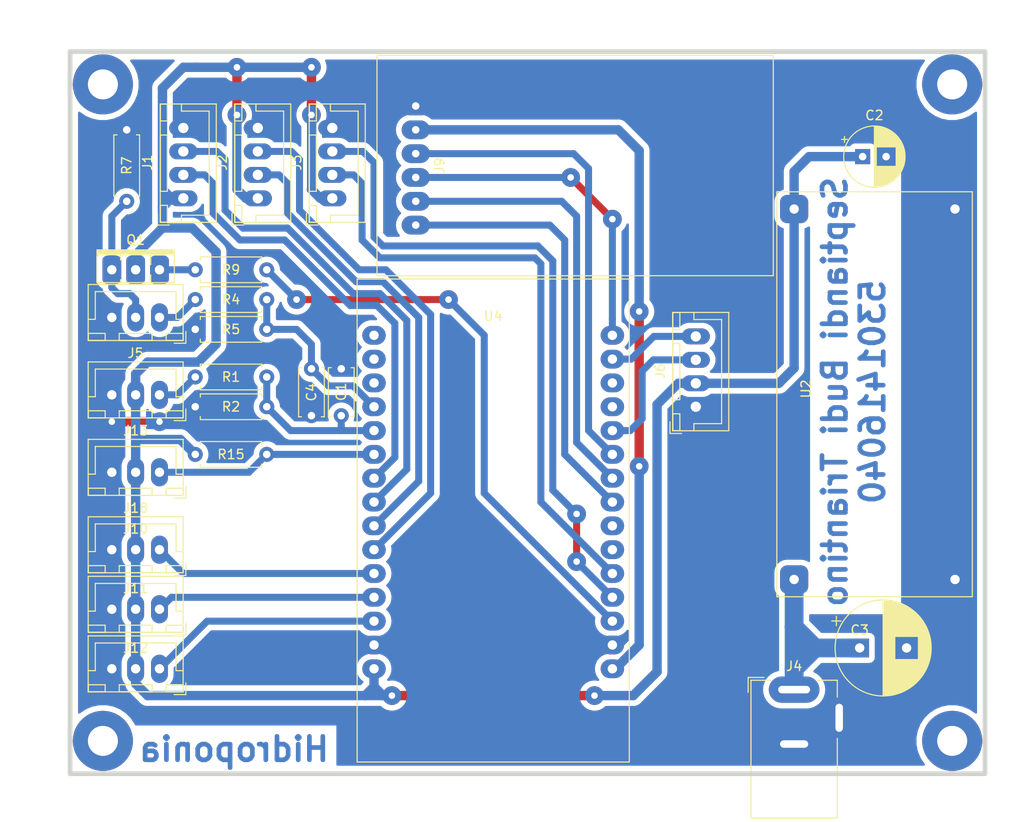
<source format=kicad_pcb>
(kicad_pcb (version 20171130) (host pcbnew "(5.1.9)-1")

  (general
    (thickness 1.6)
    (drawings 17)
    (tracks 223)
    (zones 0)
    (modules 30)
    (nets 35)
  )

  (page A4)
  (layers
    (0 F.Cu signal)
    (31 B.Cu signal)
    (32 B.Adhes user hide)
    (33 F.Adhes user hide)
    (34 B.Paste user hide)
    (35 F.Paste user hide)
    (36 B.SilkS user)
    (37 F.SilkS user)
    (38 B.Mask user hide)
    (39 F.Mask user hide)
    (40 Dwgs.User user)
    (41 Cmts.User user)
    (42 Eco1.User user hide)
    (43 Eco2.User user hide)
    (44 Edge.Cuts user)
    (45 Margin user)
    (46 B.CrtYd user hide)
    (47 F.CrtYd user)
    (48 B.Fab user hide)
    (49 F.Fab user hide)
  )

  (setup
    (last_trace_width 0.25)
    (user_trace_width 0.5)
    (user_trace_width 0.75)
    (user_trace_width 1)
    (user_trace_width 2)
    (trace_clearance 0.2)
    (zone_clearance 0.6)
    (zone_45_only no)
    (trace_min 0.2)
    (via_size 0.8)
    (via_drill 0.4)
    (via_min_size 0.4)
    (via_min_drill 0.3)
    (user_via 1.5 0.7)
    (user_via 2 0.7)
    (uvia_size 0.3)
    (uvia_drill 0.1)
    (uvias_allowed no)
    (uvia_min_size 0.2)
    (uvia_min_drill 0.1)
    (edge_width 0.05)
    (segment_width 0.2)
    (pcb_text_width 0.3)
    (pcb_text_size 1.5 1.5)
    (mod_edge_width 0.12)
    (mod_text_size 1 1)
    (mod_text_width 0.15)
    (pad_size 1.524 1.524)
    (pad_drill 0.762)
    (pad_to_mask_clearance 0.051)
    (solder_mask_min_width 0.25)
    (aux_axis_origin 0 0)
    (visible_elements 7FFFFFFF)
    (pcbplotparams
      (layerselection 0x010fc_ffffffff)
      (usegerberextensions false)
      (usegerberattributes false)
      (usegerberadvancedattributes false)
      (creategerberjobfile false)
      (excludeedgelayer true)
      (linewidth 0.100000)
      (plotframeref false)
      (viasonmask false)
      (mode 1)
      (useauxorigin false)
      (hpglpennumber 1)
      (hpglpenspeed 20)
      (hpglpendiameter 15.000000)
      (psnegative false)
      (psa4output false)
      (plotreference true)
      (plotvalue true)
      (plotinvisibletext false)
      (padsonsilk false)
      (subtractmaskfromsilk false)
      (outputformat 1)
      (mirror false)
      (drillshape 1)
      (scaleselection 1)
      (outputdirectory ""))
  )

  (net 0 "")
  (net 1 GND)
  (net 2 +5V)
  (net 3 +3V3)
  (net 4 "Net-(J5-Pad2)")
  (net 5 /DAT3\CS)
  (net 6 /CMD\MOSI)
  (net 7 /CLK\SCK)
  (net 8 /DAT0\MISO)
  (net 9 /OUT1)
  (net 10 /OUT2)
  (net 11 /OUT3)
  (net 12 "Net-(U4-Pad28)")
  (net 13 "Net-(U4-Pad27)")
  (net 14 "Net-(U4-Pad22)")
  (net 15 "Net-(U4-Pad21)")
  (net 16 "Net-(U4-Pad3)")
  (net 17 "Net-(U4-Pad2)")
  (net 18 /TEMP_SNS)
  (net 19 "Net-(U4-Pad1)")
  (net 20 /A_ECHO)
  (net 21 /A_TRIG)
  (net 22 /B_ECHO)
  (net 23 /B_TRIG)
  (net 24 /pH_ECHO)
  (net 25 /pH_TRIG)
  (net 26 "Net-(J13-Pad1)")
  (net 27 /TDS_SNS)
  (net 28 /pH_SNS)
  (net 29 +12V)
  (net 30 "Net-(J5-Pad1)")
  (net 31 "Net-(Q1-Pad3)")
  (net 32 /TD_SW)
  (net 33 /SDA)
  (net 34 /SCL)

  (net_class Default "This is the default net class."
    (clearance 0.2)
    (trace_width 0.25)
    (via_dia 0.8)
    (via_drill 0.4)
    (uvia_dia 0.3)
    (uvia_drill 0.1)
    (add_net +12V)
    (add_net +3V3)
    (add_net +5V)
    (add_net /A_ECHO)
    (add_net /A_TRIG)
    (add_net /B_ECHO)
    (add_net /B_TRIG)
    (add_net /CLK\SCK)
    (add_net /CMD\MOSI)
    (add_net /DAT0\MISO)
    (add_net /DAT3\CS)
    (add_net /OUT1)
    (add_net /OUT2)
    (add_net /OUT3)
    (add_net /SCL)
    (add_net /SDA)
    (add_net /TDS_SNS)
    (add_net /TD_SW)
    (add_net /TEMP_SNS)
    (add_net /pH_ECHO)
    (add_net /pH_SNS)
    (add_net /pH_TRIG)
    (add_net GND)
    (add_net "Net-(J13-Pad1)")
    (add_net "Net-(J5-Pad1)")
    (add_net "Net-(J5-Pad2)")
    (add_net "Net-(Q1-Pad3)")
    (add_net "Net-(U4-Pad1)")
    (add_net "Net-(U4-Pad2)")
    (add_net "Net-(U4-Pad21)")
    (add_net "Net-(U4-Pad22)")
    (add_net "Net-(U4-Pad27)")
    (add_net "Net-(U4-Pad28)")
    (add_net "Net-(U4-Pad3)")
  )

  (module DIY:SD_Card (layer F.Cu) (tedit 60195E22) (tstamp 6018C106)
    (at 140.335 40.005 180)
    (path /5F8D4930)
    (fp_text reference J9 (at -2.54 6.35 270) (layer F.SilkS)
      (effects (font (size 1 1) (thickness 0.15)))
    )
    (fp_text value SD_CARD_Module (at -4.1275 6.35 270) (layer F.Fab)
      (effects (font (size 1 1) (thickness 0.15)))
    )
    (fp_line (start 4.1275 -5.3975) (end 4.1275 18.0975) (layer F.SilkS) (width 0.12))
    (fp_line (start 4.1275 -5.3975) (end -38.1 -5.3975) (layer F.SilkS) (width 0.12))
    (fp_line (start -38.1 -5.3975) (end -38.1 18.0975) (layer F.SilkS) (width 0.12))
    (fp_line (start -38.1 18.0975) (end 4.1275 18.0975) (layer F.SilkS) (width 0.12))
    (pad 6 thru_hole oval (at 0 12.7 180) (size 3 2) (drill 0.8) (layers *.Cu *.Mask)
      (net 1 GND))
    (pad 5 thru_hole oval (at 0 10.16 180) (size 3 2) (drill 0.8) (layers *.Cu *.Mask)
      (net 3 +3V3))
    (pad 4 thru_hole oval (at 0 7.62 180) (size 3 2) (drill 0.8) (layers *.Cu *.Mask)
      (net 8 /DAT0\MISO))
    (pad 3 thru_hole oval (at 0 5.08 180) (size 3 2) (drill 0.8) (layers *.Cu *.Mask)
      (net 6 /CMD\MOSI))
    (pad 2 thru_hole oval (at 0 2.54 180) (size 3 2) (drill 0.8) (layers *.Cu *.Mask)
      (net 7 /CLK\SCK))
    (pad 1 thru_hole oval (at 0 0 180) (size 3 2) (drill 0.8) (layers *.Cu *.Mask)
      (net 5 /DAT3\CS))
    (model ${KISYS3DMOD}/Connector_PinSocket_2.54mm.3dshapes/PinSocket_1x06_P2.54mm_Vertical.step
      (at (xyz 0 0 0))
      (scale (xyz 1 1 1))
      (rotate (xyz 0 0 0))
    )
  )

  (module ESP32-DevKit_V1:ESP32-DevKit_V1 (layer F.Cu) (tedit 60195DF4) (tstamp 6018C328)
    (at 135.89 51.7525)
    (path /5F8108BD)
    (fp_text reference U4 (at 12.7 -2.04) (layer F.SilkS)
      (effects (font (size 1 1) (thickness 0.15)))
    )
    (fp_text value ESP32-DevKit_V1 (at 12.7 -3.04) (layer F.Fab)
      (effects (font (size 1 1) (thickness 0.15)))
    )
    (fp_line (start -1.8 -6) (end 27.2 -6) (layer F.SilkS) (width 0.12))
    (fp_line (start 27.2 -6) (end 27.2 45.5) (layer F.SilkS) (width 0.12))
    (fp_line (start 27.2 45.5) (end -1.8 45.5) (layer F.SilkS) (width 0.12))
    (fp_line (start -1.8 45.5) (end -1.8 -6) (layer F.SilkS) (width 0.12))
    (pad 29 thru_hole oval (at 25.4 2.54) (size 2.5 2) (drill 1) (layers *.Cu *.Mask)
      (net 34 /SCL))
    (pad 28 thru_hole oval (at 25.4 5.08) (size 2.5 2) (drill 1) (layers *.Cu *.Mask)
      (net 12 "Net-(U4-Pad28)"))
    (pad 27 thru_hole oval (at 25.4 7.62) (size 2.5 2) (drill 1) (layers *.Cu *.Mask)
      (net 13 "Net-(U4-Pad27)"))
    (pad 26 thru_hole oval (at 25.4 10.16) (size 2.5 2) (drill 1) (layers *.Cu *.Mask)
      (net 33 /SDA))
    (pad 25 thru_hole oval (at 25.4 12.7) (size 2.5 2) (drill 1) (layers *.Cu *.Mask)
      (net 8 /DAT0\MISO))
    (pad 24 thru_hole oval (at 25.4 15.24) (size 2.5 2) (drill 1) (layers *.Cu *.Mask)
      (net 7 /CLK\SCK))
    (pad 23 thru_hole oval (at 25.4 17.78) (size 2.5 2) (drill 1) (layers *.Cu *.Mask)
      (net 5 /DAT3\CS))
    (pad 22 thru_hole oval (at 25.4 20.32) (size 2.5 2) (drill 1) (layers *.Cu *.Mask)
      (net 14 "Net-(U4-Pad22)"))
    (pad 21 thru_hole oval (at 25.4 22.86) (size 2.5 2) (drill 1) (layers *.Cu *.Mask)
      (net 15 "Net-(U4-Pad21)"))
    (pad 20 thru_hole oval (at 25.4 25.4) (size 2.5 2) (drill 1) (layers *.Cu *.Mask)
      (net 25 /pH_TRIG))
    (pad 19 thru_hole oval (at 25.4 27.94) (size 2.5 2) (drill 1) (layers *.Cu *.Mask)
      (net 24 /pH_ECHO))
    (pad 18 thru_hole oval (at 25.4 30.48) (size 2.5 2) (drill 1) (layers *.Cu *.Mask)
      (net 32 /TD_SW))
    (pad 17 thru_hole oval (at 25.4 33.02) (size 2.5 2) (drill 1) (layers *.Cu *.Mask)
      (net 1 GND))
    (pad 16 thru_hole oval (at 25.4 35.56) (size 2.5 2) (drill 1) (layers *.Cu *.Mask)
      (net 3 +3V3))
    (pad 15 thru_hole oval (at 0 35.56) (size 2.5 2) (drill 1) (layers *.Cu *.Mask)
      (net 2 +5V))
    (pad 14 thru_hole oval (at 0 33.02) (size 2.5 2) (drill 1) (layers *.Cu *.Mask)
      (net 1 GND))
    (pad 13 thru_hole oval (at 0 30.48) (size 2.5 2) (drill 1) (layers *.Cu *.Mask)
      (net 11 /OUT3))
    (pad 12 thru_hole oval (at 0 27.94) (size 2.5 2) (drill 1) (layers *.Cu *.Mask)
      (net 10 /OUT2))
    (pad 11 thru_hole oval (at 0 25.4) (size 2.5 2) (drill 1) (layers *.Cu *.Mask)
      (net 9 /OUT1))
    (pad 10 thru_hole oval (at 0 22.86) (size 2.5 2) (drill 1) (layers *.Cu *.Mask)
      (net 22 /B_ECHO))
    (pad 9 thru_hole oval (at 0 20.32) (size 2.5 2) (drill 1) (layers *.Cu *.Mask)
      (net 23 /B_TRIG))
    (pad 8 thru_hole oval (at 0 17.78) (size 2.5 2) (drill 1) (layers *.Cu *.Mask)
      (net 20 /A_ECHO))
    (pad 7 thru_hole oval (at 0 15.24) (size 2.5 2) (drill 1) (layers *.Cu *.Mask)
      (net 21 /A_TRIG))
    (pad 6 thru_hole oval (at 0 12.7) (size 2.5 2) (drill 1) (layers *.Cu *.Mask)
      (net 18 /TEMP_SNS))
    (pad 5 thru_hole oval (at 0 10.16) (size 2.5 2) (drill 1) (layers *.Cu *.Mask)
      (net 28 /pH_SNS))
    (pad 4 thru_hole oval (at 0 7.62) (size 2.5 2) (drill 1) (layers *.Cu *.Mask)
      (net 27 /TDS_SNS))
    (pad 3 thru_hole oval (at 0 5.08) (size 2.5 2) (drill 1) (layers *.Cu *.Mask)
      (net 16 "Net-(U4-Pad3)"))
    (pad 2 thru_hole oval (at 0 2.54) (size 2.5 2) (drill 1) (layers *.Cu *.Mask)
      (net 17 "Net-(U4-Pad2)"))
    (pad 30 thru_hole oval (at 25.4 0) (size 2.5 2) (drill 1) (layers *.Cu *.Mask)
      (net 6 /CMD\MOSI))
    (pad 1 thru_hole oval (at 0 0) (size 2.5 2) (drill 1) (layers *.Cu *.Mask)
      (net 19 "Net-(U4-Pad1)"))
    (model ${KISYS3DMOD}/Connector_PinSocket_2.54mm.3dshapes/PinSocket_1x15_P2.54mm_Vertical.step
      (offset (xyz 25.4 0 0))
      (scale (xyz 1 1 1))
      (rotate (xyz 0 0 0))
    )
    (model ${KISYS3DMOD}/Connector_PinSocket_2.54mm.3dshapes/PinSocket_1x15_P2.54mm_Vertical.step
      (at (xyz 0 0 0))
      (scale (xyz 1 1 1))
      (rotate (xyz 0 0 0))
    )
  )

  (module Capacitor_THT:C_Disc_D5.0mm_W2.5mm_P5.00mm (layer F.Cu) (tedit 5AE50EF0) (tstamp 60196284)
    (at 129.2225 55.325 270)
    (descr "C, Disc series, Radial, pin pitch=5.00mm, , diameter*width=5*2.5mm^2, Capacitor, http://cdn-reichelt.de/documents/datenblatt/B300/DS_KERKO_TC.pdf")
    (tags "C Disc series Radial pin pitch 5.00mm  diameter 5mm width 2.5mm Capacitor")
    (path /6019616A)
    (fp_text reference C4 (at 2.5 0 270) (layer F.SilkS)
      (effects (font (size 1 1) (thickness 0.15)))
    )
    (fp_text value 104 (at 2.5 2.5 270) (layer F.Fab)
      (effects (font (size 1 1) (thickness 0.15)))
    )
    (fp_line (start 0 -1.25) (end 0 1.25) (layer F.Fab) (width 0.1))
    (fp_line (start 0 1.25) (end 5 1.25) (layer F.Fab) (width 0.1))
    (fp_line (start 5 1.25) (end 5 -1.25) (layer F.Fab) (width 0.1))
    (fp_line (start 5 -1.25) (end 0 -1.25) (layer F.Fab) (width 0.1))
    (fp_line (start -0.12 -1.37) (end 5.12 -1.37) (layer F.SilkS) (width 0.12))
    (fp_line (start -0.12 1.37) (end 5.12 1.37) (layer F.SilkS) (width 0.12))
    (fp_line (start -0.12 -1.37) (end -0.12 -1.055) (layer F.SilkS) (width 0.12))
    (fp_line (start -0.12 1.055) (end -0.12 1.37) (layer F.SilkS) (width 0.12))
    (fp_line (start 5.12 -1.37) (end 5.12 -1.055) (layer F.SilkS) (width 0.12))
    (fp_line (start 5.12 1.055) (end 5.12 1.37) (layer F.SilkS) (width 0.12))
    (fp_line (start -1.05 -1.5) (end -1.05 1.5) (layer F.CrtYd) (width 0.05))
    (fp_line (start -1.05 1.5) (end 6.05 1.5) (layer F.CrtYd) (width 0.05))
    (fp_line (start 6.05 1.5) (end 6.05 -1.5) (layer F.CrtYd) (width 0.05))
    (fp_line (start 6.05 -1.5) (end -1.05 -1.5) (layer F.CrtYd) (width 0.05))
    (fp_text user %R (at 2.5 0 270) (layer F.Fab)
      (effects (font (size 1 1) (thickness 0.15)))
    )
    (pad 2 thru_hole circle (at 5 0 270) (size 1.6 1.6) (drill 0.8) (layers *.Cu *.Mask)
      (net 1 GND))
    (pad 1 thru_hole circle (at 0 0 270) (size 1.6 1.6) (drill 0.8) (layers *.Cu *.Mask)
      (net 27 /TDS_SNS))
    (model ${KISYS3DMOD}/Capacitor_THT.3dshapes/C_Disc_D5.0mm_W2.5mm_P5.00mm.wrl
      (at (xyz 0 0 0))
      (scale (xyz 1 1 1))
      (rotate (xyz 0 0 0))
    )
  )

  (module Capacitor_THT:C_Disc_D5.0mm_W2.5mm_P5.00mm (layer F.Cu) (tedit 5AE50EF0) (tstamp 60195FB3)
    (at 132.3975 60.325 90)
    (descr "C, Disc series, Radial, pin pitch=5.00mm, , diameter*width=5*2.5mm^2, Capacitor, http://cdn-reichelt.de/documents/datenblatt/B300/DS_KERKO_TC.pdf")
    (tags "C Disc series Radial pin pitch 5.00mm  diameter 5mm width 2.5mm Capacitor")
    (path /601958BD)
    (fp_text reference C1 (at 2.54 0 90) (layer F.SilkS)
      (effects (font (size 1 1) (thickness 0.15)))
    )
    (fp_text value 104 (at 2.5 2.5 90) (layer F.Fab)
      (effects (font (size 1 1) (thickness 0.15)))
    )
    (fp_line (start 0 -1.25) (end 0 1.25) (layer F.Fab) (width 0.1))
    (fp_line (start 0 1.25) (end 5 1.25) (layer F.Fab) (width 0.1))
    (fp_line (start 5 1.25) (end 5 -1.25) (layer F.Fab) (width 0.1))
    (fp_line (start 5 -1.25) (end 0 -1.25) (layer F.Fab) (width 0.1))
    (fp_line (start -0.12 -1.37) (end 5.12 -1.37) (layer F.SilkS) (width 0.12))
    (fp_line (start -0.12 1.37) (end 5.12 1.37) (layer F.SilkS) (width 0.12))
    (fp_line (start -0.12 -1.37) (end -0.12 -1.055) (layer F.SilkS) (width 0.12))
    (fp_line (start -0.12 1.055) (end -0.12 1.37) (layer F.SilkS) (width 0.12))
    (fp_line (start 5.12 -1.37) (end 5.12 -1.055) (layer F.SilkS) (width 0.12))
    (fp_line (start 5.12 1.055) (end 5.12 1.37) (layer F.SilkS) (width 0.12))
    (fp_line (start -1.05 -1.5) (end -1.05 1.5) (layer F.CrtYd) (width 0.05))
    (fp_line (start -1.05 1.5) (end 6.05 1.5) (layer F.CrtYd) (width 0.05))
    (fp_line (start 6.05 1.5) (end 6.05 -1.5) (layer F.CrtYd) (width 0.05))
    (fp_line (start 6.05 -1.5) (end -1.05 -1.5) (layer F.CrtYd) (width 0.05))
    (fp_text user %R (at 2.5 0 90) (layer F.Fab)
      (effects (font (size 1 1) (thickness 0.15)))
    )
    (pad 2 thru_hole circle (at 5 0 90) (size 1.6 1.6) (drill 0.8) (layers *.Cu *.Mask)
      (net 1 GND))
    (pad 1 thru_hole circle (at 0 0 90) (size 1.6 1.6) (drill 0.8) (layers *.Cu *.Mask)
      (net 28 /pH_SNS))
    (model ${KISYS3DMOD}/Capacitor_THT.3dshapes/C_Disc_D5.0mm_W2.5mm_P5.00mm.wrl
      (at (xyz 0 0 0))
      (scale (xyz 1 1 1))
      (rotate (xyz 0 0 0))
    )
  )

  (module Connector_BarrelJack:BarrelJack_Wuerth_6941xx301002 (layer F.Cu) (tedit 6018B091) (tstamp 6018C04A)
    (at 180.6575 89.535)
    (descr "Wuerth electronics barrel jack connector (5.5mm outher diameter, inner diameter 2.05mm or 2.55mm depending on exact order number), See: http://katalog.we-online.de/em/datasheet/6941xx301002.pdf")
    (tags "connector barrel jack")
    (path /5F89E783)
    (fp_text reference J4 (at 0 -2.5) (layer F.SilkS)
      (effects (font (size 1 1) (thickness 0.15)))
    )
    (fp_text value "Power Supply" (at 0 15.5) (layer F.Fab)
      (effects (font (size 1 1) (thickness 0.15)))
    )
    (fp_line (start 5 14.1) (end 5 5.5) (layer F.CrtYd) (width 0.05))
    (fp_line (start 4.6 5.2) (end 4.6 13.7) (layer F.SilkS) (width 0.12))
    (fp_line (start -4.5 0.1) (end -3.5 -0.9) (layer F.Fab) (width 0.1))
    (fp_line (start 4.5 -0.9) (end -3.5 -0.9) (layer F.Fab) (width 0.1))
    (fp_line (start 4.5 -0.9) (end 4.5 13.6) (layer F.Fab) (width 0.1))
    (fp_line (start 4.5 13.6) (end -4.5 13.6) (layer F.Fab) (width 0.1))
    (fp_line (start -4.5 13.6) (end -4.5 0.1) (layer F.Fab) (width 0.1))
    (fp_line (start 4.6 13.7) (end -4.6 13.7) (layer F.SilkS) (width 0.12))
    (fp_line (start -4.6 13.7) (end -4.6 -1) (layer F.SilkS) (width 0.12))
    (fp_line (start 2.5 -1) (end 4.6 -1) (layer F.SilkS) (width 0.12))
    (fp_line (start 4.6 -1) (end 4.6 0.8) (layer F.SilkS) (width 0.12))
    (fp_line (start -3.2 -1.3) (end -4.9 -1.3) (layer F.SilkS) (width 0.12))
    (fp_line (start -4.9 -1.3) (end -4.9 0.3) (layer F.SilkS) (width 0.12))
    (fp_line (start 5 -1.4) (end -5 -1.4) (layer F.CrtYd) (width 0.05))
    (fp_line (start -5 -1.4) (end -5 14.1) (layer F.CrtYd) (width 0.05))
    (fp_line (start -5 14.1) (end 5 14.1) (layer F.CrtYd) (width 0.05))
    (fp_line (start 5 0.5) (end 5 -1.4) (layer F.CrtYd) (width 0.05))
    (fp_line (start 6.2 0.5) (end 6.2 5.5) (layer F.CrtYd) (width 0.05))
    (fp_line (start 6.2 5.5) (end 5 5.5) (layer F.CrtYd) (width 0.05))
    (fp_line (start 6.2 0.5) (end 5 0.5) (layer F.CrtYd) (width 0.05))
    (fp_line (start -4.6 -1) (end -2.5 -1) (layer F.SilkS) (width 0.12))
    (fp_text user %R (at 0 7.5) (layer F.Fab)
      (effects (font (size 1 1) (thickness 0.15)))
    )
    (pad 1 thru_hole oval (at 0 0) (size 5.4 2.8) (drill oval 3.4 0.8) (layers *.Cu *.Mask)
      (net 29 +12V))
    (pad 2 thru_hole oval (at 0 5.8) (size 5 2.8) (drill oval 3 0.8) (layers *.Cu *.Mask)
      (net 1 GND))
    (pad 3 thru_hole oval (at 4.8 3 90) (size 5 2.8) (drill oval 3 0.8) (layers *.Cu *.Mask)
      (net 1 GND))
    (model ${KISYS3DMOD}/Connector_BarrelJack.3dshapes/BarrelJack_Wuerth_6941xx301002.wrl
      (at (xyz 0 0 0))
      (scale (xyz 1 1 1))
      (rotate (xyz 0 0 0))
    )
  )

  (module "DIY CONN:JST_XH_B3B-XH-A_1X03_P2.50mm_DIY" (layer F.Cu) (tedit 6018ACCC) (tstamp 6018C19F)
    (at 113.03 66.3575 180)
    (path /5F8A40D0)
    (fp_text reference J18 (at 2.54 -3.81 180) (layer F.SilkS)
      (effects (font (size 1 1) (thickness 0.15)))
    )
    (fp_text value Temp_SNS (at 2.54 5.08 180) (layer F.Fab)
      (effects (font (size 1 1) (thickness 0.15)))
    )
    (fp_line (start -2.51 -1.7) (end -0.71 -1.7) (layer F.SilkS) (width 0.12))
    (fp_line (start -2.51 -2.45) (end -2.51 -1.7) (layer F.SilkS) (width 0.12))
    (fp_line (start 7.6 -2.46) (end -2.52 -2.46) (layer F.SilkS) (width 0.12))
    (fp_line (start -0.585 -2.35) (end 0.04 -1.35) (layer F.Fab) (width 0.1))
    (fp_line (start -2.41 3.4) (end 7.49 3.4) (layer F.Fab) (width 0.1))
    (fp_line (start -2.51 -0.2) (end -1.76 -0.2) (layer F.SilkS) (width 0.12))
    (fp_line (start 5.79 -1.7) (end 7.59 -1.7) (layer F.SilkS) (width 0.12))
    (fp_line (start -1.56 -2.75) (end -2.81 -2.75) (layer F.SilkS) (width 0.12))
    (fp_line (start 4.29 -1.7) (end 4.29 -2.45) (layer F.SilkS) (width 0.12))
    (fp_line (start -2.81 -2.75) (end -2.81 -1.5) (layer F.SilkS) (width 0.12))
    (fp_line (start 7.59 -1.7) (end 7.59 -2.45) (layer F.SilkS) (width 0.12))
    (fp_line (start 0.04 -1.35) (end 0.665 -2.35) (layer F.Fab) (width 0.1))
    (fp_line (start 7.49 -2.35) (end -2.41 -2.35) (layer F.Fab) (width 0.1))
    (fp_line (start 4.29 -2.45) (end 0.79 -2.45) (layer F.SilkS) (width 0.12))
    (fp_line (start 6.84 2.75) (end 2.54 2.75) (layer F.SilkS) (width 0.12))
    (fp_line (start -2.52 3.51) (end 7.6 3.51) (layer F.SilkS) (width 0.12))
    (fp_line (start -2.52 -2.46) (end -2.52 3.51) (layer F.SilkS) (width 0.12))
    (fp_line (start -2.41 -2.35) (end -2.41 3.4) (layer F.Fab) (width 0.1))
    (fp_line (start 0.79 -2.45) (end 0.79 -1.7) (layer F.SilkS) (width 0.12))
    (fp_line (start 0.79 -1.7) (end 4.29 -1.7) (layer F.SilkS) (width 0.12))
    (fp_line (start 5.79 -2.45) (end 5.79 -1.7) (layer F.SilkS) (width 0.12))
    (fp_line (start -0.71 -2.45) (end -2.51 -2.45) (layer F.SilkS) (width 0.12))
    (fp_line (start 7.6 3.51) (end 7.6 -2.46) (layer F.SilkS) (width 0.12))
    (fp_line (start 7.49 3.4) (end 7.49 -2.35) (layer F.Fab) (width 0.1))
    (fp_line (start -1.76 -0.2) (end -1.76 2.75) (layer F.SilkS) (width 0.12))
    (fp_line (start -1.76 2.75) (end 2.54 2.75) (layer F.SilkS) (width 0.12))
    (fp_line (start -0.71 -1.7) (end -0.71 -2.45) (layer F.SilkS) (width 0.12))
    (fp_line (start 7.59 -0.2) (end 6.84 -0.2) (layer F.SilkS) (width 0.12))
    (fp_line (start 6.84 -0.2) (end 6.84 2.75) (layer F.SilkS) (width 0.12))
    (fp_line (start 7.59 -2.45) (end 5.79 -2.45) (layer F.SilkS) (width 0.12))
    (pad 3 thru_hole oval (at 5.08 0 180) (size 1.8 3) (drill 1) (layers *.Cu *.Mask)
      (net 1 GND))
    (pad 1 thru_hole oval (at 0 0 180) (size 1.8 3) (drill 1) (layers *.Cu *.Mask)
      (net 18 /TEMP_SNS))
    (pad 2 thru_hole oval (at 2.54 0 180) (size 1.8 3) (drill 1) (layers *.Cu *.Mask)
      (net 2 +5V))
    (model ${KISYS3DMOD}/Connector_JST.3dshapes/JST_XH_B3B-XH-A_1x03_P2.50mm_Vertical.wrl
      (at (xyz 0 0 0))
      (scale (xyz 1 1 1))
      (rotate (xyz 0 0 0))
    )
  )

  (module "DIY CONN:JST_XH_B3B-XH-A_1X03_P2.50mm_DIY" (layer F.Cu) (tedit 6018ACCC) (tstamp 6018C175)
    (at 113.03 58.1025 180)
    (path /601877C7)
    (fp_text reference J13 (at 2.54 -3.81 180) (layer F.SilkS)
      (effects (font (size 1 1) (thickness 0.15)))
    )
    (fp_text value pH_SNS (at 2.54 5.08 180) (layer F.Fab)
      (effects (font (size 1 1) (thickness 0.15)))
    )
    (fp_line (start -2.51 -1.7) (end -0.71 -1.7) (layer F.SilkS) (width 0.12))
    (fp_line (start -2.51 -2.45) (end -2.51 -1.7) (layer F.SilkS) (width 0.12))
    (fp_line (start 7.6 -2.46) (end -2.52 -2.46) (layer F.SilkS) (width 0.12))
    (fp_line (start -0.585 -2.35) (end 0.04 -1.35) (layer F.Fab) (width 0.1))
    (fp_line (start -2.41 3.4) (end 7.49 3.4) (layer F.Fab) (width 0.1))
    (fp_line (start -2.51 -0.2) (end -1.76 -0.2) (layer F.SilkS) (width 0.12))
    (fp_line (start 5.79 -1.7) (end 7.59 -1.7) (layer F.SilkS) (width 0.12))
    (fp_line (start -1.56 -2.75) (end -2.81 -2.75) (layer F.SilkS) (width 0.12))
    (fp_line (start 4.29 -1.7) (end 4.29 -2.45) (layer F.SilkS) (width 0.12))
    (fp_line (start -2.81 -2.75) (end -2.81 -1.5) (layer F.SilkS) (width 0.12))
    (fp_line (start 7.59 -1.7) (end 7.59 -2.45) (layer F.SilkS) (width 0.12))
    (fp_line (start 0.04 -1.35) (end 0.665 -2.35) (layer F.Fab) (width 0.1))
    (fp_line (start 7.49 -2.35) (end -2.41 -2.35) (layer F.Fab) (width 0.1))
    (fp_line (start 4.29 -2.45) (end 0.79 -2.45) (layer F.SilkS) (width 0.12))
    (fp_line (start 6.84 2.75) (end 2.54 2.75) (layer F.SilkS) (width 0.12))
    (fp_line (start -2.52 3.51) (end 7.6 3.51) (layer F.SilkS) (width 0.12))
    (fp_line (start -2.52 -2.46) (end -2.52 3.51) (layer F.SilkS) (width 0.12))
    (fp_line (start -2.41 -2.35) (end -2.41 3.4) (layer F.Fab) (width 0.1))
    (fp_line (start 0.79 -2.45) (end 0.79 -1.7) (layer F.SilkS) (width 0.12))
    (fp_line (start 0.79 -1.7) (end 4.29 -1.7) (layer F.SilkS) (width 0.12))
    (fp_line (start 5.79 -2.45) (end 5.79 -1.7) (layer F.SilkS) (width 0.12))
    (fp_line (start -0.71 -2.45) (end -2.51 -2.45) (layer F.SilkS) (width 0.12))
    (fp_line (start 7.6 3.51) (end 7.6 -2.46) (layer F.SilkS) (width 0.12))
    (fp_line (start 7.49 3.4) (end 7.49 -2.35) (layer F.Fab) (width 0.1))
    (fp_line (start -1.76 -0.2) (end -1.76 2.75) (layer F.SilkS) (width 0.12))
    (fp_line (start -1.76 2.75) (end 2.54 2.75) (layer F.SilkS) (width 0.12))
    (fp_line (start -0.71 -1.7) (end -0.71 -2.45) (layer F.SilkS) (width 0.12))
    (fp_line (start 7.59 -0.2) (end 6.84 -0.2) (layer F.SilkS) (width 0.12))
    (fp_line (start 6.84 -0.2) (end 6.84 2.75) (layer F.SilkS) (width 0.12))
    (fp_line (start 7.59 -2.45) (end 5.79 -2.45) (layer F.SilkS) (width 0.12))
    (pad 3 thru_hole oval (at 5.08 0 180) (size 1.8 3) (drill 1) (layers *.Cu *.Mask)
      (net 1 GND))
    (pad 1 thru_hole oval (at 0 0 180) (size 1.8 3) (drill 1) (layers *.Cu *.Mask)
      (net 26 "Net-(J13-Pad1)"))
    (pad 2 thru_hole oval (at 2.54 0 180) (size 1.8 3) (drill 1) (layers *.Cu *.Mask)
      (net 2 +5V))
    (model ${KISYS3DMOD}/Connector_JST.3dshapes/JST_XH_B3B-XH-A_1x03_P2.50mm_Vertical.wrl
      (at (xyz 0 0 0))
      (scale (xyz 1 1 1))
      (rotate (xyz 0 0 0))
    )
  )

  (module "DIY CONN:JST_XH_B3B-XH-A_1X03_P2.50mm_DIY" (layer F.Cu) (tedit 6018ACCC) (tstamp 6018C14B)
    (at 113.03 87.3125 180)
    (path /5F8FD377)
    (fp_text reference J12 (at 2.54 2.2225 180) (layer F.SilkS)
      (effects (font (size 1 1) (thickness 0.15)))
    )
    (fp_text value OUT3 (at 2.54 5.08 180) (layer F.Fab)
      (effects (font (size 1 1) (thickness 0.15)))
    )
    (fp_line (start -2.51 -1.7) (end -0.71 -1.7) (layer F.SilkS) (width 0.12))
    (fp_line (start -2.51 -2.45) (end -2.51 -1.7) (layer F.SilkS) (width 0.12))
    (fp_line (start 7.6 -2.46) (end -2.52 -2.46) (layer F.SilkS) (width 0.12))
    (fp_line (start -0.585 -2.35) (end 0.04 -1.35) (layer F.Fab) (width 0.1))
    (fp_line (start -2.41 3.4) (end 7.49 3.4) (layer F.Fab) (width 0.1))
    (fp_line (start -2.51 -0.2) (end -1.76 -0.2) (layer F.SilkS) (width 0.12))
    (fp_line (start 5.79 -1.7) (end 7.59 -1.7) (layer F.SilkS) (width 0.12))
    (fp_line (start -1.56 -2.75) (end -2.81 -2.75) (layer F.SilkS) (width 0.12))
    (fp_line (start 4.29 -1.7) (end 4.29 -2.45) (layer F.SilkS) (width 0.12))
    (fp_line (start -2.81 -2.75) (end -2.81 -1.5) (layer F.SilkS) (width 0.12))
    (fp_line (start 7.59 -1.7) (end 7.59 -2.45) (layer F.SilkS) (width 0.12))
    (fp_line (start 0.04 -1.35) (end 0.665 -2.35) (layer F.Fab) (width 0.1))
    (fp_line (start 7.49 -2.35) (end -2.41 -2.35) (layer F.Fab) (width 0.1))
    (fp_line (start 4.29 -2.45) (end 0.79 -2.45) (layer F.SilkS) (width 0.12))
    (fp_line (start 6.84 2.75) (end 2.54 2.75) (layer F.SilkS) (width 0.12))
    (fp_line (start -2.52 3.51) (end 7.6 3.51) (layer F.SilkS) (width 0.12))
    (fp_line (start -2.52 -2.46) (end -2.52 3.51) (layer F.SilkS) (width 0.12))
    (fp_line (start -2.41 -2.35) (end -2.41 3.4) (layer F.Fab) (width 0.1))
    (fp_line (start 0.79 -2.45) (end 0.79 -1.7) (layer F.SilkS) (width 0.12))
    (fp_line (start 0.79 -1.7) (end 4.29 -1.7) (layer F.SilkS) (width 0.12))
    (fp_line (start 5.79 -2.45) (end 5.79 -1.7) (layer F.SilkS) (width 0.12))
    (fp_line (start -0.71 -2.45) (end -2.51 -2.45) (layer F.SilkS) (width 0.12))
    (fp_line (start 7.6 3.51) (end 7.6 -2.46) (layer F.SilkS) (width 0.12))
    (fp_line (start 7.49 3.4) (end 7.49 -2.35) (layer F.Fab) (width 0.1))
    (fp_line (start -1.76 -0.2) (end -1.76 2.75) (layer F.SilkS) (width 0.12))
    (fp_line (start -1.76 2.75) (end 2.54 2.75) (layer F.SilkS) (width 0.12))
    (fp_line (start -0.71 -1.7) (end -0.71 -2.45) (layer F.SilkS) (width 0.12))
    (fp_line (start 7.59 -0.2) (end 6.84 -0.2) (layer F.SilkS) (width 0.12))
    (fp_line (start 6.84 -0.2) (end 6.84 2.75) (layer F.SilkS) (width 0.12))
    (fp_line (start 7.59 -2.45) (end 5.79 -2.45) (layer F.SilkS) (width 0.12))
    (pad 3 thru_hole oval (at 5.08 0 180) (size 1.8 3) (drill 1) (layers *.Cu *.Mask)
      (net 1 GND))
    (pad 1 thru_hole oval (at 0 0 180) (size 1.8 3) (drill 1) (layers *.Cu *.Mask)
      (net 11 /OUT3))
    (pad 2 thru_hole oval (at 2.54 0 180) (size 1.8 3) (drill 1) (layers *.Cu *.Mask)
      (net 2 +5V))
    (model ${KISYS3DMOD}/Connector_JST.3dshapes/JST_XH_B3B-XH-A_1x03_P2.50mm_Vertical.wrl
      (at (xyz 0 0 0))
      (scale (xyz 1 1 1))
      (rotate (xyz 0 0 0))
    )
  )

  (module "DIY CONN:JST_XH_B3B-XH-A_1X03_P2.50mm_DIY" (layer F.Cu) (tedit 6018ACCC) (tstamp 6018C134)
    (at 113.03 80.9625 180)
    (path /5F8FD0E6)
    (fp_text reference J11 (at 2.54 2.2225 180) (layer F.SilkS)
      (effects (font (size 1 1) (thickness 0.15)))
    )
    (fp_text value OUT2 (at 2.54 5.08 180) (layer F.Fab)
      (effects (font (size 1 1) (thickness 0.15)))
    )
    (fp_line (start -2.51 -1.7) (end -0.71 -1.7) (layer F.SilkS) (width 0.12))
    (fp_line (start -2.51 -2.45) (end -2.51 -1.7) (layer F.SilkS) (width 0.12))
    (fp_line (start 7.6 -2.46) (end -2.52 -2.46) (layer F.SilkS) (width 0.12))
    (fp_line (start -0.585 -2.35) (end 0.04 -1.35) (layer F.Fab) (width 0.1))
    (fp_line (start -2.41 3.4) (end 7.49 3.4) (layer F.Fab) (width 0.1))
    (fp_line (start -2.51 -0.2) (end -1.76 -0.2) (layer F.SilkS) (width 0.12))
    (fp_line (start 5.79 -1.7) (end 7.59 -1.7) (layer F.SilkS) (width 0.12))
    (fp_line (start -1.56 -2.75) (end -2.81 -2.75) (layer F.SilkS) (width 0.12))
    (fp_line (start 4.29 -1.7) (end 4.29 -2.45) (layer F.SilkS) (width 0.12))
    (fp_line (start -2.81 -2.75) (end -2.81 -1.5) (layer F.SilkS) (width 0.12))
    (fp_line (start 7.59 -1.7) (end 7.59 -2.45) (layer F.SilkS) (width 0.12))
    (fp_line (start 0.04 -1.35) (end 0.665 -2.35) (layer F.Fab) (width 0.1))
    (fp_line (start 7.49 -2.35) (end -2.41 -2.35) (layer F.Fab) (width 0.1))
    (fp_line (start 4.29 -2.45) (end 0.79 -2.45) (layer F.SilkS) (width 0.12))
    (fp_line (start 6.84 2.75) (end 2.54 2.75) (layer F.SilkS) (width 0.12))
    (fp_line (start -2.52 3.51) (end 7.6 3.51) (layer F.SilkS) (width 0.12))
    (fp_line (start -2.52 -2.46) (end -2.52 3.51) (layer F.SilkS) (width 0.12))
    (fp_line (start -2.41 -2.35) (end -2.41 3.4) (layer F.Fab) (width 0.1))
    (fp_line (start 0.79 -2.45) (end 0.79 -1.7) (layer F.SilkS) (width 0.12))
    (fp_line (start 0.79 -1.7) (end 4.29 -1.7) (layer F.SilkS) (width 0.12))
    (fp_line (start 5.79 -2.45) (end 5.79 -1.7) (layer F.SilkS) (width 0.12))
    (fp_line (start -0.71 -2.45) (end -2.51 -2.45) (layer F.SilkS) (width 0.12))
    (fp_line (start 7.6 3.51) (end 7.6 -2.46) (layer F.SilkS) (width 0.12))
    (fp_line (start 7.49 3.4) (end 7.49 -2.35) (layer F.Fab) (width 0.1))
    (fp_line (start -1.76 -0.2) (end -1.76 2.75) (layer F.SilkS) (width 0.12))
    (fp_line (start -1.76 2.75) (end 2.54 2.75) (layer F.SilkS) (width 0.12))
    (fp_line (start -0.71 -1.7) (end -0.71 -2.45) (layer F.SilkS) (width 0.12))
    (fp_line (start 7.59 -0.2) (end 6.84 -0.2) (layer F.SilkS) (width 0.12))
    (fp_line (start 6.84 -0.2) (end 6.84 2.75) (layer F.SilkS) (width 0.12))
    (fp_line (start 7.59 -2.45) (end 5.79 -2.45) (layer F.SilkS) (width 0.12))
    (pad 3 thru_hole oval (at 5.08 0 180) (size 1.8 3) (drill 1) (layers *.Cu *.Mask)
      (net 1 GND))
    (pad 1 thru_hole oval (at 0 0 180) (size 1.8 3) (drill 1) (layers *.Cu *.Mask)
      (net 10 /OUT2))
    (pad 2 thru_hole oval (at 2.54 0 180) (size 1.8 3) (drill 1) (layers *.Cu *.Mask)
      (net 2 +5V))
    (model ${KISYS3DMOD}/Connector_JST.3dshapes/JST_XH_B3B-XH-A_1x03_P2.50mm_Vertical.wrl
      (at (xyz 0 0 0))
      (scale (xyz 1 1 1))
      (rotate (xyz 0 0 0))
    )
  )

  (module "DIY CONN:JST_XH_B3B-XH-A_1X03_P2.50mm_DIY" (layer F.Cu) (tedit 6018ACCC) (tstamp 6018C11D)
    (at 113.03 74.6125 180)
    (path /5F8FC5E9)
    (fp_text reference J10 (at 2.54 2.2225 180) (layer F.SilkS)
      (effects (font (size 1 1) (thickness 0.15)))
    )
    (fp_text value OUT1 (at 2.54 5.08 180) (layer F.Fab)
      (effects (font (size 1 1) (thickness 0.15)))
    )
    (fp_line (start -2.51 -1.7) (end -0.71 -1.7) (layer F.SilkS) (width 0.12))
    (fp_line (start -2.51 -2.45) (end -2.51 -1.7) (layer F.SilkS) (width 0.12))
    (fp_line (start 7.6 -2.46) (end -2.52 -2.46) (layer F.SilkS) (width 0.12))
    (fp_line (start -0.585 -2.35) (end 0.04 -1.35) (layer F.Fab) (width 0.1))
    (fp_line (start -2.41 3.4) (end 7.49 3.4) (layer F.Fab) (width 0.1))
    (fp_line (start -2.51 -0.2) (end -1.76 -0.2) (layer F.SilkS) (width 0.12))
    (fp_line (start 5.79 -1.7) (end 7.59 -1.7) (layer F.SilkS) (width 0.12))
    (fp_line (start -1.56 -2.75) (end -2.81 -2.75) (layer F.SilkS) (width 0.12))
    (fp_line (start 4.29 -1.7) (end 4.29 -2.45) (layer F.SilkS) (width 0.12))
    (fp_line (start -2.81 -2.75) (end -2.81 -1.5) (layer F.SilkS) (width 0.12))
    (fp_line (start 7.59 -1.7) (end 7.59 -2.45) (layer F.SilkS) (width 0.12))
    (fp_line (start 0.04 -1.35) (end 0.665 -2.35) (layer F.Fab) (width 0.1))
    (fp_line (start 7.49 -2.35) (end -2.41 -2.35) (layer F.Fab) (width 0.1))
    (fp_line (start 4.29 -2.45) (end 0.79 -2.45) (layer F.SilkS) (width 0.12))
    (fp_line (start 6.84 2.75) (end 2.54 2.75) (layer F.SilkS) (width 0.12))
    (fp_line (start -2.52 3.51) (end 7.6 3.51) (layer F.SilkS) (width 0.12))
    (fp_line (start -2.52 -2.46) (end -2.52 3.51) (layer F.SilkS) (width 0.12))
    (fp_line (start -2.41 -2.35) (end -2.41 3.4) (layer F.Fab) (width 0.1))
    (fp_line (start 0.79 -2.45) (end 0.79 -1.7) (layer F.SilkS) (width 0.12))
    (fp_line (start 0.79 -1.7) (end 4.29 -1.7) (layer F.SilkS) (width 0.12))
    (fp_line (start 5.79 -2.45) (end 5.79 -1.7) (layer F.SilkS) (width 0.12))
    (fp_line (start -0.71 -2.45) (end -2.51 -2.45) (layer F.SilkS) (width 0.12))
    (fp_line (start 7.6 3.51) (end 7.6 -2.46) (layer F.SilkS) (width 0.12))
    (fp_line (start 7.49 3.4) (end 7.49 -2.35) (layer F.Fab) (width 0.1))
    (fp_line (start -1.76 -0.2) (end -1.76 2.75) (layer F.SilkS) (width 0.12))
    (fp_line (start -1.76 2.75) (end 2.54 2.75) (layer F.SilkS) (width 0.12))
    (fp_line (start -0.71 -1.7) (end -0.71 -2.45) (layer F.SilkS) (width 0.12))
    (fp_line (start 7.59 -0.2) (end 6.84 -0.2) (layer F.SilkS) (width 0.12))
    (fp_line (start 6.84 -0.2) (end 6.84 2.75) (layer F.SilkS) (width 0.12))
    (fp_line (start 7.59 -2.45) (end 5.79 -2.45) (layer F.SilkS) (width 0.12))
    (pad 3 thru_hole oval (at 5.08 0 180) (size 1.8 3) (drill 1) (layers *.Cu *.Mask)
      (net 1 GND))
    (pad 1 thru_hole oval (at 0 0 180) (size 1.8 3) (drill 1) (layers *.Cu *.Mask)
      (net 9 /OUT1))
    (pad 2 thru_hole oval (at 2.54 0 180) (size 1.8 3) (drill 1) (layers *.Cu *.Mask)
      (net 2 +5V))
    (model ${KISYS3DMOD}/Connector_JST.3dshapes/JST_XH_B3B-XH-A_1x03_P2.50mm_Vertical.wrl
      (at (xyz 0 0 0))
      (scale (xyz 1 1 1))
      (rotate (xyz 0 0 0))
    )
  )

  (module "DIY CONN:JST_XH_B3B-XH-A_1X03_P2.50mm_DIY" (layer F.Cu) (tedit 6018ACCC) (tstamp 6018C074)
    (at 113.03 49.8475 180)
    (path /60233968)
    (fp_text reference J5 (at 2.54 -3.81 180) (layer F.SilkS)
      (effects (font (size 1 1) (thickness 0.15)))
    )
    (fp_text value pH_SNS (at 2.54 5.08 180) (layer F.Fab)
      (effects (font (size 1 1) (thickness 0.15)))
    )
    (fp_line (start -2.51 -1.7) (end -0.71 -1.7) (layer F.SilkS) (width 0.12))
    (fp_line (start -2.51 -2.45) (end -2.51 -1.7) (layer F.SilkS) (width 0.12))
    (fp_line (start 7.6 -2.46) (end -2.52 -2.46) (layer F.SilkS) (width 0.12))
    (fp_line (start -0.585 -2.35) (end 0.04 -1.35) (layer F.Fab) (width 0.1))
    (fp_line (start -2.41 3.4) (end 7.49 3.4) (layer F.Fab) (width 0.1))
    (fp_line (start -2.51 -0.2) (end -1.76 -0.2) (layer F.SilkS) (width 0.12))
    (fp_line (start 5.79 -1.7) (end 7.59 -1.7) (layer F.SilkS) (width 0.12))
    (fp_line (start -1.56 -2.75) (end -2.81 -2.75) (layer F.SilkS) (width 0.12))
    (fp_line (start 4.29 -1.7) (end 4.29 -2.45) (layer F.SilkS) (width 0.12))
    (fp_line (start -2.81 -2.75) (end -2.81 -1.5) (layer F.SilkS) (width 0.12))
    (fp_line (start 7.59 -1.7) (end 7.59 -2.45) (layer F.SilkS) (width 0.12))
    (fp_line (start 0.04 -1.35) (end 0.665 -2.35) (layer F.Fab) (width 0.1))
    (fp_line (start 7.49 -2.35) (end -2.41 -2.35) (layer F.Fab) (width 0.1))
    (fp_line (start 4.29 -2.45) (end 0.79 -2.45) (layer F.SilkS) (width 0.12))
    (fp_line (start 6.84 2.75) (end 2.54 2.75) (layer F.SilkS) (width 0.12))
    (fp_line (start -2.52 3.51) (end 7.6 3.51) (layer F.SilkS) (width 0.12))
    (fp_line (start -2.52 -2.46) (end -2.52 3.51) (layer F.SilkS) (width 0.12))
    (fp_line (start -2.41 -2.35) (end -2.41 3.4) (layer F.Fab) (width 0.1))
    (fp_line (start 0.79 -2.45) (end 0.79 -1.7) (layer F.SilkS) (width 0.12))
    (fp_line (start 0.79 -1.7) (end 4.29 -1.7) (layer F.SilkS) (width 0.12))
    (fp_line (start 5.79 -2.45) (end 5.79 -1.7) (layer F.SilkS) (width 0.12))
    (fp_line (start -0.71 -2.45) (end -2.51 -2.45) (layer F.SilkS) (width 0.12))
    (fp_line (start 7.6 3.51) (end 7.6 -2.46) (layer F.SilkS) (width 0.12))
    (fp_line (start 7.49 3.4) (end 7.49 -2.35) (layer F.Fab) (width 0.1))
    (fp_line (start -1.76 -0.2) (end -1.76 2.75) (layer F.SilkS) (width 0.12))
    (fp_line (start -1.76 2.75) (end 2.54 2.75) (layer F.SilkS) (width 0.12))
    (fp_line (start -0.71 -1.7) (end -0.71 -2.45) (layer F.SilkS) (width 0.12))
    (fp_line (start 7.59 -0.2) (end 6.84 -0.2) (layer F.SilkS) (width 0.12))
    (fp_line (start 6.84 -0.2) (end 6.84 2.75) (layer F.SilkS) (width 0.12))
    (fp_line (start 7.59 -2.45) (end 5.79 -2.45) (layer F.SilkS) (width 0.12))
    (pad 3 thru_hole oval (at 5.08 0 180) (size 1.8 3) (drill 1) (layers *.Cu *.Mask)
      (net 1 GND))
    (pad 1 thru_hole oval (at 0 0 180) (size 1.8 3) (drill 1) (layers *.Cu *.Mask)
      (net 30 "Net-(J5-Pad1)"))
    (pad 2 thru_hole oval (at 2.54 0 180) (size 1.8 3) (drill 1) (layers *.Cu *.Mask)
      (net 4 "Net-(J5-Pad2)"))
    (model ${KISYS3DMOD}/Connector_JST.3dshapes/JST_XH_B3B-XH-A_1x03_P2.50mm_Vertical.wrl
      (at (xyz 0 0 0))
      (scale (xyz 1 1 1))
      (rotate (xyz 0 0 0))
    )
  )

  (module "DIY CONN:JST_XH_B4B-XH-A_1x04_P2.50_DIY" (layer F.Cu) (tedit 5F59AFB3) (tstamp 6018C0A0)
    (at 170.18 59.3725 90)
    (path /5F96917B)
    (fp_text reference J6 (at 3.81 -3.81 90) (layer F.SilkS)
      (effects (font (size 1 1) (thickness 0.15)))
    )
    (fp_text value I2C_1 (at 3.81 4.445 90) (layer F.Fab)
      (effects (font (size 1 1) (thickness 0.15)))
    )
    (fp_line (start -0.625 -2.35) (end 0 -1.35) (layer F.Fab) (width 0.1))
    (fp_line (start 0 -1.35) (end 0.625 -2.35) (layer F.Fab) (width 0.1))
    (fp_line (start 0.75 -2.45) (end 0.75 -1.7) (layer F.SilkS) (width 0.12))
    (fp_line (start 0.75 -1.7) (end 6.75 -1.7) (layer F.SilkS) (width 0.12))
    (fp_line (start 6.75 -1.7) (end 6.75 -2.45) (layer F.SilkS) (width 0.12))
    (fp_line (start 6.75 -2.45) (end 0.75 -2.45) (layer F.SilkS) (width 0.12))
    (fp_line (start -2.55 -2.45) (end -2.55 -1.7) (layer F.SilkS) (width 0.12))
    (fp_line (start -2.55 -1.7) (end -0.75 -1.7) (layer F.SilkS) (width 0.12))
    (fp_line (start -0.75 -1.7) (end -0.75 -2.45) (layer F.SilkS) (width 0.12))
    (fp_line (start -0.75 -2.45) (end -2.55 -2.45) (layer F.SilkS) (width 0.12))
    (fp_line (start 8.25 -2.45) (end 8.25 -1.7) (layer F.SilkS) (width 0.12))
    (fp_line (start 8.25 -1.7) (end 10.05 -1.7) (layer F.SilkS) (width 0.12))
    (fp_line (start 10.05 -1.7) (end 10.05 -2.45) (layer F.SilkS) (width 0.12))
    (fp_line (start 10.05 -2.45) (end 8.25 -2.45) (layer F.SilkS) (width 0.12))
    (fp_line (start -2.55 -0.2) (end -1.8 -0.2) (layer F.SilkS) (width 0.12))
    (fp_line (start -1.8 -0.2) (end -1.8 2.75) (layer F.SilkS) (width 0.12))
    (fp_line (start -1.8 2.75) (end 3.75 2.75) (layer F.SilkS) (width 0.12))
    (fp_line (start 10.05 -0.2) (end 9.3 -0.2) (layer F.SilkS) (width 0.12))
    (fp_line (start 9.3 -0.2) (end 9.3 2.75) (layer F.SilkS) (width 0.12))
    (fp_line (start 9.3 2.75) (end 3.75 2.75) (layer F.SilkS) (width 0.12))
    (fp_line (start -1.6 -2.75) (end -2.85 -2.75) (layer F.SilkS) (width 0.12))
    (fp_line (start -2.85 -2.75) (end -2.85 -1.5) (layer F.SilkS) (width 0.12))
    (fp_line (start -2.45 -2.35) (end -2.45 3.4) (layer F.Fab) (width 0.1))
    (fp_line (start -2.45 3.4) (end 9.95 3.4) (layer F.Fab) (width 0.1))
    (fp_line (start 9.95 3.4) (end 9.95 -2.35) (layer F.Fab) (width 0.1))
    (fp_line (start 9.95 -2.35) (end -2.45 -2.35) (layer F.Fab) (width 0.1))
    (fp_line (start -2.56 -2.46) (end -2.56 3.51) (layer F.SilkS) (width 0.12))
    (fp_line (start -2.56 3.51) (end 10.06 3.51) (layer F.SilkS) (width 0.12))
    (fp_line (start 10.06 3.51) (end 10.06 -2.46) (layer F.SilkS) (width 0.12))
    (fp_line (start 10.06 -2.46) (end -2.56 -2.46) (layer F.SilkS) (width 0.12))
    (pad 1 thru_hole oval (at 0 0 90) (size 1.7 3) (drill 1.1) (layers *.Cu *.Mask)
      (net 1 GND))
    (pad 2 thru_hole oval (at 2.5 0 90) (size 1.7 3) (drill 1.1) (layers *.Cu *.Mask)
      (net 2 +5V))
    (pad 3 thru_hole oval (at 5 0 90) (size 1.7 3) (drill 1.1) (layers *.Cu *.Mask)
      (net 33 /SDA))
    (pad 4 thru_hole oval (at 7.5 0 90) (size 1.7 3) (drill 1.1) (layers *.Cu *.Mask)
      (net 34 /SCL))
    (model ${KISYS3DMOD}/Connector_JST.3dshapes/JST_XH_B4B-XH-A_1x04_P2.50mm_Vertical.wrl
      (at (xyz 0 0 0))
      (scale (xyz 1 1 1))
      (rotate (xyz 0 0 0))
    )
  )

  (module "DIY CONN:JST_XH_B4B-XH-A_1x04_P2.50_DIY" (layer F.Cu) (tedit 5F59AFB3) (tstamp 6018C02D)
    (at 131.445 37.1475 90)
    (path /5F816668)
    (fp_text reference J3 (at 3.81 -3.81 90) (layer F.SilkS)
      (effects (font (size 1 1) (thickness 0.15)))
    )
    (fp_text value pH (at 3.81 4.445 90) (layer F.Fab)
      (effects (font (size 1 1) (thickness 0.15)))
    )
    (fp_line (start -0.625 -2.35) (end 0 -1.35) (layer F.Fab) (width 0.1))
    (fp_line (start 0 -1.35) (end 0.625 -2.35) (layer F.Fab) (width 0.1))
    (fp_line (start 0.75 -2.45) (end 0.75 -1.7) (layer F.SilkS) (width 0.12))
    (fp_line (start 0.75 -1.7) (end 6.75 -1.7) (layer F.SilkS) (width 0.12))
    (fp_line (start 6.75 -1.7) (end 6.75 -2.45) (layer F.SilkS) (width 0.12))
    (fp_line (start 6.75 -2.45) (end 0.75 -2.45) (layer F.SilkS) (width 0.12))
    (fp_line (start -2.55 -2.45) (end -2.55 -1.7) (layer F.SilkS) (width 0.12))
    (fp_line (start -2.55 -1.7) (end -0.75 -1.7) (layer F.SilkS) (width 0.12))
    (fp_line (start -0.75 -1.7) (end -0.75 -2.45) (layer F.SilkS) (width 0.12))
    (fp_line (start -0.75 -2.45) (end -2.55 -2.45) (layer F.SilkS) (width 0.12))
    (fp_line (start 8.25 -2.45) (end 8.25 -1.7) (layer F.SilkS) (width 0.12))
    (fp_line (start 8.25 -1.7) (end 10.05 -1.7) (layer F.SilkS) (width 0.12))
    (fp_line (start 10.05 -1.7) (end 10.05 -2.45) (layer F.SilkS) (width 0.12))
    (fp_line (start 10.05 -2.45) (end 8.25 -2.45) (layer F.SilkS) (width 0.12))
    (fp_line (start -2.55 -0.2) (end -1.8 -0.2) (layer F.SilkS) (width 0.12))
    (fp_line (start -1.8 -0.2) (end -1.8 2.75) (layer F.SilkS) (width 0.12))
    (fp_line (start -1.8 2.75) (end 3.75 2.75) (layer F.SilkS) (width 0.12))
    (fp_line (start 10.05 -0.2) (end 9.3 -0.2) (layer F.SilkS) (width 0.12))
    (fp_line (start 9.3 -0.2) (end 9.3 2.75) (layer F.SilkS) (width 0.12))
    (fp_line (start 9.3 2.75) (end 3.75 2.75) (layer F.SilkS) (width 0.12))
    (fp_line (start -1.6 -2.75) (end -2.85 -2.75) (layer F.SilkS) (width 0.12))
    (fp_line (start -2.85 -2.75) (end -2.85 -1.5) (layer F.SilkS) (width 0.12))
    (fp_line (start -2.45 -2.35) (end -2.45 3.4) (layer F.Fab) (width 0.1))
    (fp_line (start -2.45 3.4) (end 9.95 3.4) (layer F.Fab) (width 0.1))
    (fp_line (start 9.95 3.4) (end 9.95 -2.35) (layer F.Fab) (width 0.1))
    (fp_line (start 9.95 -2.35) (end -2.45 -2.35) (layer F.Fab) (width 0.1))
    (fp_line (start -2.56 -2.46) (end -2.56 3.51) (layer F.SilkS) (width 0.12))
    (fp_line (start -2.56 3.51) (end 10.06 3.51) (layer F.SilkS) (width 0.12))
    (fp_line (start 10.06 3.51) (end 10.06 -2.46) (layer F.SilkS) (width 0.12))
    (fp_line (start 10.06 -2.46) (end -2.56 -2.46) (layer F.SilkS) (width 0.12))
    (pad 1 thru_hole oval (at 0 0 90) (size 1.7 3) (drill 1.1) (layers *.Cu *.Mask)
      (net 2 +5V))
    (pad 2 thru_hole oval (at 2.5 0 90) (size 1.7 3) (drill 1.1) (layers *.Cu *.Mask)
      (net 25 /pH_TRIG))
    (pad 3 thru_hole oval (at 5 0 90) (size 1.7 3) (drill 1.1) (layers *.Cu *.Mask)
      (net 24 /pH_ECHO))
    (pad 4 thru_hole oval (at 7.5 0 90) (size 1.7 3) (drill 1.1) (layers *.Cu *.Mask)
      (net 1 GND))
    (model ${KISYS3DMOD}/Connector_JST.3dshapes/JST_XH_B4B-XH-A_1x04_P2.50mm_Vertical.wrl
      (at (xyz 0 0 0))
      (scale (xyz 1 1 1))
      (rotate (xyz 0 0 0))
    )
  )

  (module "DIY CONN:JST_XH_B4B-XH-A_1x04_P2.50_DIY" (layer F.Cu) (tedit 5F59AFB3) (tstamp 6018C001)
    (at 123.5075 37.1475 90)
    (path /5F81613D)
    (fp_text reference J2 (at 3.81 -3.81 90) (layer F.SilkS)
      (effects (font (size 1 1) (thickness 0.15)))
    )
    (fp_text value "B MIX" (at 3.81 4.445 90) (layer F.Fab)
      (effects (font (size 1 1) (thickness 0.15)))
    )
    (fp_line (start -0.625 -2.35) (end 0 -1.35) (layer F.Fab) (width 0.1))
    (fp_line (start 0 -1.35) (end 0.625 -2.35) (layer F.Fab) (width 0.1))
    (fp_line (start 0.75 -2.45) (end 0.75 -1.7) (layer F.SilkS) (width 0.12))
    (fp_line (start 0.75 -1.7) (end 6.75 -1.7) (layer F.SilkS) (width 0.12))
    (fp_line (start 6.75 -1.7) (end 6.75 -2.45) (layer F.SilkS) (width 0.12))
    (fp_line (start 6.75 -2.45) (end 0.75 -2.45) (layer F.SilkS) (width 0.12))
    (fp_line (start -2.55 -2.45) (end -2.55 -1.7) (layer F.SilkS) (width 0.12))
    (fp_line (start -2.55 -1.7) (end -0.75 -1.7) (layer F.SilkS) (width 0.12))
    (fp_line (start -0.75 -1.7) (end -0.75 -2.45) (layer F.SilkS) (width 0.12))
    (fp_line (start -0.75 -2.45) (end -2.55 -2.45) (layer F.SilkS) (width 0.12))
    (fp_line (start 8.25 -2.45) (end 8.25 -1.7) (layer F.SilkS) (width 0.12))
    (fp_line (start 8.25 -1.7) (end 10.05 -1.7) (layer F.SilkS) (width 0.12))
    (fp_line (start 10.05 -1.7) (end 10.05 -2.45) (layer F.SilkS) (width 0.12))
    (fp_line (start 10.05 -2.45) (end 8.25 -2.45) (layer F.SilkS) (width 0.12))
    (fp_line (start -2.55 -0.2) (end -1.8 -0.2) (layer F.SilkS) (width 0.12))
    (fp_line (start -1.8 -0.2) (end -1.8 2.75) (layer F.SilkS) (width 0.12))
    (fp_line (start -1.8 2.75) (end 3.75 2.75) (layer F.SilkS) (width 0.12))
    (fp_line (start 10.05 -0.2) (end 9.3 -0.2) (layer F.SilkS) (width 0.12))
    (fp_line (start 9.3 -0.2) (end 9.3 2.75) (layer F.SilkS) (width 0.12))
    (fp_line (start 9.3 2.75) (end 3.75 2.75) (layer F.SilkS) (width 0.12))
    (fp_line (start -1.6 -2.75) (end -2.85 -2.75) (layer F.SilkS) (width 0.12))
    (fp_line (start -2.85 -2.75) (end -2.85 -1.5) (layer F.SilkS) (width 0.12))
    (fp_line (start -2.45 -2.35) (end -2.45 3.4) (layer F.Fab) (width 0.1))
    (fp_line (start -2.45 3.4) (end 9.95 3.4) (layer F.Fab) (width 0.1))
    (fp_line (start 9.95 3.4) (end 9.95 -2.35) (layer F.Fab) (width 0.1))
    (fp_line (start 9.95 -2.35) (end -2.45 -2.35) (layer F.Fab) (width 0.1))
    (fp_line (start -2.56 -2.46) (end -2.56 3.51) (layer F.SilkS) (width 0.12))
    (fp_line (start -2.56 3.51) (end 10.06 3.51) (layer F.SilkS) (width 0.12))
    (fp_line (start 10.06 3.51) (end 10.06 -2.46) (layer F.SilkS) (width 0.12))
    (fp_line (start 10.06 -2.46) (end -2.56 -2.46) (layer F.SilkS) (width 0.12))
    (pad 1 thru_hole oval (at 0 0 90) (size 1.7 3) (drill 1.1) (layers *.Cu *.Mask)
      (net 2 +5V))
    (pad 2 thru_hole oval (at 2.5 0 90) (size 1.7 3) (drill 1.1) (layers *.Cu *.Mask)
      (net 23 /B_TRIG))
    (pad 3 thru_hole oval (at 5 0 90) (size 1.7 3) (drill 1.1) (layers *.Cu *.Mask)
      (net 22 /B_ECHO))
    (pad 4 thru_hole oval (at 7.5 0 90) (size 1.7 3) (drill 1.1) (layers *.Cu *.Mask)
      (net 1 GND))
    (model ${KISYS3DMOD}/Connector_JST.3dshapes/JST_XH_B4B-XH-A_1x04_P2.50mm_Vertical.wrl
      (at (xyz 0 0 0))
      (scale (xyz 1 1 1))
      (rotate (xyz 0 0 0))
    )
  )

  (module "DIY CONN:JST_XH_B4B-XH-A_1x04_P2.50_DIY" (layer F.Cu) (tedit 5F59AFB3) (tstamp 6018BFD5)
    (at 115.57 37.1475 90)
    (path /5F815AB8)
    (fp_text reference J1 (at 3.81 -3.81 90) (layer F.SilkS)
      (effects (font (size 1 1) (thickness 0.15)))
    )
    (fp_text value "A MIX" (at 3.81 4.445 90) (layer F.Fab)
      (effects (font (size 1 1) (thickness 0.15)))
    )
    (fp_line (start -0.625 -2.35) (end 0 -1.35) (layer F.Fab) (width 0.1))
    (fp_line (start 0 -1.35) (end 0.625 -2.35) (layer F.Fab) (width 0.1))
    (fp_line (start 0.75 -2.45) (end 0.75 -1.7) (layer F.SilkS) (width 0.12))
    (fp_line (start 0.75 -1.7) (end 6.75 -1.7) (layer F.SilkS) (width 0.12))
    (fp_line (start 6.75 -1.7) (end 6.75 -2.45) (layer F.SilkS) (width 0.12))
    (fp_line (start 6.75 -2.45) (end 0.75 -2.45) (layer F.SilkS) (width 0.12))
    (fp_line (start -2.55 -2.45) (end -2.55 -1.7) (layer F.SilkS) (width 0.12))
    (fp_line (start -2.55 -1.7) (end -0.75 -1.7) (layer F.SilkS) (width 0.12))
    (fp_line (start -0.75 -1.7) (end -0.75 -2.45) (layer F.SilkS) (width 0.12))
    (fp_line (start -0.75 -2.45) (end -2.55 -2.45) (layer F.SilkS) (width 0.12))
    (fp_line (start 8.25 -2.45) (end 8.25 -1.7) (layer F.SilkS) (width 0.12))
    (fp_line (start 8.25 -1.7) (end 10.05 -1.7) (layer F.SilkS) (width 0.12))
    (fp_line (start 10.05 -1.7) (end 10.05 -2.45) (layer F.SilkS) (width 0.12))
    (fp_line (start 10.05 -2.45) (end 8.25 -2.45) (layer F.SilkS) (width 0.12))
    (fp_line (start -2.55 -0.2) (end -1.8 -0.2) (layer F.SilkS) (width 0.12))
    (fp_line (start -1.8 -0.2) (end -1.8 2.75) (layer F.SilkS) (width 0.12))
    (fp_line (start -1.8 2.75) (end 3.75 2.75) (layer F.SilkS) (width 0.12))
    (fp_line (start 10.05 -0.2) (end 9.3 -0.2) (layer F.SilkS) (width 0.12))
    (fp_line (start 9.3 -0.2) (end 9.3 2.75) (layer F.SilkS) (width 0.12))
    (fp_line (start 9.3 2.75) (end 3.75 2.75) (layer F.SilkS) (width 0.12))
    (fp_line (start -1.6 -2.75) (end -2.85 -2.75) (layer F.SilkS) (width 0.12))
    (fp_line (start -2.85 -2.75) (end -2.85 -1.5) (layer F.SilkS) (width 0.12))
    (fp_line (start -2.45 -2.35) (end -2.45 3.4) (layer F.Fab) (width 0.1))
    (fp_line (start -2.45 3.4) (end 9.95 3.4) (layer F.Fab) (width 0.1))
    (fp_line (start 9.95 3.4) (end 9.95 -2.35) (layer F.Fab) (width 0.1))
    (fp_line (start 9.95 -2.35) (end -2.45 -2.35) (layer F.Fab) (width 0.1))
    (fp_line (start -2.56 -2.46) (end -2.56 3.51) (layer F.SilkS) (width 0.12))
    (fp_line (start -2.56 3.51) (end 10.06 3.51) (layer F.SilkS) (width 0.12))
    (fp_line (start 10.06 3.51) (end 10.06 -2.46) (layer F.SilkS) (width 0.12))
    (fp_line (start 10.06 -2.46) (end -2.56 -2.46) (layer F.SilkS) (width 0.12))
    (pad 1 thru_hole oval (at 0 0 90) (size 1.7 3) (drill 1.1) (layers *.Cu *.Mask)
      (net 2 +5V))
    (pad 2 thru_hole oval (at 2.5 0 90) (size 1.7 3) (drill 1.1) (layers *.Cu *.Mask)
      (net 21 /A_TRIG))
    (pad 3 thru_hole oval (at 5 0 90) (size 1.7 3) (drill 1.1) (layers *.Cu *.Mask)
      (net 20 /A_ECHO))
    (pad 4 thru_hole oval (at 7.5 0 90) (size 1.7 3) (drill 1.1) (layers *.Cu *.Mask)
      (net 1 GND))
    (model ${KISYS3DMOD}/Connector_JST.3dshapes/JST_XH_B4B-XH-A_1x04_P2.50mm_Vertical.wrl
      (at (xyz 0 0 0))
      (scale (xyz 1 1 1))
      (rotate (xyz 0 0 0))
    )
  )

  (module DCtoDC:LM2596 (layer F.Cu) (tedit 6016AB8E) (tstamp 6018C2EC)
    (at 180.6575 77.7875 90)
    (path /5F871DBD)
    (fp_text reference U2 (at 20.32 1.27 90) (layer F.SilkS)
      (effects (font (size 1 1) (thickness 0.15)))
    )
    (fp_text value LM2596 (at 20.32 0 90) (layer F.Fab)
      (effects (font (size 1 1) (thickness 0.15)))
    )
    (fp_line (start 41.3385 -1.8415) (end -1.8415 -1.8415) (layer F.SilkS) (width 0.12))
    (fp_line (start -1.8415 -1.8415) (end -1.8415 18.9865) (layer F.SilkS) (width 0.12))
    (fp_line (start -1.8415 18.9865) (end 41.3385 18.9865) (layer F.SilkS) (width 0.12))
    (fp_line (start 41.3385 18.9865) (end 41.3385 -1.8415) (layer F.SilkS) (width 0.12))
    (pad 4 thru_hole roundrect (at 39.497 17.145 90) (size 3 3) (drill 1) (layers *.Cu *.Mask) (roundrect_rratio 0.25)
      (net 1 GND))
    (pad 3 thru_hole roundrect (at 39.497 0 90) (size 3 3) (drill 1) (layers *.Cu *.Mask) (roundrect_rratio 0.25)
      (net 2 +5V))
    (pad 2 thru_hole roundrect (at 0 17.145 90) (size 3 3) (drill 1) (layers *.Cu *.Mask) (roundrect_rratio 0.25)
      (net 1 GND))
    (pad 1 thru_hole roundrect (at 0 0 90) (size 3 3) (drill 1) (layers *.Cu *.Mask) (roundrect_rratio 0.25)
      (net 29 +12V))
  )

  (module Resistor_THT:R_Axial_DIN0207_L6.3mm_D2.5mm_P7.62mm_Horizontal (layer F.Cu) (tedit 5AE5139B) (tstamp 6018C2E0)
    (at 124.46 64.4525 180)
    (descr "Resistor, Axial_DIN0207 series, Axial, Horizontal, pin pitch=7.62mm, 0.25W = 1/4W, length*diameter=6.3*2.5mm^2, http://cdn-reichelt.de/documents/datenblatt/B400/1_4W%23YAG.pdf")
    (tags "Resistor Axial_DIN0207 series Axial Horizontal pin pitch 7.62mm 0.25W = 1/4W length 6.3mm diameter 2.5mm")
    (path /5F8C6EE5)
    (fp_text reference R15 (at 3.81 0 180) (layer F.SilkS)
      (effects (font (size 1 1) (thickness 0.15)))
    )
    (fp_text value 4k7 (at 3.81 2.37 180) (layer F.Fab)
      (effects (font (size 1 1) (thickness 0.15)))
    )
    (fp_line (start 0.66 -1.25) (end 0.66 1.25) (layer F.Fab) (width 0.1))
    (fp_line (start 0.66 1.25) (end 6.96 1.25) (layer F.Fab) (width 0.1))
    (fp_line (start 6.96 1.25) (end 6.96 -1.25) (layer F.Fab) (width 0.1))
    (fp_line (start 6.96 -1.25) (end 0.66 -1.25) (layer F.Fab) (width 0.1))
    (fp_line (start 0 0) (end 0.66 0) (layer F.Fab) (width 0.1))
    (fp_line (start 7.62 0) (end 6.96 0) (layer F.Fab) (width 0.1))
    (fp_line (start 0.54 -1.04) (end 0.54 -1.37) (layer F.SilkS) (width 0.12))
    (fp_line (start 0.54 -1.37) (end 7.08 -1.37) (layer F.SilkS) (width 0.12))
    (fp_line (start 7.08 -1.37) (end 7.08 -1.04) (layer F.SilkS) (width 0.12))
    (fp_line (start 0.54 1.04) (end 0.54 1.37) (layer F.SilkS) (width 0.12))
    (fp_line (start 0.54 1.37) (end 7.08 1.37) (layer F.SilkS) (width 0.12))
    (fp_line (start 7.08 1.37) (end 7.08 1.04) (layer F.SilkS) (width 0.12))
    (fp_line (start -1.05 -1.5) (end -1.05 1.5) (layer F.CrtYd) (width 0.05))
    (fp_line (start -1.05 1.5) (end 8.67 1.5) (layer F.CrtYd) (width 0.05))
    (fp_line (start 8.67 1.5) (end 8.67 -1.5) (layer F.CrtYd) (width 0.05))
    (fp_line (start 8.67 -1.5) (end -1.05 -1.5) (layer F.CrtYd) (width 0.05))
    (fp_text user %R (at 3.81 0 180) (layer F.Fab)
      (effects (font (size 1 1) (thickness 0.15)))
    )
    (pad 2 thru_hole oval (at 7.62 0 180) (size 1.6 1.6) (drill 0.8) (layers *.Cu *.Mask)
      (net 2 +5V))
    (pad 1 thru_hole circle (at 0 0 180) (size 1.6 1.6) (drill 0.8) (layers *.Cu *.Mask)
      (net 18 /TEMP_SNS))
    (model ${KISYS3DMOD}/Resistor_THT.3dshapes/R_Axial_DIN0207_L6.3mm_D2.5mm_P7.62mm_Horizontal.wrl
      (at (xyz 0 0 0))
      (scale (xyz 1 1 1))
      (rotate (xyz 0 0 0))
    )
  )

  (module Resistor_THT:R_Axial_DIN0207_L6.3mm_D2.5mm_P7.62mm_Horizontal (layer F.Cu) (tedit 5AE5139B) (tstamp 60197ACC)
    (at 124.46 44.7675 180)
    (descr "Resistor, Axial_DIN0207 series, Axial, Horizontal, pin pitch=7.62mm, 0.25W = 1/4W, length*diameter=6.3*2.5mm^2, http://cdn-reichelt.de/documents/datenblatt/B400/1_4W%23YAG.pdf")
    (tags "Resistor Axial_DIN0207 series Axial Horizontal pin pitch 7.62mm 0.25W = 1/4W length 6.3mm diameter 2.5mm")
    (path /60184D50)
    (fp_text reference R9 (at 3.81 0 180) (layer F.SilkS)
      (effects (font (size 1 1) (thickness 0.15)))
    )
    (fp_text value 200 (at 3.81 2.37 180) (layer F.Fab)
      (effects (font (size 1 1) (thickness 0.15)))
    )
    (fp_line (start 0.66 -1.25) (end 0.66 1.25) (layer F.Fab) (width 0.1))
    (fp_line (start 0.66 1.25) (end 6.96 1.25) (layer F.Fab) (width 0.1))
    (fp_line (start 6.96 1.25) (end 6.96 -1.25) (layer F.Fab) (width 0.1))
    (fp_line (start 6.96 -1.25) (end 0.66 -1.25) (layer F.Fab) (width 0.1))
    (fp_line (start 0 0) (end 0.66 0) (layer F.Fab) (width 0.1))
    (fp_line (start 7.62 0) (end 6.96 0) (layer F.Fab) (width 0.1))
    (fp_line (start 0.54 -1.04) (end 0.54 -1.37) (layer F.SilkS) (width 0.12))
    (fp_line (start 0.54 -1.37) (end 7.08 -1.37) (layer F.SilkS) (width 0.12))
    (fp_line (start 7.08 -1.37) (end 7.08 -1.04) (layer F.SilkS) (width 0.12))
    (fp_line (start 0.54 1.04) (end 0.54 1.37) (layer F.SilkS) (width 0.12))
    (fp_line (start 0.54 1.37) (end 7.08 1.37) (layer F.SilkS) (width 0.12))
    (fp_line (start 7.08 1.37) (end 7.08 1.04) (layer F.SilkS) (width 0.12))
    (fp_line (start -1.05 -1.5) (end -1.05 1.5) (layer F.CrtYd) (width 0.05))
    (fp_line (start -1.05 1.5) (end 8.67 1.5) (layer F.CrtYd) (width 0.05))
    (fp_line (start 8.67 1.5) (end 8.67 -1.5) (layer F.CrtYd) (width 0.05))
    (fp_line (start 8.67 -1.5) (end -1.05 -1.5) (layer F.CrtYd) (width 0.05))
    (fp_text user %R (at 3.81 0 180) (layer F.Fab)
      (effects (font (size 1 1) (thickness 0.15)))
    )
    (pad 2 thru_hole oval (at 7.62 0 180) (size 1.6 1.6) (drill 0.8) (layers *.Cu *.Mask)
      (net 31 "Net-(Q1-Pad3)"))
    (pad 1 thru_hole circle (at 0 0 180) (size 1.6 1.6) (drill 0.8) (layers *.Cu *.Mask)
      (net 32 /TD_SW))
    (model ${KISYS3DMOD}/Resistor_THT.3dshapes/R_Axial_DIN0207_L6.3mm_D2.5mm_P7.62mm_Horizontal.wrl
      (at (xyz 0 0 0))
      (scale (xyz 1 1 1))
      (rotate (xyz 0 0 0))
    )
  )

  (module Resistor_THT:R_Axial_DIN0207_L6.3mm_D2.5mm_P7.62mm_Horizontal (layer F.Cu) (tedit 5AE5139B) (tstamp 6018C284)
    (at 109.5375 37.465 90)
    (descr "Resistor, Axial_DIN0207 series, Axial, Horizontal, pin pitch=7.62mm, 0.25W = 1/4W, length*diameter=6.3*2.5mm^2, http://cdn-reichelt.de/documents/datenblatt/B400/1_4W%23YAG.pdf")
    (tags "Resistor Axial_DIN0207 series Axial Horizontal pin pitch 7.62mm 0.25W = 1/4W length 6.3mm diameter 2.5mm")
    (path /60233F65)
    (fp_text reference R7 (at 3.81 0 90) (layer F.SilkS)
      (effects (font (size 1 1) (thickness 0.15)))
    )
    (fp_text value 10k (at 3.81 2.37 90) (layer F.Fab)
      (effects (font (size 1 1) (thickness 0.15)))
    )
    (fp_line (start 0.66 -1.25) (end 0.66 1.25) (layer F.Fab) (width 0.1))
    (fp_line (start 0.66 1.25) (end 6.96 1.25) (layer F.Fab) (width 0.1))
    (fp_line (start 6.96 1.25) (end 6.96 -1.25) (layer F.Fab) (width 0.1))
    (fp_line (start 6.96 -1.25) (end 0.66 -1.25) (layer F.Fab) (width 0.1))
    (fp_line (start 0 0) (end 0.66 0) (layer F.Fab) (width 0.1))
    (fp_line (start 7.62 0) (end 6.96 0) (layer F.Fab) (width 0.1))
    (fp_line (start 0.54 -1.04) (end 0.54 -1.37) (layer F.SilkS) (width 0.12))
    (fp_line (start 0.54 -1.37) (end 7.08 -1.37) (layer F.SilkS) (width 0.12))
    (fp_line (start 7.08 -1.37) (end 7.08 -1.04) (layer F.SilkS) (width 0.12))
    (fp_line (start 0.54 1.04) (end 0.54 1.37) (layer F.SilkS) (width 0.12))
    (fp_line (start 0.54 1.37) (end 7.08 1.37) (layer F.SilkS) (width 0.12))
    (fp_line (start 7.08 1.37) (end 7.08 1.04) (layer F.SilkS) (width 0.12))
    (fp_line (start -1.05 -1.5) (end -1.05 1.5) (layer F.CrtYd) (width 0.05))
    (fp_line (start -1.05 1.5) (end 8.67 1.5) (layer F.CrtYd) (width 0.05))
    (fp_line (start 8.67 1.5) (end 8.67 -1.5) (layer F.CrtYd) (width 0.05))
    (fp_line (start 8.67 -1.5) (end -1.05 -1.5) (layer F.CrtYd) (width 0.05))
    (fp_text user %R (at 3.81 0 90) (layer F.Fab)
      (effects (font (size 1 1) (thickness 0.15)))
    )
    (pad 2 thru_hole oval (at 7.62 0 90) (size 1.6 1.6) (drill 0.8) (layers *.Cu *.Mask)
      (net 1 GND))
    (pad 1 thru_hole circle (at 0 0 90) (size 1.6 1.6) (drill 0.8) (layers *.Cu *.Mask)
      (net 4 "Net-(J5-Pad2)"))
    (model ${KISYS3DMOD}/Resistor_THT.3dshapes/R_Axial_DIN0207_L6.3mm_D2.5mm_P7.62mm_Horizontal.wrl
      (at (xyz 0 0 0))
      (scale (xyz 1 1 1))
      (rotate (xyz 0 0 0))
    )
  )

  (module Resistor_THT:R_Axial_DIN0207_L6.3mm_D2.5mm_P7.62mm_Horizontal (layer F.Cu) (tedit 5AE5139B) (tstamp 6018C256)
    (at 124.46 51.1175 180)
    (descr "Resistor, Axial_DIN0207 series, Axial, Horizontal, pin pitch=7.62mm, 0.25W = 1/4W, length*diameter=6.3*2.5mm^2, http://cdn-reichelt.de/documents/datenblatt/B400/1_4W%23YAG.pdf")
    (tags "Resistor Axial_DIN0207 series Axial Horizontal pin pitch 7.62mm 0.25W = 1/4W length 6.3mm diameter 2.5mm")
    (path /6025120D)
    (fp_text reference R5 (at 3.81 0 180) (layer F.SilkS)
      (effects (font (size 1 1) (thickness 0.15)))
    )
    (fp_text value 10k (at 3.81 2.37 180) (layer F.Fab)
      (effects (font (size 1 1) (thickness 0.15)))
    )
    (fp_line (start 0.66 -1.25) (end 0.66 1.25) (layer F.Fab) (width 0.1))
    (fp_line (start 0.66 1.25) (end 6.96 1.25) (layer F.Fab) (width 0.1))
    (fp_line (start 6.96 1.25) (end 6.96 -1.25) (layer F.Fab) (width 0.1))
    (fp_line (start 6.96 -1.25) (end 0.66 -1.25) (layer F.Fab) (width 0.1))
    (fp_line (start 0 0) (end 0.66 0) (layer F.Fab) (width 0.1))
    (fp_line (start 7.62 0) (end 6.96 0) (layer F.Fab) (width 0.1))
    (fp_line (start 0.54 -1.04) (end 0.54 -1.37) (layer F.SilkS) (width 0.12))
    (fp_line (start 0.54 -1.37) (end 7.08 -1.37) (layer F.SilkS) (width 0.12))
    (fp_line (start 7.08 -1.37) (end 7.08 -1.04) (layer F.SilkS) (width 0.12))
    (fp_line (start 0.54 1.04) (end 0.54 1.37) (layer F.SilkS) (width 0.12))
    (fp_line (start 0.54 1.37) (end 7.08 1.37) (layer F.SilkS) (width 0.12))
    (fp_line (start 7.08 1.37) (end 7.08 1.04) (layer F.SilkS) (width 0.12))
    (fp_line (start -1.05 -1.5) (end -1.05 1.5) (layer F.CrtYd) (width 0.05))
    (fp_line (start -1.05 1.5) (end 8.67 1.5) (layer F.CrtYd) (width 0.05))
    (fp_line (start 8.67 1.5) (end 8.67 -1.5) (layer F.CrtYd) (width 0.05))
    (fp_line (start 8.67 -1.5) (end -1.05 -1.5) (layer F.CrtYd) (width 0.05))
    (fp_text user %R (at 3.81 0 180) (layer F.Fab)
      (effects (font (size 1 1) (thickness 0.15)))
    )
    (pad 2 thru_hole oval (at 7.62 0 180) (size 1.6 1.6) (drill 0.8) (layers *.Cu *.Mask)
      (net 1 GND))
    (pad 1 thru_hole circle (at 0 0 180) (size 1.6 1.6) (drill 0.8) (layers *.Cu *.Mask)
      (net 27 /TDS_SNS))
    (model ${KISYS3DMOD}/Resistor_THT.3dshapes/R_Axial_DIN0207_L6.3mm_D2.5mm_P7.62mm_Horizontal.wrl
      (at (xyz 0 0 0))
      (scale (xyz 1 1 1))
      (rotate (xyz 0 0 0))
    )
  )

  (module Resistor_THT:R_Axial_DIN0207_L6.3mm_D2.5mm_P7.62mm_Horizontal (layer F.Cu) (tedit 5AE5139B) (tstamp 6018C23F)
    (at 116.84 47.9425)
    (descr "Resistor, Axial_DIN0207 series, Axial, Horizontal, pin pitch=7.62mm, 0.25W = 1/4W, length*diameter=6.3*2.5mm^2, http://cdn-reichelt.de/documents/datenblatt/B400/1_4W%23YAG.pdf")
    (tags "Resistor Axial_DIN0207 series Axial Horizontal pin pitch 7.62mm 0.25W = 1/4W length 6.3mm diameter 2.5mm")
    (path /60251207)
    (fp_text reference R4 (at 3.81 0) (layer F.SilkS)
      (effects (font (size 1 1) (thickness 0.15)))
    )
    (fp_text value 5k1 (at 3.81 2.37) (layer F.Fab)
      (effects (font (size 1 1) (thickness 0.15)))
    )
    (fp_line (start 0.66 -1.25) (end 0.66 1.25) (layer F.Fab) (width 0.1))
    (fp_line (start 0.66 1.25) (end 6.96 1.25) (layer F.Fab) (width 0.1))
    (fp_line (start 6.96 1.25) (end 6.96 -1.25) (layer F.Fab) (width 0.1))
    (fp_line (start 6.96 -1.25) (end 0.66 -1.25) (layer F.Fab) (width 0.1))
    (fp_line (start 0 0) (end 0.66 0) (layer F.Fab) (width 0.1))
    (fp_line (start 7.62 0) (end 6.96 0) (layer F.Fab) (width 0.1))
    (fp_line (start 0.54 -1.04) (end 0.54 -1.37) (layer F.SilkS) (width 0.12))
    (fp_line (start 0.54 -1.37) (end 7.08 -1.37) (layer F.SilkS) (width 0.12))
    (fp_line (start 7.08 -1.37) (end 7.08 -1.04) (layer F.SilkS) (width 0.12))
    (fp_line (start 0.54 1.04) (end 0.54 1.37) (layer F.SilkS) (width 0.12))
    (fp_line (start 0.54 1.37) (end 7.08 1.37) (layer F.SilkS) (width 0.12))
    (fp_line (start 7.08 1.37) (end 7.08 1.04) (layer F.SilkS) (width 0.12))
    (fp_line (start -1.05 -1.5) (end -1.05 1.5) (layer F.CrtYd) (width 0.05))
    (fp_line (start -1.05 1.5) (end 8.67 1.5) (layer F.CrtYd) (width 0.05))
    (fp_line (start 8.67 1.5) (end 8.67 -1.5) (layer F.CrtYd) (width 0.05))
    (fp_line (start 8.67 -1.5) (end -1.05 -1.5) (layer F.CrtYd) (width 0.05))
    (fp_text user %R (at 3.81 0) (layer F.Fab)
      (effects (font (size 1 1) (thickness 0.15)))
    )
    (pad 2 thru_hole oval (at 7.62 0) (size 1.6 1.6) (drill 0.8) (layers *.Cu *.Mask)
      (net 27 /TDS_SNS))
    (pad 1 thru_hole circle (at 0 0) (size 1.6 1.6) (drill 0.8) (layers *.Cu *.Mask)
      (net 30 "Net-(J5-Pad1)"))
    (model ${KISYS3DMOD}/Resistor_THT.3dshapes/R_Axial_DIN0207_L6.3mm_D2.5mm_P7.62mm_Horizontal.wrl
      (at (xyz 0 0 0))
      (scale (xyz 1 1 1))
      (rotate (xyz 0 0 0))
    )
  )

  (module Resistor_THT:R_Axial_DIN0207_L6.3mm_D2.5mm_P7.62mm_Horizontal (layer F.Cu) (tedit 5AE5139B) (tstamp 6018C211)
    (at 124.46 59.3725 180)
    (descr "Resistor, Axial_DIN0207 series, Axial, Horizontal, pin pitch=7.62mm, 0.25W = 1/4W, length*diameter=6.3*2.5mm^2, http://cdn-reichelt.de/documents/datenblatt/B400/1_4W%23YAG.pdf")
    (tags "Resistor Axial_DIN0207 series Axial Horizontal pin pitch 7.62mm 0.25W = 1/4W length 6.3mm diameter 2.5mm")
    (path /601BC650)
    (fp_text reference R2 (at 3.81 0 180) (layer F.SilkS)
      (effects (font (size 1 1) (thickness 0.15)))
    )
    (fp_text value 10k (at 3.81 2.37 180) (layer F.Fab)
      (effects (font (size 1 1) (thickness 0.15)))
    )
    (fp_line (start 0.66 -1.25) (end 0.66 1.25) (layer F.Fab) (width 0.1))
    (fp_line (start 0.66 1.25) (end 6.96 1.25) (layer F.Fab) (width 0.1))
    (fp_line (start 6.96 1.25) (end 6.96 -1.25) (layer F.Fab) (width 0.1))
    (fp_line (start 6.96 -1.25) (end 0.66 -1.25) (layer F.Fab) (width 0.1))
    (fp_line (start 0 0) (end 0.66 0) (layer F.Fab) (width 0.1))
    (fp_line (start 7.62 0) (end 6.96 0) (layer F.Fab) (width 0.1))
    (fp_line (start 0.54 -1.04) (end 0.54 -1.37) (layer F.SilkS) (width 0.12))
    (fp_line (start 0.54 -1.37) (end 7.08 -1.37) (layer F.SilkS) (width 0.12))
    (fp_line (start 7.08 -1.37) (end 7.08 -1.04) (layer F.SilkS) (width 0.12))
    (fp_line (start 0.54 1.04) (end 0.54 1.37) (layer F.SilkS) (width 0.12))
    (fp_line (start 0.54 1.37) (end 7.08 1.37) (layer F.SilkS) (width 0.12))
    (fp_line (start 7.08 1.37) (end 7.08 1.04) (layer F.SilkS) (width 0.12))
    (fp_line (start -1.05 -1.5) (end -1.05 1.5) (layer F.CrtYd) (width 0.05))
    (fp_line (start -1.05 1.5) (end 8.67 1.5) (layer F.CrtYd) (width 0.05))
    (fp_line (start 8.67 1.5) (end 8.67 -1.5) (layer F.CrtYd) (width 0.05))
    (fp_line (start 8.67 -1.5) (end -1.05 -1.5) (layer F.CrtYd) (width 0.05))
    (fp_text user %R (at 3.81 0 180) (layer F.Fab)
      (effects (font (size 1 1) (thickness 0.15)))
    )
    (pad 2 thru_hole oval (at 7.62 0 180) (size 1.6 1.6) (drill 0.8) (layers *.Cu *.Mask)
      (net 1 GND))
    (pad 1 thru_hole circle (at 0 0 180) (size 1.6 1.6) (drill 0.8) (layers *.Cu *.Mask)
      (net 28 /pH_SNS))
    (model ${KISYS3DMOD}/Resistor_THT.3dshapes/R_Axial_DIN0207_L6.3mm_D2.5mm_P7.62mm_Horizontal.wrl
      (at (xyz 0 0 0))
      (scale (xyz 1 1 1))
      (rotate (xyz 0 0 0))
    )
  )

  (module Resistor_THT:R_Axial_DIN0207_L6.3mm_D2.5mm_P7.62mm_Horizontal (layer F.Cu) (tedit 5AE5139B) (tstamp 6018C1FA)
    (at 116.84 56.1975)
    (descr "Resistor, Axial_DIN0207 series, Axial, Horizontal, pin pitch=7.62mm, 0.25W = 1/4W, length*diameter=6.3*2.5mm^2, http://cdn-reichelt.de/documents/datenblatt/B400/1_4W%23YAG.pdf")
    (tags "Resistor Axial_DIN0207 series Axial Horizontal pin pitch 7.62mm 0.25W = 1/4W length 6.3mm diameter 2.5mm")
    (path /601BB133)
    (fp_text reference R1 (at 3.81 0) (layer F.SilkS)
      (effects (font (size 1 1) (thickness 0.15)))
    )
    (fp_text value 5k1 (at 3.81 2.37) (layer F.Fab)
      (effects (font (size 1 1) (thickness 0.15)))
    )
    (fp_line (start 0.66 -1.25) (end 0.66 1.25) (layer F.Fab) (width 0.1))
    (fp_line (start 0.66 1.25) (end 6.96 1.25) (layer F.Fab) (width 0.1))
    (fp_line (start 6.96 1.25) (end 6.96 -1.25) (layer F.Fab) (width 0.1))
    (fp_line (start 6.96 -1.25) (end 0.66 -1.25) (layer F.Fab) (width 0.1))
    (fp_line (start 0 0) (end 0.66 0) (layer F.Fab) (width 0.1))
    (fp_line (start 7.62 0) (end 6.96 0) (layer F.Fab) (width 0.1))
    (fp_line (start 0.54 -1.04) (end 0.54 -1.37) (layer F.SilkS) (width 0.12))
    (fp_line (start 0.54 -1.37) (end 7.08 -1.37) (layer F.SilkS) (width 0.12))
    (fp_line (start 7.08 -1.37) (end 7.08 -1.04) (layer F.SilkS) (width 0.12))
    (fp_line (start 0.54 1.04) (end 0.54 1.37) (layer F.SilkS) (width 0.12))
    (fp_line (start 0.54 1.37) (end 7.08 1.37) (layer F.SilkS) (width 0.12))
    (fp_line (start 7.08 1.37) (end 7.08 1.04) (layer F.SilkS) (width 0.12))
    (fp_line (start -1.05 -1.5) (end -1.05 1.5) (layer F.CrtYd) (width 0.05))
    (fp_line (start -1.05 1.5) (end 8.67 1.5) (layer F.CrtYd) (width 0.05))
    (fp_line (start 8.67 1.5) (end 8.67 -1.5) (layer F.CrtYd) (width 0.05))
    (fp_line (start 8.67 -1.5) (end -1.05 -1.5) (layer F.CrtYd) (width 0.05))
    (fp_text user %R (at 3.81 0) (layer F.Fab)
      (effects (font (size 1 1) (thickness 0.15)))
    )
    (pad 2 thru_hole oval (at 7.62 0) (size 1.6 1.6) (drill 0.8) (layers *.Cu *.Mask)
      (net 28 /pH_SNS))
    (pad 1 thru_hole circle (at 0 0) (size 1.6 1.6) (drill 0.8) (layers *.Cu *.Mask)
      (net 26 "Net-(J13-Pad1)"))
    (model ${KISYS3DMOD}/Resistor_THT.3dshapes/R_Axial_DIN0207_L6.3mm_D2.5mm_P7.62mm_Horizontal.wrl
      (at (xyz 0 0 0))
      (scale (xyz 1 1 1))
      (rotate (xyz 0 0 0))
    )
  )

  (module "TO Package DIY:TO-126-3_DIY" (layer F.Cu) (tedit 5F559E34) (tstamp 6018C1C1)
    (at 107.95 44.7675)
    (path /60546EB5)
    (fp_text reference Q1 (at 2.54 -3.175) (layer F.SilkS)
      (effects (font (size 1 1) (thickness 0.15)))
    )
    (fp_text value BD139 (at 2.54 2.54) (layer F.Fab)
      (effects (font (size 1 1) (thickness 0.15)))
    )
    (fp_line (start -1.71 -2.25) (end -1.71 1.5) (layer F.CrtYd) (width 0.05))
    (fp_line (start 6.79 1.5) (end 6.79 -2.25) (layer F.CrtYd) (width 0.05))
    (fp_line (start 0.94 -2) (end 0.94 1.25) (layer F.Fab) (width 0.1))
    (fp_line (start 6.54 -2) (end -1.46 -2) (layer F.Fab) (width 0.1))
    (fp_line (start -1.46 -2) (end -1.46 1.25) (layer F.Fab) (width 0.1))
    (fp_line (start -1.58 1.37) (end 6.66 1.37) (layer F.SilkS) (width 0.12))
    (fp_line (start 4.141 -2.12) (end 4.141 -0.54) (layer F.SilkS) (width 0.12))
    (fp_line (start 6.79 -2.25) (end -1.71 -2.25) (layer F.CrtYd) (width 0.05))
    (fp_line (start 4.14 -2) (end 4.14 1.25) (layer F.Fab) (width 0.1))
    (fp_line (start -1.58 -2.12) (end 6.66 -2.12) (layer F.SilkS) (width 0.12))
    (fp_line (start 4.141 0.54) (end 4.141 1.37) (layer F.SilkS) (width 0.12))
    (fp_line (start 6.66 -2.12) (end 6.66 1.37) (layer F.SilkS) (width 0.12))
    (fp_line (start 6.54 1.25) (end 6.54 -2) (layer F.Fab) (width 0.1))
    (fp_line (start 0.94 1.05) (end 0.94 1.37) (layer F.SilkS) (width 0.12))
    (fp_line (start -1.71 1.5) (end 6.79 1.5) (layer F.CrtYd) (width 0.05))
    (fp_line (start -1.58 -2.12) (end -1.58 1.37) (layer F.SilkS) (width 0.12))
    (fp_line (start 0.94 -2.12) (end 0.94 -1.05) (layer F.SilkS) (width 0.12))
    (fp_line (start -1.46 1.25) (end 6.54 1.25) (layer F.Fab) (width 0.1))
    (fp_line (start -1.5 -2) (end 6.6 -2) (layer F.SilkS) (width 0.12))
    (fp_line (start 6.6 -2) (end 6.6 -1.9) (layer F.SilkS) (width 0.12))
    (fp_line (start 6.6 -1.9) (end -1.5 -1.9) (layer F.SilkS) (width 0.12))
    (fp_line (start -1.5 -1.9) (end -1.5 -1.8) (layer F.SilkS) (width 0.12))
    (fp_line (start -1.5 -1.8) (end 6.6 -1.8) (layer F.SilkS) (width 0.12))
    (fp_line (start 6.6 -1.8) (end 6.6 -1.7) (layer F.SilkS) (width 0.12))
    (fp_line (start 6.6 -1.7) (end -1.5 -1.7) (layer F.SilkS) (width 0.12))
    (fp_line (start -1.5 -1.7) (end -1.5 -1.6) (layer F.SilkS) (width 0.12))
    (fp_line (start -1.5 -1.6) (end 6.6 -1.6) (layer F.SilkS) (width 0.12))
    (pad 3 thru_hole roundrect (at 5.08 0) (size 2 3) (drill 1) (layers *.Cu *.Mask) (roundrect_rratio 0.25)
      (net 31 "Net-(Q1-Pad3)"))
    (pad 1 thru_hole roundrect (at 0 0) (size 2 3) (drill 1) (layers *.Cu *.Mask) (roundrect_rratio 0.25)
      (net 4 "Net-(J5-Pad2)"))
    (pad 2 thru_hole roundrect (at 2.54 0) (size 2 3) (drill 1) (layers *.Cu *.Mask) (roundrect_rratio 0.25)
      (net 2 +5V))
    (model ${KISYS3DMOD}/Package_TO_SOT_THT.3dshapes/TO-126-3_Vertical.step
      (at (xyz 0 0 0))
      (scale (xyz 1 1 1))
      (rotate (xyz 0 0 0))
    )
  )

  (module Capacitor_THT:CP_Radial_D10.0mm_P5.00mm (layer F.Cu) (tedit 5AE50EF1) (tstamp 6018BEDD)
    (at 187.6425 85.09)
    (descr "CP, Radial series, Radial, pin pitch=5.00mm, , diameter=10mm, Electrolytic Capacitor")
    (tags "CP Radial series Radial pin pitch 5.00mm  diameter 10mm Electrolytic Capacitor")
    (path /5F8B20C5)
    (fp_text reference C3 (at 0 -1.905) (layer F.SilkS)
      (effects (font (size 1 1) (thickness 0.15)))
    )
    (fp_text value 1000u (at 2.5 6.25) (layer F.Fab)
      (effects (font (size 1 1) (thickness 0.15)))
    )
    (fp_circle (center 2.5 0) (end 7.5 0) (layer F.Fab) (width 0.1))
    (fp_circle (center 2.5 0) (end 7.62 0) (layer F.SilkS) (width 0.12))
    (fp_circle (center 2.5 0) (end 7.75 0) (layer F.CrtYd) (width 0.05))
    (fp_line (start -1.788861 -2.1875) (end -0.788861 -2.1875) (layer F.Fab) (width 0.1))
    (fp_line (start -1.288861 -2.6875) (end -1.288861 -1.6875) (layer F.Fab) (width 0.1))
    (fp_line (start 2.5 -5.08) (end 2.5 5.08) (layer F.SilkS) (width 0.12))
    (fp_line (start 2.54 -5.08) (end 2.54 5.08) (layer F.SilkS) (width 0.12))
    (fp_line (start 2.58 -5.08) (end 2.58 5.08) (layer F.SilkS) (width 0.12))
    (fp_line (start 2.62 -5.079) (end 2.62 5.079) (layer F.SilkS) (width 0.12))
    (fp_line (start 2.66 -5.078) (end 2.66 5.078) (layer F.SilkS) (width 0.12))
    (fp_line (start 2.7 -5.077) (end 2.7 5.077) (layer F.SilkS) (width 0.12))
    (fp_line (start 2.74 -5.075) (end 2.74 5.075) (layer F.SilkS) (width 0.12))
    (fp_line (start 2.78 -5.073) (end 2.78 5.073) (layer F.SilkS) (width 0.12))
    (fp_line (start 2.82 -5.07) (end 2.82 5.07) (layer F.SilkS) (width 0.12))
    (fp_line (start 2.86 -5.068) (end 2.86 5.068) (layer F.SilkS) (width 0.12))
    (fp_line (start 2.9 -5.065) (end 2.9 5.065) (layer F.SilkS) (width 0.12))
    (fp_line (start 2.94 -5.062) (end 2.94 5.062) (layer F.SilkS) (width 0.12))
    (fp_line (start 2.98 -5.058) (end 2.98 5.058) (layer F.SilkS) (width 0.12))
    (fp_line (start 3.02 -5.054) (end 3.02 5.054) (layer F.SilkS) (width 0.12))
    (fp_line (start 3.06 -5.05) (end 3.06 5.05) (layer F.SilkS) (width 0.12))
    (fp_line (start 3.1 -5.045) (end 3.1 5.045) (layer F.SilkS) (width 0.12))
    (fp_line (start 3.14 -5.04) (end 3.14 5.04) (layer F.SilkS) (width 0.12))
    (fp_line (start 3.18 -5.035) (end 3.18 5.035) (layer F.SilkS) (width 0.12))
    (fp_line (start 3.221 -5.03) (end 3.221 5.03) (layer F.SilkS) (width 0.12))
    (fp_line (start 3.261 -5.024) (end 3.261 5.024) (layer F.SilkS) (width 0.12))
    (fp_line (start 3.301 -5.018) (end 3.301 5.018) (layer F.SilkS) (width 0.12))
    (fp_line (start 3.341 -5.011) (end 3.341 5.011) (layer F.SilkS) (width 0.12))
    (fp_line (start 3.381 -5.004) (end 3.381 5.004) (layer F.SilkS) (width 0.12))
    (fp_line (start 3.421 -4.997) (end 3.421 4.997) (layer F.SilkS) (width 0.12))
    (fp_line (start 3.461 -4.99) (end 3.461 4.99) (layer F.SilkS) (width 0.12))
    (fp_line (start 3.501 -4.982) (end 3.501 4.982) (layer F.SilkS) (width 0.12))
    (fp_line (start 3.541 -4.974) (end 3.541 4.974) (layer F.SilkS) (width 0.12))
    (fp_line (start 3.581 -4.965) (end 3.581 4.965) (layer F.SilkS) (width 0.12))
    (fp_line (start 3.621 -4.956) (end 3.621 4.956) (layer F.SilkS) (width 0.12))
    (fp_line (start 3.661 -4.947) (end 3.661 4.947) (layer F.SilkS) (width 0.12))
    (fp_line (start 3.701 -4.938) (end 3.701 4.938) (layer F.SilkS) (width 0.12))
    (fp_line (start 3.741 -4.928) (end 3.741 4.928) (layer F.SilkS) (width 0.12))
    (fp_line (start 3.781 -4.918) (end 3.781 -1.241) (layer F.SilkS) (width 0.12))
    (fp_line (start 3.781 1.241) (end 3.781 4.918) (layer F.SilkS) (width 0.12))
    (fp_line (start 3.821 -4.907) (end 3.821 -1.241) (layer F.SilkS) (width 0.12))
    (fp_line (start 3.821 1.241) (end 3.821 4.907) (layer F.SilkS) (width 0.12))
    (fp_line (start 3.861 -4.897) (end 3.861 -1.241) (layer F.SilkS) (width 0.12))
    (fp_line (start 3.861 1.241) (end 3.861 4.897) (layer F.SilkS) (width 0.12))
    (fp_line (start 3.901 -4.885) (end 3.901 -1.241) (layer F.SilkS) (width 0.12))
    (fp_line (start 3.901 1.241) (end 3.901 4.885) (layer F.SilkS) (width 0.12))
    (fp_line (start 3.941 -4.874) (end 3.941 -1.241) (layer F.SilkS) (width 0.12))
    (fp_line (start 3.941 1.241) (end 3.941 4.874) (layer F.SilkS) (width 0.12))
    (fp_line (start 3.981 -4.862) (end 3.981 -1.241) (layer F.SilkS) (width 0.12))
    (fp_line (start 3.981 1.241) (end 3.981 4.862) (layer F.SilkS) (width 0.12))
    (fp_line (start 4.021 -4.85) (end 4.021 -1.241) (layer F.SilkS) (width 0.12))
    (fp_line (start 4.021 1.241) (end 4.021 4.85) (layer F.SilkS) (width 0.12))
    (fp_line (start 4.061 -4.837) (end 4.061 -1.241) (layer F.SilkS) (width 0.12))
    (fp_line (start 4.061 1.241) (end 4.061 4.837) (layer F.SilkS) (width 0.12))
    (fp_line (start 4.101 -4.824) (end 4.101 -1.241) (layer F.SilkS) (width 0.12))
    (fp_line (start 4.101 1.241) (end 4.101 4.824) (layer F.SilkS) (width 0.12))
    (fp_line (start 4.141 -4.811) (end 4.141 -1.241) (layer F.SilkS) (width 0.12))
    (fp_line (start 4.141 1.241) (end 4.141 4.811) (layer F.SilkS) (width 0.12))
    (fp_line (start 4.181 -4.797) (end 4.181 -1.241) (layer F.SilkS) (width 0.12))
    (fp_line (start 4.181 1.241) (end 4.181 4.797) (layer F.SilkS) (width 0.12))
    (fp_line (start 4.221 -4.783) (end 4.221 -1.241) (layer F.SilkS) (width 0.12))
    (fp_line (start 4.221 1.241) (end 4.221 4.783) (layer F.SilkS) (width 0.12))
    (fp_line (start 4.261 -4.768) (end 4.261 -1.241) (layer F.SilkS) (width 0.12))
    (fp_line (start 4.261 1.241) (end 4.261 4.768) (layer F.SilkS) (width 0.12))
    (fp_line (start 4.301 -4.754) (end 4.301 -1.241) (layer F.SilkS) (width 0.12))
    (fp_line (start 4.301 1.241) (end 4.301 4.754) (layer F.SilkS) (width 0.12))
    (fp_line (start 4.341 -4.738) (end 4.341 -1.241) (layer F.SilkS) (width 0.12))
    (fp_line (start 4.341 1.241) (end 4.341 4.738) (layer F.SilkS) (width 0.12))
    (fp_line (start 4.381 -4.723) (end 4.381 -1.241) (layer F.SilkS) (width 0.12))
    (fp_line (start 4.381 1.241) (end 4.381 4.723) (layer F.SilkS) (width 0.12))
    (fp_line (start 4.421 -4.707) (end 4.421 -1.241) (layer F.SilkS) (width 0.12))
    (fp_line (start 4.421 1.241) (end 4.421 4.707) (layer F.SilkS) (width 0.12))
    (fp_line (start 4.461 -4.69) (end 4.461 -1.241) (layer F.SilkS) (width 0.12))
    (fp_line (start 4.461 1.241) (end 4.461 4.69) (layer F.SilkS) (width 0.12))
    (fp_line (start 4.501 -4.674) (end 4.501 -1.241) (layer F.SilkS) (width 0.12))
    (fp_line (start 4.501 1.241) (end 4.501 4.674) (layer F.SilkS) (width 0.12))
    (fp_line (start 4.541 -4.657) (end 4.541 -1.241) (layer F.SilkS) (width 0.12))
    (fp_line (start 4.541 1.241) (end 4.541 4.657) (layer F.SilkS) (width 0.12))
    (fp_line (start 4.581 -4.639) (end 4.581 -1.241) (layer F.SilkS) (width 0.12))
    (fp_line (start 4.581 1.241) (end 4.581 4.639) (layer F.SilkS) (width 0.12))
    (fp_line (start 4.621 -4.621) (end 4.621 -1.241) (layer F.SilkS) (width 0.12))
    (fp_line (start 4.621 1.241) (end 4.621 4.621) (layer F.SilkS) (width 0.12))
    (fp_line (start 4.661 -4.603) (end 4.661 -1.241) (layer F.SilkS) (width 0.12))
    (fp_line (start 4.661 1.241) (end 4.661 4.603) (layer F.SilkS) (width 0.12))
    (fp_line (start 4.701 -4.584) (end 4.701 -1.241) (layer F.SilkS) (width 0.12))
    (fp_line (start 4.701 1.241) (end 4.701 4.584) (layer F.SilkS) (width 0.12))
    (fp_line (start 4.741 -4.564) (end 4.741 -1.241) (layer F.SilkS) (width 0.12))
    (fp_line (start 4.741 1.241) (end 4.741 4.564) (layer F.SilkS) (width 0.12))
    (fp_line (start 4.781 -4.545) (end 4.781 -1.241) (layer F.SilkS) (width 0.12))
    (fp_line (start 4.781 1.241) (end 4.781 4.545) (layer F.SilkS) (width 0.12))
    (fp_line (start 4.821 -4.525) (end 4.821 -1.241) (layer F.SilkS) (width 0.12))
    (fp_line (start 4.821 1.241) (end 4.821 4.525) (layer F.SilkS) (width 0.12))
    (fp_line (start 4.861 -4.504) (end 4.861 -1.241) (layer F.SilkS) (width 0.12))
    (fp_line (start 4.861 1.241) (end 4.861 4.504) (layer F.SilkS) (width 0.12))
    (fp_line (start 4.901 -4.483) (end 4.901 -1.241) (layer F.SilkS) (width 0.12))
    (fp_line (start 4.901 1.241) (end 4.901 4.483) (layer F.SilkS) (width 0.12))
    (fp_line (start 4.941 -4.462) (end 4.941 -1.241) (layer F.SilkS) (width 0.12))
    (fp_line (start 4.941 1.241) (end 4.941 4.462) (layer F.SilkS) (width 0.12))
    (fp_line (start 4.981 -4.44) (end 4.981 -1.241) (layer F.SilkS) (width 0.12))
    (fp_line (start 4.981 1.241) (end 4.981 4.44) (layer F.SilkS) (width 0.12))
    (fp_line (start 5.021 -4.417) (end 5.021 -1.241) (layer F.SilkS) (width 0.12))
    (fp_line (start 5.021 1.241) (end 5.021 4.417) (layer F.SilkS) (width 0.12))
    (fp_line (start 5.061 -4.395) (end 5.061 -1.241) (layer F.SilkS) (width 0.12))
    (fp_line (start 5.061 1.241) (end 5.061 4.395) (layer F.SilkS) (width 0.12))
    (fp_line (start 5.101 -4.371) (end 5.101 -1.241) (layer F.SilkS) (width 0.12))
    (fp_line (start 5.101 1.241) (end 5.101 4.371) (layer F.SilkS) (width 0.12))
    (fp_line (start 5.141 -4.347) (end 5.141 -1.241) (layer F.SilkS) (width 0.12))
    (fp_line (start 5.141 1.241) (end 5.141 4.347) (layer F.SilkS) (width 0.12))
    (fp_line (start 5.181 -4.323) (end 5.181 -1.241) (layer F.SilkS) (width 0.12))
    (fp_line (start 5.181 1.241) (end 5.181 4.323) (layer F.SilkS) (width 0.12))
    (fp_line (start 5.221 -4.298) (end 5.221 -1.241) (layer F.SilkS) (width 0.12))
    (fp_line (start 5.221 1.241) (end 5.221 4.298) (layer F.SilkS) (width 0.12))
    (fp_line (start 5.261 -4.273) (end 5.261 -1.241) (layer F.SilkS) (width 0.12))
    (fp_line (start 5.261 1.241) (end 5.261 4.273) (layer F.SilkS) (width 0.12))
    (fp_line (start 5.301 -4.247) (end 5.301 -1.241) (layer F.SilkS) (width 0.12))
    (fp_line (start 5.301 1.241) (end 5.301 4.247) (layer F.SilkS) (width 0.12))
    (fp_line (start 5.341 -4.221) (end 5.341 -1.241) (layer F.SilkS) (width 0.12))
    (fp_line (start 5.341 1.241) (end 5.341 4.221) (layer F.SilkS) (width 0.12))
    (fp_line (start 5.381 -4.194) (end 5.381 -1.241) (layer F.SilkS) (width 0.12))
    (fp_line (start 5.381 1.241) (end 5.381 4.194) (layer F.SilkS) (width 0.12))
    (fp_line (start 5.421 -4.166) (end 5.421 -1.241) (layer F.SilkS) (width 0.12))
    (fp_line (start 5.421 1.241) (end 5.421 4.166) (layer F.SilkS) (width 0.12))
    (fp_line (start 5.461 -4.138) (end 5.461 -1.241) (layer F.SilkS) (width 0.12))
    (fp_line (start 5.461 1.241) (end 5.461 4.138) (layer F.SilkS) (width 0.12))
    (fp_line (start 5.501 -4.11) (end 5.501 -1.241) (layer F.SilkS) (width 0.12))
    (fp_line (start 5.501 1.241) (end 5.501 4.11) (layer F.SilkS) (width 0.12))
    (fp_line (start 5.541 -4.08) (end 5.541 -1.241) (layer F.SilkS) (width 0.12))
    (fp_line (start 5.541 1.241) (end 5.541 4.08) (layer F.SilkS) (width 0.12))
    (fp_line (start 5.581 -4.05) (end 5.581 -1.241) (layer F.SilkS) (width 0.12))
    (fp_line (start 5.581 1.241) (end 5.581 4.05) (layer F.SilkS) (width 0.12))
    (fp_line (start 5.621 -4.02) (end 5.621 -1.241) (layer F.SilkS) (width 0.12))
    (fp_line (start 5.621 1.241) (end 5.621 4.02) (layer F.SilkS) (width 0.12))
    (fp_line (start 5.661 -3.989) (end 5.661 -1.241) (layer F.SilkS) (width 0.12))
    (fp_line (start 5.661 1.241) (end 5.661 3.989) (layer F.SilkS) (width 0.12))
    (fp_line (start 5.701 -3.957) (end 5.701 -1.241) (layer F.SilkS) (width 0.12))
    (fp_line (start 5.701 1.241) (end 5.701 3.957) (layer F.SilkS) (width 0.12))
    (fp_line (start 5.741 -3.925) (end 5.741 -1.241) (layer F.SilkS) (width 0.12))
    (fp_line (start 5.741 1.241) (end 5.741 3.925) (layer F.SilkS) (width 0.12))
    (fp_line (start 5.781 -3.892) (end 5.781 -1.241) (layer F.SilkS) (width 0.12))
    (fp_line (start 5.781 1.241) (end 5.781 3.892) (layer F.SilkS) (width 0.12))
    (fp_line (start 5.821 -3.858) (end 5.821 -1.241) (layer F.SilkS) (width 0.12))
    (fp_line (start 5.821 1.241) (end 5.821 3.858) (layer F.SilkS) (width 0.12))
    (fp_line (start 5.861 -3.824) (end 5.861 -1.241) (layer F.SilkS) (width 0.12))
    (fp_line (start 5.861 1.241) (end 5.861 3.824) (layer F.SilkS) (width 0.12))
    (fp_line (start 5.901 -3.789) (end 5.901 -1.241) (layer F.SilkS) (width 0.12))
    (fp_line (start 5.901 1.241) (end 5.901 3.789) (layer F.SilkS) (width 0.12))
    (fp_line (start 5.941 -3.753) (end 5.941 -1.241) (layer F.SilkS) (width 0.12))
    (fp_line (start 5.941 1.241) (end 5.941 3.753) (layer F.SilkS) (width 0.12))
    (fp_line (start 5.981 -3.716) (end 5.981 -1.241) (layer F.SilkS) (width 0.12))
    (fp_line (start 5.981 1.241) (end 5.981 3.716) (layer F.SilkS) (width 0.12))
    (fp_line (start 6.021 -3.679) (end 6.021 -1.241) (layer F.SilkS) (width 0.12))
    (fp_line (start 6.021 1.241) (end 6.021 3.679) (layer F.SilkS) (width 0.12))
    (fp_line (start 6.061 -3.64) (end 6.061 -1.241) (layer F.SilkS) (width 0.12))
    (fp_line (start 6.061 1.241) (end 6.061 3.64) (layer F.SilkS) (width 0.12))
    (fp_line (start 6.101 -3.601) (end 6.101 -1.241) (layer F.SilkS) (width 0.12))
    (fp_line (start 6.101 1.241) (end 6.101 3.601) (layer F.SilkS) (width 0.12))
    (fp_line (start 6.141 -3.561) (end 6.141 -1.241) (layer F.SilkS) (width 0.12))
    (fp_line (start 6.141 1.241) (end 6.141 3.561) (layer F.SilkS) (width 0.12))
    (fp_line (start 6.181 -3.52) (end 6.181 -1.241) (layer F.SilkS) (width 0.12))
    (fp_line (start 6.181 1.241) (end 6.181 3.52) (layer F.SilkS) (width 0.12))
    (fp_line (start 6.221 -3.478) (end 6.221 -1.241) (layer F.SilkS) (width 0.12))
    (fp_line (start 6.221 1.241) (end 6.221 3.478) (layer F.SilkS) (width 0.12))
    (fp_line (start 6.261 -3.436) (end 6.261 3.436) (layer F.SilkS) (width 0.12))
    (fp_line (start 6.301 -3.392) (end 6.301 3.392) (layer F.SilkS) (width 0.12))
    (fp_line (start 6.341 -3.347) (end 6.341 3.347) (layer F.SilkS) (width 0.12))
    (fp_line (start 6.381 -3.301) (end 6.381 3.301) (layer F.SilkS) (width 0.12))
    (fp_line (start 6.421 -3.254) (end 6.421 3.254) (layer F.SilkS) (width 0.12))
    (fp_line (start 6.461 -3.206) (end 6.461 3.206) (layer F.SilkS) (width 0.12))
    (fp_line (start 6.501 -3.156) (end 6.501 3.156) (layer F.SilkS) (width 0.12))
    (fp_line (start 6.541 -3.106) (end 6.541 3.106) (layer F.SilkS) (width 0.12))
    (fp_line (start 6.581 -3.054) (end 6.581 3.054) (layer F.SilkS) (width 0.12))
    (fp_line (start 6.621 -3) (end 6.621 3) (layer F.SilkS) (width 0.12))
    (fp_line (start 6.661 -2.945) (end 6.661 2.945) (layer F.SilkS) (width 0.12))
    (fp_line (start 6.701 -2.889) (end 6.701 2.889) (layer F.SilkS) (width 0.12))
    (fp_line (start 6.741 -2.83) (end 6.741 2.83) (layer F.SilkS) (width 0.12))
    (fp_line (start 6.781 -2.77) (end 6.781 2.77) (layer F.SilkS) (width 0.12))
    (fp_line (start 6.821 -2.709) (end 6.821 2.709) (layer F.SilkS) (width 0.12))
    (fp_line (start 6.861 -2.645) (end 6.861 2.645) (layer F.SilkS) (width 0.12))
    (fp_line (start 6.901 -2.579) (end 6.901 2.579) (layer F.SilkS) (width 0.12))
    (fp_line (start 6.941 -2.51) (end 6.941 2.51) (layer F.SilkS) (width 0.12))
    (fp_line (start 6.981 -2.439) (end 6.981 2.439) (layer F.SilkS) (width 0.12))
    (fp_line (start 7.021 -2.365) (end 7.021 2.365) (layer F.SilkS) (width 0.12))
    (fp_line (start 7.061 -2.289) (end 7.061 2.289) (layer F.SilkS) (width 0.12))
    (fp_line (start 7.101 -2.209) (end 7.101 2.209) (layer F.SilkS) (width 0.12))
    (fp_line (start 7.141 -2.125) (end 7.141 2.125) (layer F.SilkS) (width 0.12))
    (fp_line (start 7.181 -2.037) (end 7.181 2.037) (layer F.SilkS) (width 0.12))
    (fp_line (start 7.221 -1.944) (end 7.221 1.944) (layer F.SilkS) (width 0.12))
    (fp_line (start 7.261 -1.846) (end 7.261 1.846) (layer F.SilkS) (width 0.12))
    (fp_line (start 7.301 -1.742) (end 7.301 1.742) (layer F.SilkS) (width 0.12))
    (fp_line (start 7.341 -1.63) (end 7.341 1.63) (layer F.SilkS) (width 0.12))
    (fp_line (start 7.381 -1.51) (end 7.381 1.51) (layer F.SilkS) (width 0.12))
    (fp_line (start 7.421 -1.378) (end 7.421 1.378) (layer F.SilkS) (width 0.12))
    (fp_line (start 7.461 -1.23) (end 7.461 1.23) (layer F.SilkS) (width 0.12))
    (fp_line (start 7.501 -1.062) (end 7.501 1.062) (layer F.SilkS) (width 0.12))
    (fp_line (start 7.541 -0.862) (end 7.541 0.862) (layer F.SilkS) (width 0.12))
    (fp_line (start 7.581 -0.599) (end 7.581 0.599) (layer F.SilkS) (width 0.12))
    (fp_line (start -2.979646 -2.875) (end -1.979646 -2.875) (layer F.SilkS) (width 0.12))
    (fp_line (start -2.479646 -3.375) (end -2.479646 -2.375) (layer F.SilkS) (width 0.12))
    (fp_text user %R (at 2.5 0) (layer F.Fab)
      (effects (font (size 1 1) (thickness 0.15)))
    )
    (pad 2 thru_hole circle (at 5 0) (size 2 2) (drill 1) (layers *.Cu *.Mask)
      (net 1 GND))
    (pad 1 thru_hole rect (at 0 0) (size 2 2) (drill 1) (layers *.Cu *.Mask)
      (net 29 +12V))
    (model ${KISYS3DMOD}/Capacitor_THT.3dshapes/CP_Radial_D10.0mm_P5.00mm.wrl
      (at (xyz 0 0 0))
      (scale (xyz 1 1 1))
      (rotate (xyz 0 0 0))
    )
  )

  (module Capacitor_THT:CP_Radial_D6.3mm_P2.50mm (layer F.Cu) (tedit 5AE50EF0) (tstamp 6018BE11)
    (at 187.96 32.7025)
    (descr "CP, Radial series, Radial, pin pitch=2.50mm, , diameter=6.3mm, Electrolytic Capacitor")
    (tags "CP Radial series Radial pin pitch 2.50mm  diameter 6.3mm Electrolytic Capacitor")
    (path /5F8F6B3D)
    (fp_text reference C2 (at 1.25 -4.4) (layer F.SilkS)
      (effects (font (size 1 1) (thickness 0.15)))
    )
    (fp_text value 47uf (at 1.25 4.4) (layer F.Fab)
      (effects (font (size 1 1) (thickness 0.15)))
    )
    (fp_circle (center 1.25 0) (end 4.4 0) (layer F.Fab) (width 0.1))
    (fp_circle (center 1.25 0) (end 4.52 0) (layer F.SilkS) (width 0.12))
    (fp_circle (center 1.25 0) (end 4.65 0) (layer F.CrtYd) (width 0.05))
    (fp_line (start -1.443972 -1.3735) (end -0.813972 -1.3735) (layer F.Fab) (width 0.1))
    (fp_line (start -1.128972 -1.6885) (end -1.128972 -1.0585) (layer F.Fab) (width 0.1))
    (fp_line (start 1.25 -3.23) (end 1.25 3.23) (layer F.SilkS) (width 0.12))
    (fp_line (start 1.29 -3.23) (end 1.29 3.23) (layer F.SilkS) (width 0.12))
    (fp_line (start 1.33 -3.23) (end 1.33 3.23) (layer F.SilkS) (width 0.12))
    (fp_line (start 1.37 -3.228) (end 1.37 3.228) (layer F.SilkS) (width 0.12))
    (fp_line (start 1.41 -3.227) (end 1.41 3.227) (layer F.SilkS) (width 0.12))
    (fp_line (start 1.45 -3.224) (end 1.45 3.224) (layer F.SilkS) (width 0.12))
    (fp_line (start 1.49 -3.222) (end 1.49 -1.04) (layer F.SilkS) (width 0.12))
    (fp_line (start 1.49 1.04) (end 1.49 3.222) (layer F.SilkS) (width 0.12))
    (fp_line (start 1.53 -3.218) (end 1.53 -1.04) (layer F.SilkS) (width 0.12))
    (fp_line (start 1.53 1.04) (end 1.53 3.218) (layer F.SilkS) (width 0.12))
    (fp_line (start 1.57 -3.215) (end 1.57 -1.04) (layer F.SilkS) (width 0.12))
    (fp_line (start 1.57 1.04) (end 1.57 3.215) (layer F.SilkS) (width 0.12))
    (fp_line (start 1.61 -3.211) (end 1.61 -1.04) (layer F.SilkS) (width 0.12))
    (fp_line (start 1.61 1.04) (end 1.61 3.211) (layer F.SilkS) (width 0.12))
    (fp_line (start 1.65 -3.206) (end 1.65 -1.04) (layer F.SilkS) (width 0.12))
    (fp_line (start 1.65 1.04) (end 1.65 3.206) (layer F.SilkS) (width 0.12))
    (fp_line (start 1.69 -3.201) (end 1.69 -1.04) (layer F.SilkS) (width 0.12))
    (fp_line (start 1.69 1.04) (end 1.69 3.201) (layer F.SilkS) (width 0.12))
    (fp_line (start 1.73 -3.195) (end 1.73 -1.04) (layer F.SilkS) (width 0.12))
    (fp_line (start 1.73 1.04) (end 1.73 3.195) (layer F.SilkS) (width 0.12))
    (fp_line (start 1.77 -3.189) (end 1.77 -1.04) (layer F.SilkS) (width 0.12))
    (fp_line (start 1.77 1.04) (end 1.77 3.189) (layer F.SilkS) (width 0.12))
    (fp_line (start 1.81 -3.182) (end 1.81 -1.04) (layer F.SilkS) (width 0.12))
    (fp_line (start 1.81 1.04) (end 1.81 3.182) (layer F.SilkS) (width 0.12))
    (fp_line (start 1.85 -3.175) (end 1.85 -1.04) (layer F.SilkS) (width 0.12))
    (fp_line (start 1.85 1.04) (end 1.85 3.175) (layer F.SilkS) (width 0.12))
    (fp_line (start 1.89 -3.167) (end 1.89 -1.04) (layer F.SilkS) (width 0.12))
    (fp_line (start 1.89 1.04) (end 1.89 3.167) (layer F.SilkS) (width 0.12))
    (fp_line (start 1.93 -3.159) (end 1.93 -1.04) (layer F.SilkS) (width 0.12))
    (fp_line (start 1.93 1.04) (end 1.93 3.159) (layer F.SilkS) (width 0.12))
    (fp_line (start 1.971 -3.15) (end 1.971 -1.04) (layer F.SilkS) (width 0.12))
    (fp_line (start 1.971 1.04) (end 1.971 3.15) (layer F.SilkS) (width 0.12))
    (fp_line (start 2.011 -3.141) (end 2.011 -1.04) (layer F.SilkS) (width 0.12))
    (fp_line (start 2.011 1.04) (end 2.011 3.141) (layer F.SilkS) (width 0.12))
    (fp_line (start 2.051 -3.131) (end 2.051 -1.04) (layer F.SilkS) (width 0.12))
    (fp_line (start 2.051 1.04) (end 2.051 3.131) (layer F.SilkS) (width 0.12))
    (fp_line (start 2.091 -3.121) (end 2.091 -1.04) (layer F.SilkS) (width 0.12))
    (fp_line (start 2.091 1.04) (end 2.091 3.121) (layer F.SilkS) (width 0.12))
    (fp_line (start 2.131 -3.11) (end 2.131 -1.04) (layer F.SilkS) (width 0.12))
    (fp_line (start 2.131 1.04) (end 2.131 3.11) (layer F.SilkS) (width 0.12))
    (fp_line (start 2.171 -3.098) (end 2.171 -1.04) (layer F.SilkS) (width 0.12))
    (fp_line (start 2.171 1.04) (end 2.171 3.098) (layer F.SilkS) (width 0.12))
    (fp_line (start 2.211 -3.086) (end 2.211 -1.04) (layer F.SilkS) (width 0.12))
    (fp_line (start 2.211 1.04) (end 2.211 3.086) (layer F.SilkS) (width 0.12))
    (fp_line (start 2.251 -3.074) (end 2.251 -1.04) (layer F.SilkS) (width 0.12))
    (fp_line (start 2.251 1.04) (end 2.251 3.074) (layer F.SilkS) (width 0.12))
    (fp_line (start 2.291 -3.061) (end 2.291 -1.04) (layer F.SilkS) (width 0.12))
    (fp_line (start 2.291 1.04) (end 2.291 3.061) (layer F.SilkS) (width 0.12))
    (fp_line (start 2.331 -3.047) (end 2.331 -1.04) (layer F.SilkS) (width 0.12))
    (fp_line (start 2.331 1.04) (end 2.331 3.047) (layer F.SilkS) (width 0.12))
    (fp_line (start 2.371 -3.033) (end 2.371 -1.04) (layer F.SilkS) (width 0.12))
    (fp_line (start 2.371 1.04) (end 2.371 3.033) (layer F.SilkS) (width 0.12))
    (fp_line (start 2.411 -3.018) (end 2.411 -1.04) (layer F.SilkS) (width 0.12))
    (fp_line (start 2.411 1.04) (end 2.411 3.018) (layer F.SilkS) (width 0.12))
    (fp_line (start 2.451 -3.002) (end 2.451 -1.04) (layer F.SilkS) (width 0.12))
    (fp_line (start 2.451 1.04) (end 2.451 3.002) (layer F.SilkS) (width 0.12))
    (fp_line (start 2.491 -2.986) (end 2.491 -1.04) (layer F.SilkS) (width 0.12))
    (fp_line (start 2.491 1.04) (end 2.491 2.986) (layer F.SilkS) (width 0.12))
    (fp_line (start 2.531 -2.97) (end 2.531 -1.04) (layer F.SilkS) (width 0.12))
    (fp_line (start 2.531 1.04) (end 2.531 2.97) (layer F.SilkS) (width 0.12))
    (fp_line (start 2.571 -2.952) (end 2.571 -1.04) (layer F.SilkS) (width 0.12))
    (fp_line (start 2.571 1.04) (end 2.571 2.952) (layer F.SilkS) (width 0.12))
    (fp_line (start 2.611 -2.934) (end 2.611 -1.04) (layer F.SilkS) (width 0.12))
    (fp_line (start 2.611 1.04) (end 2.611 2.934) (layer F.SilkS) (width 0.12))
    (fp_line (start 2.651 -2.916) (end 2.651 -1.04) (layer F.SilkS) (width 0.12))
    (fp_line (start 2.651 1.04) (end 2.651 2.916) (layer F.SilkS) (width 0.12))
    (fp_line (start 2.691 -2.896) (end 2.691 -1.04) (layer F.SilkS) (width 0.12))
    (fp_line (start 2.691 1.04) (end 2.691 2.896) (layer F.SilkS) (width 0.12))
    (fp_line (start 2.731 -2.876) (end 2.731 -1.04) (layer F.SilkS) (width 0.12))
    (fp_line (start 2.731 1.04) (end 2.731 2.876) (layer F.SilkS) (width 0.12))
    (fp_line (start 2.771 -2.856) (end 2.771 -1.04) (layer F.SilkS) (width 0.12))
    (fp_line (start 2.771 1.04) (end 2.771 2.856) (layer F.SilkS) (width 0.12))
    (fp_line (start 2.811 -2.834) (end 2.811 -1.04) (layer F.SilkS) (width 0.12))
    (fp_line (start 2.811 1.04) (end 2.811 2.834) (layer F.SilkS) (width 0.12))
    (fp_line (start 2.851 -2.812) (end 2.851 -1.04) (layer F.SilkS) (width 0.12))
    (fp_line (start 2.851 1.04) (end 2.851 2.812) (layer F.SilkS) (width 0.12))
    (fp_line (start 2.891 -2.79) (end 2.891 -1.04) (layer F.SilkS) (width 0.12))
    (fp_line (start 2.891 1.04) (end 2.891 2.79) (layer F.SilkS) (width 0.12))
    (fp_line (start 2.931 -2.766) (end 2.931 -1.04) (layer F.SilkS) (width 0.12))
    (fp_line (start 2.931 1.04) (end 2.931 2.766) (layer F.SilkS) (width 0.12))
    (fp_line (start 2.971 -2.742) (end 2.971 -1.04) (layer F.SilkS) (width 0.12))
    (fp_line (start 2.971 1.04) (end 2.971 2.742) (layer F.SilkS) (width 0.12))
    (fp_line (start 3.011 -2.716) (end 3.011 -1.04) (layer F.SilkS) (width 0.12))
    (fp_line (start 3.011 1.04) (end 3.011 2.716) (layer F.SilkS) (width 0.12))
    (fp_line (start 3.051 -2.69) (end 3.051 -1.04) (layer F.SilkS) (width 0.12))
    (fp_line (start 3.051 1.04) (end 3.051 2.69) (layer F.SilkS) (width 0.12))
    (fp_line (start 3.091 -2.664) (end 3.091 -1.04) (layer F.SilkS) (width 0.12))
    (fp_line (start 3.091 1.04) (end 3.091 2.664) (layer F.SilkS) (width 0.12))
    (fp_line (start 3.131 -2.636) (end 3.131 -1.04) (layer F.SilkS) (width 0.12))
    (fp_line (start 3.131 1.04) (end 3.131 2.636) (layer F.SilkS) (width 0.12))
    (fp_line (start 3.171 -2.607) (end 3.171 -1.04) (layer F.SilkS) (width 0.12))
    (fp_line (start 3.171 1.04) (end 3.171 2.607) (layer F.SilkS) (width 0.12))
    (fp_line (start 3.211 -2.578) (end 3.211 -1.04) (layer F.SilkS) (width 0.12))
    (fp_line (start 3.211 1.04) (end 3.211 2.578) (layer F.SilkS) (width 0.12))
    (fp_line (start 3.251 -2.548) (end 3.251 -1.04) (layer F.SilkS) (width 0.12))
    (fp_line (start 3.251 1.04) (end 3.251 2.548) (layer F.SilkS) (width 0.12))
    (fp_line (start 3.291 -2.516) (end 3.291 -1.04) (layer F.SilkS) (width 0.12))
    (fp_line (start 3.291 1.04) (end 3.291 2.516) (layer F.SilkS) (width 0.12))
    (fp_line (start 3.331 -2.484) (end 3.331 -1.04) (layer F.SilkS) (width 0.12))
    (fp_line (start 3.331 1.04) (end 3.331 2.484) (layer F.SilkS) (width 0.12))
    (fp_line (start 3.371 -2.45) (end 3.371 -1.04) (layer F.SilkS) (width 0.12))
    (fp_line (start 3.371 1.04) (end 3.371 2.45) (layer F.SilkS) (width 0.12))
    (fp_line (start 3.411 -2.416) (end 3.411 -1.04) (layer F.SilkS) (width 0.12))
    (fp_line (start 3.411 1.04) (end 3.411 2.416) (layer F.SilkS) (width 0.12))
    (fp_line (start 3.451 -2.38) (end 3.451 -1.04) (layer F.SilkS) (width 0.12))
    (fp_line (start 3.451 1.04) (end 3.451 2.38) (layer F.SilkS) (width 0.12))
    (fp_line (start 3.491 -2.343) (end 3.491 -1.04) (layer F.SilkS) (width 0.12))
    (fp_line (start 3.491 1.04) (end 3.491 2.343) (layer F.SilkS) (width 0.12))
    (fp_line (start 3.531 -2.305) (end 3.531 -1.04) (layer F.SilkS) (width 0.12))
    (fp_line (start 3.531 1.04) (end 3.531 2.305) (layer F.SilkS) (width 0.12))
    (fp_line (start 3.571 -2.265) (end 3.571 2.265) (layer F.SilkS) (width 0.12))
    (fp_line (start 3.611 -2.224) (end 3.611 2.224) (layer F.SilkS) (width 0.12))
    (fp_line (start 3.651 -2.182) (end 3.651 2.182) (layer F.SilkS) (width 0.12))
    (fp_line (start 3.691 -2.137) (end 3.691 2.137) (layer F.SilkS) (width 0.12))
    (fp_line (start 3.731 -2.092) (end 3.731 2.092) (layer F.SilkS) (width 0.12))
    (fp_line (start 3.771 -2.044) (end 3.771 2.044) (layer F.SilkS) (width 0.12))
    (fp_line (start 3.811 -1.995) (end 3.811 1.995) (layer F.SilkS) (width 0.12))
    (fp_line (start 3.851 -1.944) (end 3.851 1.944) (layer F.SilkS) (width 0.12))
    (fp_line (start 3.891 -1.89) (end 3.891 1.89) (layer F.SilkS) (width 0.12))
    (fp_line (start 3.931 -1.834) (end 3.931 1.834) (layer F.SilkS) (width 0.12))
    (fp_line (start 3.971 -1.776) (end 3.971 1.776) (layer F.SilkS) (width 0.12))
    (fp_line (start 4.011 -1.714) (end 4.011 1.714) (layer F.SilkS) (width 0.12))
    (fp_line (start 4.051 -1.65) (end 4.051 1.65) (layer F.SilkS) (width 0.12))
    (fp_line (start 4.091 -1.581) (end 4.091 1.581) (layer F.SilkS) (width 0.12))
    (fp_line (start 4.131 -1.509) (end 4.131 1.509) (layer F.SilkS) (width 0.12))
    (fp_line (start 4.171 -1.432) (end 4.171 1.432) (layer F.SilkS) (width 0.12))
    (fp_line (start 4.211 -1.35) (end 4.211 1.35) (layer F.SilkS) (width 0.12))
    (fp_line (start 4.251 -1.262) (end 4.251 1.262) (layer F.SilkS) (width 0.12))
    (fp_line (start 4.291 -1.165) (end 4.291 1.165) (layer F.SilkS) (width 0.12))
    (fp_line (start 4.331 -1.059) (end 4.331 1.059) (layer F.SilkS) (width 0.12))
    (fp_line (start 4.371 -0.94) (end 4.371 0.94) (layer F.SilkS) (width 0.12))
    (fp_line (start 4.411 -0.802) (end 4.411 0.802) (layer F.SilkS) (width 0.12))
    (fp_line (start 4.451 -0.633) (end 4.451 0.633) (layer F.SilkS) (width 0.12))
    (fp_line (start 4.491 -0.402) (end 4.491 0.402) (layer F.SilkS) (width 0.12))
    (fp_line (start -2.250241 -1.839) (end -1.620241 -1.839) (layer F.SilkS) (width 0.12))
    (fp_line (start -1.935241 -2.154) (end -1.935241 -1.524) (layer F.SilkS) (width 0.12))
    (fp_text user %R (at 1.25 0) (layer F.Fab)
      (effects (font (size 1 1) (thickness 0.15)))
    )
    (pad 2 thru_hole circle (at 2.5 0) (size 1.6 1.6) (drill 0.8) (layers *.Cu *.Mask)
      (net 1 GND))
    (pad 1 thru_hole rect (at 0 0) (size 1.6 1.6) (drill 0.8) (layers *.Cu *.Mask)
      (net 2 +5V))
    (model ${KISYS3DMOD}/Capacitor_THT.3dshapes/CP_Radial_D6.3mm_P2.50mm.wrl
      (at (xyz 0 0 0))
      (scale (xyz 1 1 1))
      (rotate (xyz 0 0 0))
    )
  )

  (module MountingHole:MountingHole_3.2mm_M3_Pad (layer F.Cu) (tedit 56D1B4CB) (tstamp 5FC4567D)
    (at 197.5 95)
    (descr "Mounting Hole 3.2mm, M3")
    (tags "mounting hole 3.2mm m3")
    (path /5FC8938B)
    (attr virtual)
    (fp_text reference H4 (at 0 -4.2) (layer F.SilkS) hide
      (effects (font (size 1 1) (thickness 0.15)))
    )
    (fp_text value Mounting (at 0 4.2) (layer F.Fab)
      (effects (font (size 1 1) (thickness 0.15)))
    )
    (fp_circle (center 0 0) (end 3.2 0) (layer Cmts.User) (width 0.15))
    (fp_circle (center 0 0) (end 3.45 0) (layer F.CrtYd) (width 0.05))
    (fp_text user %R (at 0.3 0) (layer F.Fab)
      (effects (font (size 1 1) (thickness 0.15)))
    )
    (pad 1 thru_hole circle (at 0 0) (size 6.4 6.4) (drill 3.2) (layers *.Cu *.Mask))
  )

  (module MountingHole:MountingHole_3.2mm_M3_Pad (layer F.Cu) (tedit 56D1B4CB) (tstamp 5FC45675)
    (at 197.5 25)
    (descr "Mounting Hole 3.2mm, M3")
    (tags "mounting hole 3.2mm m3")
    (path /5FC89570)
    (attr virtual)
    (fp_text reference H3 (at 0 -4.2) (layer F.SilkS) hide
      (effects (font (size 1 1) (thickness 0.15)))
    )
    (fp_text value Mounting (at 0 4.2) (layer F.Fab)
      (effects (font (size 1 1) (thickness 0.15)))
    )
    (fp_circle (center 0 0) (end 3.2 0) (layer Cmts.User) (width 0.15))
    (fp_circle (center 0 0) (end 3.45 0) (layer F.CrtYd) (width 0.05))
    (fp_text user %R (at 0.3 0) (layer F.Fab)
      (effects (font (size 1 1) (thickness 0.15)))
    )
    (pad 1 thru_hole circle (at 0 0) (size 6.4 6.4) (drill 3.2) (layers *.Cu *.Mask))
  )

  (module MountingHole:MountingHole_3.2mm_M3_Pad (layer F.Cu) (tedit 56D1B4CB) (tstamp 5FC4566D)
    (at 107 95)
    (descr "Mounting Hole 3.2mm, M3")
    (tags "mounting hole 3.2mm m3")
    (path /5FC89120)
    (attr virtual)
    (fp_text reference H2 (at 0 -4.2) (layer F.SilkS) hide
      (effects (font (size 1 1) (thickness 0.15)))
    )
    (fp_text value Mounting (at 0 4.2) (layer F.Fab)
      (effects (font (size 1 1) (thickness 0.15)))
    )
    (fp_circle (center 0 0) (end 3.2 0) (layer Cmts.User) (width 0.15))
    (fp_circle (center 0 0) (end 3.45 0) (layer F.CrtYd) (width 0.05))
    (fp_text user %R (at 0.3 0) (layer F.Fab)
      (effects (font (size 1 1) (thickness 0.15)))
    )
    (pad 1 thru_hole circle (at 0 0) (size 6.4 6.4) (drill 3.2) (layers *.Cu *.Mask))
  )

  (module MountingHole:MountingHole_3.2mm_M3_Pad (layer F.Cu) (tedit 56D1B4CB) (tstamp 5FC45665)
    (at 107 25)
    (descr "Mounting Hole 3.2mm, M3")
    (tags "mounting hole 3.2mm m3")
    (path /5FC88760)
    (attr virtual)
    (fp_text reference H1 (at 0 -4.2) (layer F.SilkS) hide
      (effects (font (size 1 1) (thickness 0.15)))
    )
    (fp_text value Mounting (at 0 4.2) (layer F.Fab)
      (effects (font (size 1 1) (thickness 0.15)))
    )
    (fp_circle (center 0 0) (end 3.2 0) (layer Cmts.User) (width 0.15))
    (fp_circle (center 0 0) (end 3.45 0) (layer F.CrtYd) (width 0.05))
    (fp_text user %R (at 0.3 0) (layer F.Fab)
      (effects (font (size 1 1) (thickness 0.15)))
    )
    (pad 1 thru_hole circle (at 0 0) (size 6.4 6.4) (drill 3.2) (layers *.Cu *.Mask))
  )

  (dimension 13 (width 0.15) (layer Dwgs.User)
    (gr_text "13,000 mm" (at 148.625 101.05) (layer Dwgs.User)
      (effects (font (size 1 1) (thickness 0.15)))
    )
    (feature1 (pts (xy 142.125 98.5) (xy 142.125 100.336421)))
    (feature2 (pts (xy 155.125 98.5) (xy 155.125 100.336421)))
    (crossbar (pts (xy 155.125 99.75) (xy 142.125 99.75)))
    (arrow1a (pts (xy 142.125 99.75) (xy 143.251504 99.163579)))
    (arrow1b (pts (xy 142.125 99.75) (xy 143.251504 100.336421)))
    (arrow2a (pts (xy 155.125 99.75) (xy 153.998496 99.163579)))
    (arrow2b (pts (xy 155.125 99.75) (xy 153.998496 100.336421)))
  )
  (dimension 8.125 (width 0.15) (layer Dwgs.User)
    (gr_text "8,125 mm" (at 138.0625 95.2) (layer Dwgs.User)
      (effects (font (size 1 1) (thickness 0.15)))
    )
    (feature1 (pts (xy 142.125 98.5) (xy 142.125 95.913579)))
    (feature2 (pts (xy 134 98.5) (xy 134 95.913579)))
    (crossbar (pts (xy 134 96.5) (xy 142.125 96.5)))
    (arrow1a (pts (xy 142.125 96.5) (xy 140.998496 97.086421)))
    (arrow1b (pts (xy 142.125 96.5) (xy 140.998496 95.913579)))
    (arrow2a (pts (xy 134 96.5) (xy 135.126504 97.086421)))
    (arrow2b (pts (xy 134 96.5) (xy 135.126504 95.913579)))
  )
  (dimension 8.125 (width 0.15) (layer Dwgs.User)
    (gr_text "8,125 mm" (at 159.1875 95.2) (layer Dwgs.User)
      (effects (font (size 1 1) (thickness 0.15)))
    )
    (feature1 (pts (xy 155.125 98.5) (xy 155.125 95.913579)))
    (feature2 (pts (xy 163.25 98.5) (xy 163.25 95.913579)))
    (crossbar (pts (xy 163.25 96.5) (xy 155.125 96.5)))
    (arrow1a (pts (xy 155.125 96.5) (xy 156.251504 95.913579)))
    (arrow1b (pts (xy 155.125 96.5) (xy 156.251504 97.086421)))
    (arrow2a (pts (xy 163.25 96.5) (xy 162.123496 95.913579)))
    (arrow2b (pts (xy 163.25 96.5) (xy 162.123496 97.086421)))
  )
  (dimension 29.25 (width 0.15) (layer Dwgs.User)
    (gr_text "29,250 mm" (at 148.625 95.2) (layer Dwgs.User)
      (effects (font (size 1 1) (thickness 0.15)))
    )
    (feature1 (pts (xy 163.25 98.5) (xy 163.25 95.913579)))
    (feature2 (pts (xy 134 98.5) (xy 134 95.913579)))
    (crossbar (pts (xy 134 96.5) (xy 163.25 96.5)))
    (arrow1a (pts (xy 163.25 96.5) (xy 162.123496 97.086421)))
    (arrow1b (pts (xy 163.25 96.5) (xy 162.123496 95.913579)))
    (arrow2a (pts (xy 134 96.5) (xy 135.126504 97.086421)))
    (arrow2b (pts (xy 134 96.5) (xy 135.126504 95.913579)))
  )
  (dimension 12.75 (width 0.15) (layer Dwgs.User)
    (gr_text "12,750 mm" (at 169.625 95.2) (layer Dwgs.User)
      (effects (font (size 1 1) (thickness 0.15)))
    )
    (feature1 (pts (xy 163.25 98.5) (xy 163.25 95.913579)))
    (feature2 (pts (xy 176 98.5) (xy 176 95.913579)))
    (crossbar (pts (xy 176 96.5) (xy 163.25 96.5)))
    (arrow1a (pts (xy 163.25 96.5) (xy 164.376504 95.913579)))
    (arrow1b (pts (xy 163.25 96.5) (xy 164.376504 97.086421)))
    (arrow2a (pts (xy 176 96.5) (xy 174.873496 95.913579)))
    (arrow2b (pts (xy 176 96.5) (xy 174.873496 97.086421)))
  )
  (dimension 9.25 (width 0.15) (layer Dwgs.User)
    (gr_text "9,250 mm" (at 180.625 101.05) (layer Dwgs.User)
      (effects (font (size 1 1) (thickness 0.15)))
    )
    (feature1 (pts (xy 176 98.5) (xy 176 100.336421)))
    (feature2 (pts (xy 185.25 98.5) (xy 185.25 100.336421)))
    (crossbar (pts (xy 185.25 99.75) (xy 176 99.75)))
    (arrow1a (pts (xy 176 99.75) (xy 177.126504 99.163579)))
    (arrow1b (pts (xy 176 99.75) (xy 177.126504 100.336421)))
    (arrow2a (pts (xy 185.25 99.75) (xy 184.123496 99.163579)))
    (arrow2b (pts (xy 185.25 99.75) (xy 184.123496 100.336421)))
  )
  (dimension 15.75 (width 0.15) (layer Dwgs.User)
    (gr_text "15,750 mm" (at 193.125 101.05) (layer Dwgs.User)
      (effects (font (size 1 1) (thickness 0.15)))
    )
    (feature1 (pts (xy 185.25 98.5) (xy 185.25 100.336421)))
    (feature2 (pts (xy 201 98.5) (xy 201 100.336421)))
    (crossbar (pts (xy 201 99.75) (xy 185.25 99.75)))
    (arrow1a (pts (xy 185.25 99.75) (xy 186.376504 99.163579)))
    (arrow1b (pts (xy 185.25 99.75) (xy 186.376504 100.336421)))
    (arrow2a (pts (xy 201 99.75) (xy 199.873496 99.163579)))
    (arrow2b (pts (xy 201 99.75) (xy 199.873496 100.336421)))
  )
  (dimension 3.5 (width 0.15) (layer Dwgs.User)
    (gr_text "3,500 mm" (at 99.7 23.25 90) (layer Dwgs.User)
      (effects (font (size 1 1) (thickness 0.15)))
    )
    (feature1 (pts (xy 107 21.5) (xy 100.413579 21.5)))
    (feature2 (pts (xy 107 25) (xy 100.413579 25)))
    (crossbar (pts (xy 101 25) (xy 101 21.5)))
    (arrow1a (pts (xy 101 21.5) (xy 101.586421 22.626504)))
    (arrow1b (pts (xy 101 21.5) (xy 100.413579 22.626504)))
    (arrow2a (pts (xy 101 25) (xy 101.586421 23.873496)))
    (arrow2b (pts (xy 101 25) (xy 100.413579 23.873496)))
  )
  (dimension 3.5 (width 0.15) (layer Dwgs.User)
    (gr_text "3,500 mm" (at 105.25 16.7) (layer Dwgs.User)
      (effects (font (size 1 1) (thickness 0.15)))
    )
    (feature1 (pts (xy 103.5 25) (xy 103.5 17.413579)))
    (feature2 (pts (xy 107 25) (xy 107 17.413579)))
    (crossbar (pts (xy 107 18) (xy 103.5 18)))
    (arrow1a (pts (xy 103.5 18) (xy 104.626504 17.413579)))
    (arrow1b (pts (xy 103.5 18) (xy 104.626504 18.586421)))
    (arrow2a (pts (xy 107 18) (xy 105.873496 17.413579)))
    (arrow2b (pts (xy 107 18) (xy 105.873496 18.586421)))
  )
  (gr_text Hidroponia (at 120.9675 95.885) (layer B.Cu) (tstamp 60196CCA)
    (effects (font (size 2.5 2.5) (thickness 0.5)) (justify mirror))
  )
  (gr_text "Septiandi Budi Triantino\n5301416040" (at 187.0075 57.785 90) (layer B.Cu) (tstamp 60196AFF)
    (effects (font (size 2.5 2.5) (thickness 0.5)) (justify mirror))
  )
  (dimension 77 (width 0.15) (layer Dwgs.User)
    (gr_text "77,000 mm" (at 203.8 60 270) (layer Dwgs.User)
      (effects (font (size 1 1) (thickness 0.15)))
    )
    (feature1 (pts (xy 201 98.5) (xy 203.086421 98.5)))
    (feature2 (pts (xy 201 21.5) (xy 203.086421 21.5)))
    (crossbar (pts (xy 202.5 21.5) (xy 202.5 98.5)))
    (arrow1a (pts (xy 202.5 98.5) (xy 201.913579 97.373496)))
    (arrow1b (pts (xy 202.5 98.5) (xy 203.086421 97.373496)))
    (arrow2a (pts (xy 202.5 21.5) (xy 201.913579 22.626504)))
    (arrow2b (pts (xy 202.5 21.5) (xy 203.086421 22.626504)))
  )
  (dimension 97.5 (width 0.15) (layer Dwgs.User)
    (gr_text "97,500 mm" (at 152.25 18.7) (layer Dwgs.User)
      (effects (font (size 1 1) (thickness 0.15)))
    )
    (feature1 (pts (xy 201 21.5) (xy 201 19.413579)))
    (feature2 (pts (xy 103.5 21.5) (xy 103.5 19.413579)))
    (crossbar (pts (xy 103.5 20) (xy 201 20)))
    (arrow1a (pts (xy 201 20) (xy 199.873496 20.586421)))
    (arrow1b (pts (xy 201 20) (xy 199.873496 19.413579)))
    (arrow2a (pts (xy 103.5 20) (xy 104.626504 20.586421)))
    (arrow2b (pts (xy 103.5 20) (xy 104.626504 19.413579)))
  )
  (gr_line (start 103.5 98.5) (end 103.5 21.5) (layer Edge.Cuts) (width 0.5) (tstamp 5F8BD671))
  (gr_line (start 201 98.5) (end 103.5 98.5) (layer Edge.Cuts) (width 0.5))
  (gr_line (start 201 21.5) (end 201 98.5) (layer Edge.Cuts) (width 0.5))
  (gr_line (start 103.5 21.5) (end 201 21.5) (layer Edge.Cuts) (width 0.5))

  (segment (start 133.5475 29.6475) (end 131.445 29.6475) (width 0.75) (layer B.Cu) (net 1))
  (segment (start 140.335 27.305) (end 135.89 27.305) (width 0.75) (layer B.Cu) (net 1))
  (segment (start 135.89 27.305) (end 133.5475 29.6475) (width 0.75) (layer B.Cu) (net 1))
  (via (at 113.03 60.96) (size 2) (drill 0.7) (layers F.Cu B.Cu) (net 1))
  (via (at 107.95 60.96) (size 2) (drill 0.7) (layers F.Cu B.Cu) (net 1))
  (segment (start 107.95 60.96) (end 113.03 60.96) (width 1) (layer F.Cu) (net 1))
  (segment (start 110.49 58.1025) (end 110.49 62.865) (width 0.75) (layer B.Cu) (net 2))
  (segment (start 110.49 62.865) (end 110.49 66.3575) (width 0.75) (layer B.Cu) (net 2))
  (segment (start 110.49 66.3575) (end 110.49 74.6125) (width 0.75) (layer B.Cu) (net 2))
  (segment (start 110.49 74.6125) (end 110.49 80.9625) (width 0.75) (layer B.Cu) (net 2))
  (segment (start 110.49 80.9625) (end 110.49 87.3125) (width 0.75) (layer B.Cu) (net 2))
  (segment (start 131.445 37.1475) (end 130.175 37.1475) (width 1) (layer B.Cu) (net 2))
  (segment (start 130.175 37.1475) (end 129.2225 36.195) (width 1) (layer B.Cu) (net 2))
  (segment (start 113.3475 36.195) (end 113.3475 26.3525) (width 0.75) (layer B.Cu) (net 2) (tstamp 6019B923))
  (segment (start 179.03 56.8725) (end 170.18 56.8725) (width 1) (layer B.Cu) (net 2))
  (segment (start 180.6575 38.2905) (end 180.6575 55.245) (width 1) (layer B.Cu) (net 2))
  (segment (start 180.6575 55.245) (end 179.03 56.8725) (width 1) (layer B.Cu) (net 2))
  (segment (start 170.18 56.8725) (end 168.315 56.8725) (width 1) (layer B.Cu) (net 2))
  (segment (start 168.315 56.8725) (end 166.0525 59.135) (width 1) (layer B.Cu) (net 2))
  (segment (start 166.0525 59.135) (end 166.0525 87.63) (width 1) (layer B.Cu) (net 2))
  (segment (start 135.89 89.2175) (end 135.89 87.3125) (width 1) (layer B.Cu) (net 2))
  (segment (start 135.89 89.2175) (end 134.9375 90.17) (width 1) (layer B.Cu) (net 2))
  (segment (start 134.9375 90.17) (end 111.76 90.17) (width 1) (layer B.Cu) (net 2))
  (segment (start 111.76 90.17) (end 110.49 88.9) (width 1) (layer B.Cu) (net 2))
  (segment (start 110.49 88.9) (end 110.49 87.3125) (width 1) (layer B.Cu) (net 2))
  (segment (start 110.49 87.3125) (end 110.49 58.1025) (width 1) (layer B.Cu) (net 2))
  (segment (start 110.49 62.865) (end 115.2525 62.865) (width 1) (layer B.Cu) (net 2))
  (segment (start 115.2525 62.865) (end 116.84 64.4525) (width 1) (layer B.Cu) (net 2))
  (segment (start 163.5125 90.17) (end 166.0525 87.63) (width 1) (layer B.Cu) (net 2))
  (segment (start 135.89 89.2175) (end 136.8425 90.17) (width 1) (layer B.Cu) (net 2))
  (segment (start 134.9375 90.17) (end 136.8425 90.17) (width 1) (layer B.Cu) (net 2))
  (segment (start 136.8425 90.17) (end 137.795 90.17) (width 1) (layer B.Cu) (net 2))
  (segment (start 113.3475 40.31) (end 113.3475 38.1) (width 0.75) (layer B.Cu) (net 2))
  (segment (start 115.57 37.1475) (end 113.3475 37.1475) (width 0.75) (layer B.Cu) (net 2))
  (segment (start 113.3475 38.1) (end 113.3475 37.1475) (width 0.75) (layer B.Cu) (net 2))
  (segment (start 113.3475 37.1475) (end 113.3475 36.195) (width 0.75) (layer B.Cu) (net 2))
  (segment (start 110.49 44.7675) (end 110.49 43.1675) (width 1) (layer B.Cu) (net 2))
  (segment (start 110.49 43.1675) (end 113.3475 40.31) (width 1) (layer B.Cu) (net 2))
  (segment (start 113.3475 40.31) (end 113.3475 26.3525) (width 1) (layer B.Cu) (net 2))
  (segment (start 114.3 37.1475) (end 113.3475 36.195) (width 1) (layer B.Cu) (net 2))
  (segment (start 114.3 37.1475) (end 113.3475 38.1) (width 1) (layer B.Cu) (net 2))
  (segment (start 115.57 37.1475) (end 114.3 37.1475) (width 1) (layer B.Cu) (net 2))
  (segment (start 113.3475 40.31) (end 116.51 40.31) (width 1) (layer B.Cu) (net 2))
  (segment (start 116.51 40.31) (end 119.0625 42.8625) (width 1) (layer B.Cu) (net 2))
  (segment (start 119.0625 42.8625) (end 119.0625 52.705) (width 1) (layer B.Cu) (net 2))
  (segment (start 119.0625 52.705) (end 117.1575 54.61) (width 1) (layer B.Cu) (net 2))
  (segment (start 117.1575 54.61) (end 111.76 54.61) (width 1) (layer B.Cu) (net 2))
  (segment (start 111.76 54.61) (end 110.49 55.88) (width 1) (layer B.Cu) (net 2))
  (segment (start 110.49 55.88) (end 110.49 58.1025) (width 1) (layer B.Cu) (net 2))
  (segment (start 113.3475 25.4) (end 113.3475 25.4) (width 1) (layer B.Cu) (net 2) (tstamp 6019BB05))
  (segment (start 113.3475 25.4) (end 115.57 23.1775) (width 1) (layer B.Cu) (net 2))
  (segment (start 115.57 23.1775) (end 116.984213 23.1775) (width 1) (layer B.Cu) (net 2))
  (segment (start 116.984213 23.1775) (end 121.285 23.1775) (width 1) (layer B.Cu) (net 2))
  (segment (start 129.2225 23.1775) (end 129.2225 23.1775) (width 1) (layer B.Cu) (net 2) (tstamp 6019BB17))
  (via (at 129.2225 23.1775) (size 2) (drill 0.7) (layers F.Cu B.Cu) (net 2))
  (via (at 121.285 28.2575) (size 2) (drill 0.7) (layers F.Cu B.Cu) (net 2))
  (segment (start 122.2375 37.1475) (end 123.5075 37.1475) (width 1) (layer B.Cu) (net 2))
  (segment (start 121.285 28.2575) (end 121.285 36.195) (width 1) (layer B.Cu) (net 2))
  (segment (start 121.285 36.195) (end 122.2375 37.1475) (width 1) (layer B.Cu) (net 2))
  (via (at 129.2225 28.2575) (size 2) (drill 0.7) (layers F.Cu B.Cu) (net 2) (tstamp 6019BB67))
  (segment (start 129.24499 36.17251) (end 129.2225 36.195) (width 1) (layer B.Cu) (net 2))
  (segment (start 129.24499 28.27999) (end 129.24499 36.17251) (width 1) (layer B.Cu) (net 2))
  (segment (start 129.2225 28.2575) (end 129.24499 28.27999) (width 1) (layer B.Cu) (net 2))
  (segment (start 121.285 23.1775) (end 129.2225 23.1775) (width 1) (layer B.Cu) (net 2) (tstamp 6019BB79))
  (via (at 121.285 23.1775) (size 2) (drill 0.7) (layers F.Cu B.Cu) (net 2))
  (segment (start 137.795 90.17) (end 159.385 90.17) (width 1) (layer F.Cu) (net 2) (tstamp 6019BBAE))
  (via (at 137.795 90.17) (size 2) (drill 0.7) (layers F.Cu B.Cu) (net 2))
  (segment (start 159.385 90.17) (end 163.5125 90.17) (width 1) (layer B.Cu) (net 2) (tstamp 6019BBB0))
  (via (at 159.385 90.17) (size 2) (drill 0.7) (layers F.Cu B.Cu) (net 2))
  (segment (start 113.3475 25.4) (end 113.3475 26.3525) (width 1) (layer B.Cu) (net 2))
  (segment (start 121.285 23.1775) (end 121.285 28.2575) (width 1) (layer F.Cu) (net 2))
  (segment (start 129.2225 23.1775) (end 129.2225 28.2575) (width 1) (layer F.Cu) (net 2))
  (segment (start 180.6575 38.2905) (end 180.6575 34.29) (width 1) (layer B.Cu) (net 2))
  (segment (start 180.6575 34.29) (end 182.245 32.7025) (width 1) (layer B.Cu) (net 2))
  (segment (start 182.245 32.7025) (end 187.96 32.7025) (width 1) (layer B.Cu) (net 2))
  (segment (start 140.335 29.845) (end 161.925 29.845) (width 1) (layer B.Cu) (net 3))
  (segment (start 161.925 29.845) (end 163.83 31.75) (width 1) (layer B.Cu) (net 3))
  (segment (start 163.83 31.75) (end 164.1475 32.0675) (width 1) (layer B.Cu) (net 3))
  (segment (start 164.1475 32.0675) (end 164.1475 49.2125) (width 1) (layer B.Cu) (net 3))
  (segment (start 164.1475 49.2125) (end 164.1475 49.2125) (width 1) (layer B.Cu) (net 3) (tstamp 6019E5C0))
  (via (at 164.1475 49.2125) (size 2) (drill 0.7) (layers F.Cu B.Cu) (net 3))
  (segment (start 161.6075 87.3125) (end 161.29 87.3125) (width 1) (layer B.Cu) (net 3))
  (segment (start 164.1475 84.7725) (end 161.6075 87.3125) (width 1) (layer B.Cu) (net 3))
  (segment (start 164.1475 84.7725) (end 164.1475 65.7225) (width 1) (layer B.Cu) (net 3))
  (segment (start 164.1475 65.7225) (end 164.1475 49.2125) (width 1) (layer F.Cu) (net 3) (tstamp 6019E5F1))
  (via (at 164.1475 65.7225) (size 2) (drill 0.7) (layers F.Cu B.Cu) (net 3))
  (segment (start 107.95 46.6725) (end 108.585 47.3075) (width 0.75) (layer B.Cu) (net 4))
  (segment (start 108.585 47.3075) (end 109.855 47.3075) (width 0.75) (layer B.Cu) (net 4))
  (segment (start 109.855 47.3075) (end 110.49 47.9425) (width 0.75) (layer B.Cu) (net 4))
  (segment (start 110.49 49.8475) (end 110.49 47.9425) (width 0.75) (layer B.Cu) (net 4))
  (segment (start 107.95 44.7675) (end 107.95 46.6725) (width 0.75) (layer B.Cu) (net 4))
  (segment (start 107.95 39.0525) (end 109.5375 37.465) (width 0.75) (layer B.Cu) (net 4))
  (segment (start 107.95 44.7675) (end 107.95 39.0525) (width 0.75) (layer B.Cu) (net 4))
  (segment (start 154.6225 40.005) (end 140.335 40.005) (width 0.75) (layer B.Cu) (net 5))
  (segment (start 156.21 41.5925) (end 154.6225 40.005) (width 0.75) (layer B.Cu) (net 5))
  (segment (start 161.29 69.5325) (end 156.21 64.4525) (width 0.75) (layer B.Cu) (net 5))
  (segment (start 156.21 64.4525) (end 156.21 41.5925) (width 0.75) (layer B.Cu) (net 5))
  (via (at 161.29 39.37) (size 2) (drill 0.7) (layers F.Cu B.Cu) (net 6))
  (via (at 156.845 34.925) (size 2) (drill 0.7) (layers F.Cu B.Cu) (net 6))
  (segment (start 161.29 50.0025) (end 161.29 51.7525) (width 0.75) (layer B.Cu) (net 6))
  (segment (start 161.29 39.37) (end 161.29 50.0025) (width 0.75) (layer B.Cu) (net 6))
  (segment (start 156.845 34.925) (end 140.335 34.925) (width 0.75) (layer B.Cu) (net 6))
  (segment (start 156.845 34.925) (end 161.29 39.37) (width 0.75) (layer F.Cu) (net 6))
  (segment (start 155.8925 37.465) (end 140.335 37.465) (width 0.75) (layer B.Cu) (net 7))
  (segment (start 157.48 39.0525) (end 155.8925 37.465) (width 0.75) (layer B.Cu) (net 7))
  (segment (start 161.29 66.9925) (end 157.48 63.1825) (width 0.75) (layer B.Cu) (net 7))
  (segment (start 157.48 63.1825) (end 157.48 39.0525) (width 0.75) (layer B.Cu) (net 7))
  (segment (start 140.335 32.385) (end 157.1625 32.385) (width 0.75) (layer B.Cu) (net 8))
  (segment (start 157.1625 32.385) (end 158.75 33.9725) (width 0.75) (layer B.Cu) (net 8))
  (segment (start 158.75 33.9725) (end 158.75 61.9125) (width 0.75) (layer B.Cu) (net 8))
  (segment (start 158.75 61.9125) (end 161.29 64.4525) (width 0.75) (layer B.Cu) (net 8))
  (segment (start 113.03 74.6125) (end 115.57 77.1525) (width 0.75) (layer B.Cu) (net 9))
  (segment (start 115.57 77.1525) (end 135.89 77.1525) (width 0.75) (layer B.Cu) (net 9))
  (segment (start 114.3 79.6925) (end 113.03 80.9625) (width 0.75) (layer B.Cu) (net 10))
  (segment (start 135.89 79.6925) (end 114.3 79.6925) (width 0.75) (layer B.Cu) (net 10))
  (segment (start 135.89 82.2325) (end 118.11 82.2325) (width 0.75) (layer B.Cu) (net 11))
  (segment (start 118.11 82.2325) (end 113.03 87.3125) (width 0.75) (layer B.Cu) (net 11))
  (segment (start 122.555 66.3575) (end 124.46 64.4525) (width 0.75) (layer B.Cu) (net 18))
  (segment (start 113.03 66.3575) (end 122.555 66.3575) (width 0.75) (layer B.Cu) (net 18))
  (segment (start 125.59137 64.4525) (end 135.89 64.4525) (width 0.75) (layer B.Cu) (net 18))
  (segment (start 124.46 64.4525) (end 125.59137 64.4525) (width 0.75) (layer B.Cu) (net 18))
  (segment (start 139.3825 66.04) (end 135.89 69.5325) (width 0.75) (layer B.Cu) (net 20))
  (segment (start 139.3825 50.165) (end 139.3825 66.04) (width 0.75) (layer B.Cu) (net 20))
  (segment (start 136.525 47.3075) (end 139.3825 50.165) (width 0.75) (layer B.Cu) (net 20))
  (segment (start 115.8875 32.1475) (end 119.1425 32.1475) (width 0.75) (layer B.Cu) (net 20))
  (segment (start 119.1425 32.1475) (end 120.015 33.02) (width 0.75) (layer B.Cu) (net 20))
  (segment (start 133.6675 47.3075) (end 136.525 47.3075) (width 0.75) (layer B.Cu) (net 20))
  (segment (start 126.6825 40.3225) (end 133.6675 47.3075) (width 0.75) (layer B.Cu) (net 20))
  (segment (start 120.015 38.4175) (end 121.92 40.3225) (width 0.75) (layer B.Cu) (net 20))
  (segment (start 121.92 40.3225) (end 126.6825 40.3225) (width 0.75) (layer B.Cu) (net 20))
  (segment (start 120.015 33.02) (end 120.015 38.4175) (width 0.75) (layer B.Cu) (net 20))
  (segment (start 138.1125 50.4825) (end 138.1125 64.77) (width 0.75) (layer B.Cu) (net 21))
  (segment (start 136.2075 48.5775) (end 138.1125 50.4825) (width 0.75) (layer B.Cu) (net 21))
  (segment (start 133.35 48.5775) (end 136.2075 48.5775) (width 0.75) (layer B.Cu) (net 21))
  (segment (start 138.1125 64.77) (end 135.89 66.9925) (width 0.75) (layer B.Cu) (net 21))
  (segment (start 115.8875 34.6475) (end 117.8325 34.6475) (width 0.75) (layer B.Cu) (net 21))
  (segment (start 117.8325 34.6475) (end 118.745 35.56) (width 0.75) (layer B.Cu) (net 21))
  (segment (start 126.365 41.5925) (end 133.35 48.5775) (width 0.75) (layer B.Cu) (net 21))
  (segment (start 118.745 38.735) (end 121.6025 41.5925) (width 0.75) (layer B.Cu) (net 21))
  (segment (start 121.6025 41.5925) (end 126.365 41.5925) (width 0.75) (layer B.Cu) (net 21))
  (segment (start 118.745 35.56) (end 118.745 38.735) (width 0.75) (layer B.Cu) (net 21))
  (segment (start 141.9225 49.53) (end 141.9225 68.58) (width 0.75) (layer B.Cu) (net 22))
  (segment (start 123.5075 32.1475) (end 127.08 32.1475) (width 0.75) (layer B.Cu) (net 22))
  (segment (start 127.08 32.1475) (end 127.9525 33.02) (width 0.75) (layer B.Cu) (net 22))
  (segment (start 141.9225 68.58) (end 135.89 74.6125) (width 0.75) (layer B.Cu) (net 22))
  (segment (start 127.9525 33.02) (end 127.9525 38.4175) (width 0.75) (layer B.Cu) (net 22))
  (segment (start 127.9525 38.4175) (end 134.3025 44.7675) (width 0.75) (layer B.Cu) (net 22))
  (segment (start 134.3025 44.7675) (end 137.16 44.7675) (width 0.75) (layer B.Cu) (net 22))
  (segment (start 137.16 44.7675) (end 141.9225 49.53) (width 0.75) (layer B.Cu) (net 22))
  (segment (start 140.6525 49.8475) (end 140.6525 67.31) (width 0.75) (layer B.Cu) (net 23))
  (segment (start 123.5075 34.6475) (end 125.77 34.6475) (width 0.75) (layer B.Cu) (net 23))
  (segment (start 125.77 34.6475) (end 126.6825 35.56) (width 0.75) (layer B.Cu) (net 23))
  (segment (start 140.6525 67.31) (end 135.89 72.0725) (width 0.75) (layer B.Cu) (net 23))
  (segment (start 126.6825 35.56) (end 126.6825 38.735) (width 0.75) (layer B.Cu) (net 23))
  (segment (start 126.6825 38.735) (end 133.985 46.0375) (width 0.75) (layer B.Cu) (net 23))
  (segment (start 133.985 46.0375) (end 136.8425 46.0375) (width 0.75) (layer B.Cu) (net 23))
  (segment (start 136.8425 46.0375) (end 140.6525 49.8475) (width 0.75) (layer B.Cu) (net 23))
  (segment (start 161.29 79.6925) (end 159.385 77.7875) (width 0.75) (layer B.Cu) (net 24))
  (segment (start 159.385 77.7875) (end 157.7975 76.2) (width 0.75) (layer B.Cu) (net 24))
  (segment (start 157.7975 76.2) (end 157.48 75.8825) (width 0.75) (layer B.Cu) (net 24))
  (segment (start 157.48 75.8825) (end 157.48 75.8825) (width 0.75) (layer B.Cu) (net 24) (tstamp 6019B7F3))
  (via (at 157.48 75.8825) (size 2) (drill 0.7) (layers F.Cu B.Cu) (net 24))
  (segment (start 157.48 75.8825) (end 157.48 74.468287) (width 0.75) (layer F.Cu) (net 24))
  (segment (start 157.48 74.468287) (end 157.48 70.8025) (width 0.75) (layer F.Cu) (net 24))
  (segment (start 157.48 70.8025) (end 157.48 70.8025) (width 0.75) (layer F.Cu) (net 24) (tstamp 6019B7FC))
  (via (at 157.48 70.8025) (size 2) (drill 0.7) (layers F.Cu B.Cu) (net 24))
  (segment (start 154.94 68.2625) (end 157.48 70.8025) (width 0.75) (layer B.Cu) (net 24))
  (segment (start 154.94 43.815) (end 154.94 68.2625) (width 0.75) (layer B.Cu) (net 24))
  (segment (start 134.7 32.1475) (end 135.89 33.3375) (width 0.75) (layer B.Cu) (net 24))
  (segment (start 131.445 32.1475) (end 134.7 32.1475) (width 0.75) (layer B.Cu) (net 24))
  (segment (start 153.3525 42.2275) (end 154.94 43.815) (width 0.75) (layer B.Cu) (net 24))
  (segment (start 136.8425 42.2275) (end 153.3525 42.2275) (width 0.75) (layer B.Cu) (net 24))
  (segment (start 135.89 33.3375) (end 135.89 41.275) (width 0.75) (layer B.Cu) (net 24))
  (segment (start 135.89 41.275) (end 136.8425 42.2275) (width 0.75) (layer B.Cu) (net 24))
  (segment (start 153.67 69.5325) (end 161.29 77.1525) (width 0.75) (layer B.Cu) (net 25))
  (segment (start 153.67 44.1325) (end 153.67 69.5325) (width 0.75) (layer B.Cu) (net 25))
  (segment (start 133.7075 34.6475) (end 134.62 35.56) (width 0.75) (layer B.Cu) (net 25))
  (segment (start 131.445 34.6475) (end 133.7075 34.6475) (width 0.75) (layer B.Cu) (net 25))
  (segment (start 153.035 43.4975) (end 153.67 44.1325) (width 0.75) (layer B.Cu) (net 25))
  (segment (start 136.525 43.4975) (end 153.035 43.4975) (width 0.75) (layer B.Cu) (net 25))
  (segment (start 134.62 35.56) (end 134.62 41.5925) (width 0.75) (layer B.Cu) (net 25))
  (segment (start 134.62 41.5925) (end 136.525 43.4975) (width 0.75) (layer B.Cu) (net 25))
  (segment (start 114.935 58.1025) (end 116.84 56.1975) (width 0.75) (layer B.Cu) (net 26))
  (segment (start 113.03 58.1025) (end 114.935 58.1025) (width 0.75) (layer B.Cu) (net 26))
  (segment (start 124.46 47.9425) (end 124.46 51.1175) (width 0.75) (layer B.Cu) (net 27))
  (segment (start 131.0475 57.15) (end 129.2225 55.325) (width 0.75) (layer B.Cu) (net 27))
  (segment (start 135.89 59.3725) (end 133.6675 57.15) (width 0.75) (layer B.Cu) (net 27))
  (segment (start 133.6675 57.15) (end 131.0475 57.15) (width 0.75) (layer B.Cu) (net 27))
  (segment (start 124.46 51.1175) (end 127.635 51.1175) (width 0.75) (layer B.Cu) (net 27))
  (segment (start 127.635 51.1175) (end 129.2225 52.705) (width 0.75) (layer B.Cu) (net 27))
  (segment (start 129.2225 52.705) (end 129.2225 55.325) (width 0.75) (layer B.Cu) (net 27))
  (segment (start 124.46 56.1975) (end 124.46 59.3725) (width 0.75) (layer B.Cu) (net 28))
  (segment (start 124.46 59.3725) (end 127 61.9125) (width 0.75) (layer B.Cu) (net 28))
  (segment (start 132.3975 61.45637) (end 132.3975 61.9125) (width 0.75) (layer B.Cu) (net 28))
  (segment (start 132.3975 60.325) (end 132.3975 61.45637) (width 0.75) (layer B.Cu) (net 28))
  (segment (start 127 61.9125) (end 132.3975 61.9125) (width 0.75) (layer B.Cu) (net 28))
  (segment (start 132.3975 61.9125) (end 135.89 61.9125) (width 0.75) (layer B.Cu) (net 28))
  (segment (start 182.88 85.09) (end 180.6575 82.8675) (width 2) (layer B.Cu) (net 29))
  (segment (start 180.6575 77.7875) (end 180.6575 82.8675) (width 2) (layer B.Cu) (net 29))
  (segment (start 182.88 85.09) (end 180.6575 87.3125) (width 2) (layer B.Cu) (net 29))
  (segment (start 180.6575 82.8675) (end 180.6575 87.3125) (width 2) (layer B.Cu) (net 29))
  (segment (start 180.6575 87.3125) (end 180.6575 89.535) (width 2) (layer B.Cu) (net 29))
  (segment (start 182.88 85.09) (end 187.6425 85.09) (width 2) (layer B.Cu) (net 29))
  (segment (start 114.935 49.8475) (end 116.84 47.9425) (width 0.75) (layer B.Cu) (net 30))
  (segment (start 113.03 49.8475) (end 114.935 49.8475) (width 0.75) (layer B.Cu) (net 30))
  (segment (start 113.03 44.7675) (end 116.84 44.7675) (width 0.75) (layer B.Cu) (net 31))
  (via (at 143.8275 47.9425) (size 2) (drill 0.7) (layers F.Cu B.Cu) (net 32))
  (via (at 127.635 47.9425) (size 2) (drill 0.7) (layers F.Cu B.Cu) (net 32))
  (segment (start 124.46 44.7675) (end 127.635 47.9425) (width 0.75) (layer B.Cu) (net 32))
  (segment (start 127.635 47.9425) (end 143.8275 47.9425) (width 0.75) (layer F.Cu) (net 32))
  (segment (start 161.29 82.2325) (end 159.385 80.3275) (width 0.75) (layer B.Cu) (net 32))
  (segment (start 147.6375 51.7525) (end 147.6375 68.58) (width 0.75) (layer B.Cu) (net 32))
  (segment (start 143.8275 47.9425) (end 147.6375 51.7525) (width 0.75) (layer B.Cu) (net 32))
  (segment (start 159.385 80.3275) (end 147.6375 68.58) (width 0.75) (layer B.Cu) (net 32))
  (segment (start 165.655 54.3725) (end 170.18 54.3725) (width 0.75) (layer B.Cu) (net 33))
  (segment (start 164.465 55.5625) (end 165.655 54.3725) (width 0.75) (layer B.Cu) (net 33))
  (segment (start 164.465 60.6425) (end 164.465 55.5625) (width 0.75) (layer B.Cu) (net 33))
  (segment (start 161.29 61.9125) (end 163.195 61.9125) (width 0.75) (layer B.Cu) (net 33))
  (segment (start 163.195 61.9125) (end 164.465 60.6425) (width 0.75) (layer B.Cu) (net 33))
  (segment (start 167.93 51.8725) (end 170.18 51.8725) (width 0.75) (layer B.Cu) (net 34))
  (segment (start 165.71 51.8725) (end 167.93 51.8725) (width 0.75) (layer B.Cu) (net 34))
  (segment (start 163.29 54.2925) (end 165.71 51.8725) (width 0.75) (layer B.Cu) (net 34))
  (segment (start 161.29 54.2925) (end 163.29 54.2925) (width 0.75) (layer B.Cu) (net 34))

  (zone (net 1) (net_name GND) (layer B.Cu) (tstamp 0) (hatch edge 0.508)
    (connect_pads yes (clearance 0.6))
    (min_thickness 0.254)
    (fill yes (arc_segments 32) (thermal_gap 0.508) (thermal_bridge_width 0.508))
    (polygon
      (pts
        (xy 103.8225 21.9075) (xy 200.66 21.9075) (xy 200.66 98.1075) (xy 103.8225 98.1075)
      )
    )
    (filled_polygon
      (pts
        (xy 112.5225 24.489761) (xy 112.475683 24.528183) (xy 112.322351 24.715017) (xy 112.208416 24.928176) (xy 112.138255 25.159466)
        (xy 112.114564 25.4) (xy 112.1205 25.460268) (xy 112.1205 26.412768) (xy 112.120501 26.412778) (xy 112.1205 36.134737)
        (xy 112.114565 36.195) (xy 112.1205 36.255263) (xy 112.1205 38.039738) (xy 112.114565 38.1) (xy 112.1205 38.160262)
        (xy 112.1205 39.80176) (xy 109.664996 42.257265) (xy 109.618184 42.295683) (xy 109.464852 42.482517) (xy 109.350917 42.695676)
        (xy 109.341912 42.725361) (xy 109.306361 42.744363) (xy 109.22 42.815237) (xy 109.133639 42.744363) (xy 109.052 42.700726)
        (xy 109.052 39.508963) (xy 109.568964 38.992) (xy 109.687896 38.992) (xy 109.98291 38.933319) (xy 110.260806 38.81821)
        (xy 110.510906 38.651099) (xy 110.723599 38.438406) (xy 110.89071 38.188306) (xy 111.005819 37.91041) (xy 111.0645 37.615396)
        (xy 111.0645 37.314604) (xy 111.005819 37.01959) (xy 110.89071 36.741694) (xy 110.723599 36.491594) (xy 110.510906 36.278901)
        (xy 110.260806 36.11179) (xy 109.98291 35.996681) (xy 109.687896 35.938) (xy 109.387104 35.938) (xy 109.09209 35.996681)
        (xy 108.814194 36.11179) (xy 108.564094 36.278901) (xy 108.351401 36.491594) (xy 108.18429 36.741694) (xy 108.069181 37.01959)
        (xy 108.0105 37.314604) (xy 108.0105 37.433536) (xy 107.209047 38.23499) (xy 107.166999 38.269498) (xy 107.132491 38.311546)
        (xy 107.132488 38.311549) (xy 107.029287 38.4373) (xy 106.926959 38.628743) (xy 106.863945 38.836471) (xy 106.842668 39.0525)
        (xy 106.848001 39.106647) (xy 106.848 42.700726) (xy 106.766361 42.744363) (xy 106.579893 42.897393) (xy 106.426863 43.083861)
        (xy 106.313151 43.296602) (xy 106.243127 43.527438) (xy 106.219483 43.7675) (xy 106.219483 45.7675) (xy 106.243127 46.007562)
        (xy 106.313151 46.238398) (xy 106.426863 46.451139) (xy 106.579893 46.637607) (xy 106.766361 46.790637) (xy 106.85919 46.840255)
        (xy 106.863945 46.888529) (xy 106.926959 47.096257) (xy 107.029287 47.2877) (xy 107.132488 47.413451) (xy 107.132491 47.413454)
        (xy 107.166999 47.455502) (xy 107.209047 47.49001) (xy 107.767481 48.048444) (xy 107.801998 48.090502) (xy 107.969799 48.228213)
        (xy 108.161242 48.330541) (xy 108.350361 48.38791) (xy 108.36897 48.393555) (xy 108.585 48.414832) (xy 108.639137 48.4095)
        (xy 109.093086 48.4095) (xy 108.979575 48.621862) (xy 108.886542 48.928552) (xy 108.863 49.167575) (xy 108.863 50.527424)
        (xy 108.886542 50.766447) (xy 108.979575 51.073137) (xy 109.130654 51.355785) (xy 109.333971 51.603529) (xy 109.581714 51.806846)
        (xy 109.864362 51.957925) (xy 110.171052 52.050958) (xy 110.49 52.082372) (xy 110.808947 52.050958) (xy 111.115637 51.957925)
        (xy 111.398285 51.806846) (xy 111.646029 51.603529) (xy 111.76 51.464654) (xy 111.873971 51.603529) (xy 112.121714 51.806846)
        (xy 112.404362 51.957925) (xy 112.711052 52.050958) (xy 113.03 52.082372) (xy 113.348947 52.050958) (xy 113.655637 51.957925)
        (xy 113.938285 51.806846) (xy 114.186029 51.603529) (xy 114.389346 51.355786) (xy 114.540425 51.073138) (xy 114.57793 50.9495)
        (xy 114.880863 50.9495) (xy 114.935 50.954832) (xy 114.989137 50.9495) (xy 115.15103 50.933555) (xy 115.358758 50.870541)
        (xy 115.550201 50.768213) (xy 115.718002 50.630502) (xy 115.752514 50.588449) (xy 116.871463 49.4695) (xy 116.990396 49.4695)
        (xy 117.28541 49.410819) (xy 117.563306 49.29571) (xy 117.813406 49.128599) (xy 117.835501 49.106504) (xy 117.835501 52.196759)
        (xy 116.649261 53.383) (xy 111.820259 53.383) (xy 111.759999 53.377065) (xy 111.699739 53.383) (xy 111.699732 53.383)
        (xy 111.519466 53.400755) (xy 111.288176 53.470916) (xy 111.075017 53.584851) (xy 110.888183 53.738183) (xy 110.849765 53.784995)
        (xy 109.665 54.969761) (xy 109.618183 55.008183) (xy 109.464851 55.195018) (xy 109.350916 55.408177) (xy 109.280755 55.639467)
        (xy 109.263 55.819733) (xy 109.263 55.81974) (xy 109.257065 55.88) (xy 109.263 55.940261) (xy 109.263 56.43295)
        (xy 109.130655 56.594214) (xy 108.979575 56.876862) (xy 108.886542 57.183552) (xy 108.863 57.422575) (xy 108.863 58.782424)
        (xy 108.886542 59.021447) (xy 108.979575 59.328137) (xy 109.130654 59.610785) (xy 109.263001 59.772051) (xy 109.263001 62.804723)
        (xy 109.257064 62.865) (xy 109.263001 62.925276) (xy 109.263001 64.68795) (xy 109.130655 64.849214) (xy 108.979575 65.131862)
        (xy 108.886542 65.438552) (xy 108.863 65.677575) (xy 108.863 67.037424) (xy 108.886542 67.276447) (xy 108.979575 67.583137)
        (xy 109.130654 67.865785) (xy 109.263001 68.027051) (xy 109.263 72.94295) (xy 109.130655 73.104214) (xy 108.979575 73.386862)
        (xy 108.886542 73.693552) (xy 108.863 73.932575) (xy 108.863 75.292424) (xy 108.886542 75.531447) (xy 108.979575 75.838137)
        (xy 109.130654 76.120785) (xy 109.263 76.282051) (xy 109.263 79.29295) (xy 109.130655 79.454214) (xy 108.979575 79.736862)
        (xy 108.886542 80.043552) (xy 108.863 80.282575) (xy 108.863 81.642424) (xy 108.886542 81.881447) (xy 108.979575 82.188137)
        (xy 109.130654 82.470785) (xy 109.263 82.63205) (xy 109.263 85.642951) (xy 109.130655 85.804214) (xy 108.979575 86.086862)
        (xy 108.886542 86.393552) (xy 108.863 86.632575) (xy 108.863 87.992424) (xy 108.886542 88.231447) (xy 108.979575 88.538137)
        (xy 109.130654 88.820785) (xy 109.265438 88.985021) (xy 109.280755 89.140533) (xy 109.350916 89.371823) (xy 109.464851 89.584982)
        (xy 109.618183 89.771817) (xy 109.665 89.810239) (xy 110.849765 90.995005) (xy 110.888183 91.041817) (xy 111.075017 91.195149)
        (xy 111.288176 91.309084) (xy 111.519466 91.379245) (xy 111.699732 91.397) (xy 111.699739 91.397) (xy 111.759999 91.402935)
        (xy 111.820259 91.397) (xy 134.87724 91.397) (xy 134.9375 91.402935) (xy 134.99776 91.397) (xy 136.579654 91.397)
        (xy 136.694102 91.511448) (xy 136.976959 91.700447) (xy 137.291253 91.830632) (xy 137.624905 91.897) (xy 137.965095 91.897)
        (xy 138.298747 91.830632) (xy 138.613041 91.700447) (xy 138.895898 91.511448) (xy 139.136448 91.270898) (xy 139.325447 90.988041)
        (xy 139.455632 90.673747) (xy 139.522 90.340095) (xy 139.522 89.999905) (xy 139.455632 89.666253) (xy 139.325447 89.351959)
        (xy 139.136448 89.069102) (xy 138.895898 88.828552) (xy 138.613041 88.639553) (xy 138.298747 88.509368) (xy 137.965095 88.443)
        (xy 137.624905 88.443) (xy 137.411509 88.485447) (xy 137.582896 88.276612) (xy 137.74326 87.976592) (xy 137.842012 87.651051)
        (xy 137.875356 87.3125) (xy 137.842012 86.973949) (xy 137.74326 86.648408) (xy 137.582896 86.348388) (xy 137.367082 86.085418)
        (xy 137.104112 85.869604) (xy 136.804092 85.70924) (xy 136.478551 85.610488) (xy 136.224841 85.5855) (xy 135.555159 85.5855)
        (xy 135.301449 85.610488) (xy 134.975908 85.70924) (xy 134.675888 85.869604) (xy 134.412918 86.085418) (xy 134.197104 86.348388)
        (xy 134.03674 86.648408) (xy 133.937988 86.973949) (xy 133.904644 87.3125) (xy 133.937988 87.651051) (xy 134.03674 87.976592)
        (xy 134.197104 88.276612) (xy 134.412918 88.539582) (xy 134.64347 88.728791) (xy 134.429261 88.943) (xy 114.289048 88.943)
        (xy 114.389346 88.820786) (xy 114.540425 88.538138) (xy 114.633458 88.231448) (xy 114.657 87.992425) (xy 114.657 87.243963)
        (xy 118.566463 83.3345) (xy 134.310266 83.3345) (xy 134.412918 83.459582) (xy 134.675888 83.675396) (xy 134.975908 83.83576)
        (xy 135.301449 83.934512) (xy 135.555159 83.9595) (xy 136.224841 83.9595) (xy 136.478551 83.934512) (xy 136.804092 83.83576)
        (xy 137.104112 83.675396) (xy 137.367082 83.459582) (xy 137.582896 83.196612) (xy 137.74326 82.896592) (xy 137.842012 82.571051)
        (xy 137.875356 82.2325) (xy 137.842012 81.893949) (xy 137.74326 81.568408) (xy 137.582896 81.268388) (xy 137.367082 81.005418)
        (xy 137.314786 80.9625) (xy 137.367082 80.919582) (xy 137.582896 80.656612) (xy 137.74326 80.356592) (xy 137.842012 80.031051)
        (xy 137.875356 79.6925) (xy 137.842012 79.353949) (xy 137.74326 79.028408) (xy 137.582896 78.728388) (xy 137.367082 78.465418)
        (xy 137.314786 78.4225) (xy 137.367082 78.379582) (xy 137.582896 78.116612) (xy 137.74326 77.816592) (xy 137.842012 77.491051)
        (xy 137.875356 77.1525) (xy 137.842012 76.813949) (xy 137.74326 76.488408) (xy 137.582896 76.188388) (xy 137.367082 75.925418)
        (xy 137.314786 75.8825) (xy 137.367082 75.839582) (xy 137.582896 75.576612) (xy 137.74326 75.276592) (xy 137.842012 74.951051)
        (xy 137.875356 74.6125) (xy 137.842012 74.273949) (xy 137.829212 74.231752) (xy 142.663454 69.39751) (xy 142.705502 69.363002)
        (xy 142.740013 69.320951) (xy 142.780142 69.272053) (xy 142.843213 69.195201) (xy 142.945541 69.003758) (xy 143.008555 68.79603)
        (xy 143.0245 68.634137) (xy 143.0245 68.634128) (xy 143.029831 68.580001) (xy 143.0245 68.525874) (xy 143.0245 49.584128)
        (xy 143.029831 49.529999) (xy 143.02484 49.479318) (xy 143.323753 49.603132) (xy 143.657405 49.6695) (xy 143.996037 49.6695)
        (xy 146.5355 52.208963) (xy 146.535501 68.525853) (xy 146.530168 68.58) (xy 146.551445 68.796029) (xy 146.614459 69.003757)
        (xy 146.716787 69.1952) (xy 146.819988 69.320951) (xy 146.819989 69.320952) (xy 146.854499 69.363002) (xy 146.896547 69.39751)
        (xy 159.350788 81.851751) (xy 159.337988 81.893949) (xy 159.304644 82.2325) (xy 159.337988 82.571051) (xy 159.43674 82.896592)
        (xy 159.597104 83.196612) (xy 159.812918 83.459582) (xy 160.075888 83.675396) (xy 160.375908 83.83576) (xy 160.701449 83.934512)
        (xy 160.955159 83.9595) (xy 161.624841 83.9595) (xy 161.878551 83.934512) (xy 162.204092 83.83576) (xy 162.504112 83.675396)
        (xy 162.767082 83.459582) (xy 162.9205 83.272642) (xy 162.9205 84.26426) (xy 161.599261 85.5855) (xy 160.955159 85.5855)
        (xy 160.701449 85.610488) (xy 160.375908 85.70924) (xy 160.075888 85.869604) (xy 159.812918 86.085418) (xy 159.597104 86.348388)
        (xy 159.43674 86.648408) (xy 159.337988 86.973949) (xy 159.304644 87.3125) (xy 159.337988 87.651051) (xy 159.43674 87.976592)
        (xy 159.597104 88.276612) (xy 159.768491 88.485447) (xy 159.555095 88.443) (xy 159.214905 88.443) (xy 158.881253 88.509368)
        (xy 158.566959 88.639553) (xy 158.284102 88.828552) (xy 158.043552 89.069102) (xy 157.854553 89.351959) (xy 157.724368 89.666253)
        (xy 157.658 89.999905) (xy 157.658 90.340095) (xy 157.724368 90.673747) (xy 157.854553 90.988041) (xy 158.043552 91.270898)
        (xy 158.284102 91.511448) (xy 158.566959 91.700447) (xy 158.881253 91.830632) (xy 159.214905 91.897) (xy 159.555095 91.897)
        (xy 159.888747 91.830632) (xy 160.203041 91.700447) (xy 160.485898 91.511448) (xy 160.600346 91.397) (xy 163.45224 91.397)
        (xy 163.5125 91.402935) (xy 163.57276 91.397) (xy 163.572768 91.397) (xy 163.753034 91.379245) (xy 163.984324 91.309084)
        (xy 164.197483 91.195149) (xy 164.384317 91.041817) (xy 164.422739 90.995) (xy 166.877505 88.540235) (xy 166.924317 88.501817)
        (xy 167.077649 88.314983) (xy 167.191584 88.101824) (xy 167.261745 87.870534) (xy 167.2795 87.690268) (xy 167.2795 87.690261)
        (xy 167.285435 87.630001) (xy 167.2795 87.569741) (xy 167.2795 59.643239) (xy 168.703742 58.218997) (xy 168.923588 58.336507)
        (xy 169.220854 58.426682) (xy 169.452531 58.4495) (xy 170.907469 58.4495) (xy 171.139146 58.426682) (xy 171.436412 58.336507)
        (xy 171.710373 58.190072) (xy 171.820736 58.0995) (xy 178.96974 58.0995) (xy 179.03 58.105435) (xy 179.09026 58.0995)
        (xy 179.090268 58.0995) (xy 179.270534 58.081745) (xy 179.501824 58.011584) (xy 179.714983 57.897649) (xy 179.901817 57.744317)
        (xy 179.940239 57.6975) (xy 181.482505 56.155235) (xy 181.529317 56.116817) (xy 181.682649 55.929983) (xy 181.796584 55.716824)
        (xy 181.81822 55.6455) (xy 181.866746 55.485534) (xy 181.880583 55.34504) (xy 181.8845 55.305268) (xy 181.8845 55.305263)
        (xy 181.890435 55.245) (xy 181.8845 55.184737) (xy 181.8845 40.43549) (xy 181.974069 40.408319) (xy 182.230031 40.271505)
        (xy 182.2305 40.27112) (xy 182.2305 75.80688) (xy 182.230031 75.806495) (xy 181.974069 75.669681) (xy 181.696335 75.585431)
        (xy 181.4075 75.556983) (xy 179.9075 75.556983) (xy 179.618665 75.585431) (xy 179.340931 75.669681) (xy 179.084969 75.806495)
        (xy 178.860616 75.990616) (xy 178.676495 76.214969) (xy 178.539681 76.470931) (xy 178.455431 76.748665) (xy 178.426983 77.0375)
        (xy 178.426983 78.5375) (xy 178.455431 78.826335) (xy 178.539681 79.104069) (xy 178.676495 79.360031) (xy 178.860616 79.584384)
        (xy 178.9305 79.641736) (xy 178.930501 82.78265) (xy 178.9305 82.782659) (xy 178.922144 82.8675) (xy 178.9305 82.952339)
        (xy 178.930501 87.22765) (xy 178.9305 87.227659) (xy 178.922144 87.3125) (xy 178.9305 87.397339) (xy 178.9305 87.44182)
        (xy 178.539594 87.560401) (xy 178.170085 87.757907) (xy 177.846207 88.023707) (xy 177.580407 88.347585) (xy 177.382901 88.717094)
        (xy 177.261276 89.118035) (xy 177.220209 89.535) (xy 177.261276 89.951965) (xy 177.382901 90.352906) (xy 177.580407 90.722415)
        (xy 177.846207 91.046293) (xy 178.170085 91.312093) (xy 178.539594 91.509599) (xy 178.940535 91.631224) (xy 179.253013 91.662)
        (xy 182.061987 91.662) (xy 182.374465 91.631224) (xy 182.775406 91.509599) (xy 183.144915 91.312093) (xy 183.468793 91.046293)
        (xy 183.734593 90.722415) (xy 183.932099 90.352906) (xy 184.053724 89.951965) (xy 184.094791 89.535) (xy 184.053724 89.118035)
        (xy 183.932099 88.717094) (xy 183.734593 88.347585) (xy 183.468793 88.023707) (xy 183.144915 87.757907) (xy 182.825285 87.587062)
        (xy 183.595347 86.817) (xy 186.606792 86.817) (xy 186.6425 86.820517) (xy 188.6425 86.820517) (xy 188.785017 86.80648)
        (xy 188.922057 86.76491) (xy 189.048353 86.697403) (xy 189.159054 86.606554) (xy 189.249903 86.495853) (xy 189.31741 86.369557)
        (xy 189.35898 86.232517) (xy 189.373017 86.09) (xy 189.373017 85.139132) (xy 189.377856 85.09) (xy 189.373017 85.040868)
        (xy 189.373017 84.09) (xy 189.35898 83.947483) (xy 189.31741 83.810443) (xy 189.249903 83.684147) (xy 189.159054 83.573446)
        (xy 189.048353 83.482597) (xy 188.922057 83.41509) (xy 188.785017 83.37352) (xy 188.6425 83.359483) (xy 186.6425 83.359483)
        (xy 186.606792 83.363) (xy 183.595347 83.363) (xy 182.3845 82.152154) (xy 182.3845 81.619143) (xy 192.1845 81.619143)
        (xy 192.1845 33.950857) (xy 189.332521 33.950857) (xy 189.367403 33.908353) (xy 189.43491 33.782057) (xy 189.47648 33.645017)
        (xy 189.490517 33.5025) (xy 189.490517 31.9025) (xy 189.47648 31.759983) (xy 189.43491 31.622943) (xy 189.367403 31.496647)
        (xy 189.276554 31.385946) (xy 189.165853 31.295097) (xy 189.039557 31.22759) (xy 188.902517 31.18602) (xy 188.76 31.171983)
        (xy 187.16 31.171983) (xy 187.017483 31.18602) (xy 186.880443 31.22759) (xy 186.754147 31.295097) (xy 186.643446 31.385946)
        (xy 186.569952 31.4755) (xy 182.305259 31.4755) (xy 182.244999 31.469565) (xy 182.184739 31.4755) (xy 182.184732 31.4755)
        (xy 182.004466 31.493255) (xy 181.773176 31.563416) (xy 181.560017 31.677351) (xy 181.373183 31.830683) (xy 181.334765 31.877495)
        (xy 179.832495 33.379766) (xy 179.785684 33.418183) (xy 179.632352 33.605017) (xy 179.551399 33.75647) (xy 179.518417 33.818176)
        (xy 179.448255 34.049467) (xy 179.424565 34.29) (xy 179.430501 34.35027) (xy 179.430501 36.14551) (xy 179.340931 36.172681)
        (xy 179.084969 36.309495) (xy 178.860616 36.493616) (xy 178.676495 36.717969) (xy 178.539681 36.973931) (xy 178.455431 37.251665)
        (xy 178.426983 37.5405) (xy 178.426983 39.0405) (xy 178.455431 39.329335) (xy 178.539681 39.607069) (xy 178.676495 39.863031)
        (xy 178.860616 40.087384) (xy 179.084969 40.271505) (xy 179.340931 40.408319) (xy 179.4305 40.43549) (xy 179.430501 54.736759)
        (xy 178.521761 55.6455) (xy 171.820736 55.6455) (xy 171.79271 55.6225) (xy 171.950503 55.493003) (xy 172.147572 55.252873)
        (xy 172.294007 54.978912) (xy 172.384182 54.681646) (xy 172.41463 54.3725) (xy 172.384182 54.063354) (xy 172.294007 53.766088)
        (xy 172.147572 53.492127) (xy 171.950503 53.251997) (xy 171.79271 53.1225) (xy 171.950503 52.993003) (xy 172.147572 52.752873)
        (xy 172.294007 52.478912) (xy 172.384182 52.181646) (xy 172.41463 51.8725) (xy 172.384182 51.563354) (xy 172.294007 51.266088)
        (xy 172.147572 50.992127) (xy 171.950503 50.751997) (xy 171.710373 50.554928) (xy 171.436412 50.408493) (xy 171.139146 50.318318)
        (xy 170.907469 50.2955) (xy 169.452531 50.2955) (xy 169.220854 50.318318) (xy 168.923588 50.408493) (xy 168.649627 50.554928)
        (xy 168.409497 50.751997) (xy 168.394312 50.7705) (xy 165.764137 50.7705) (xy 165.71 50.765168) (xy 165.655863 50.7705)
        (xy 165.49397 50.786445) (xy 165.286242 50.849459) (xy 165.094799 50.951787) (xy 164.926998 51.089498) (xy 164.892486 51.131551)
        (xy 162.853418 53.170619) (xy 162.767082 53.065418) (xy 162.714786 53.0225) (xy 162.767082 52.979582) (xy 162.982896 52.716612)
        (xy 163.14326 52.416592) (xy 163.242012 52.091051) (xy 163.275356 51.7525) (xy 163.242012 51.413949) (xy 163.14326 51.088408)
        (xy 162.982896 50.788388) (xy 162.767082 50.525418) (xy 162.504112 50.309604) (xy 162.392 50.249679) (xy 162.392 40.710346)
        (xy 162.631448 40.470898) (xy 162.820447 40.188041) (xy 162.9205 39.946491) (xy 162.920501 47.997153) (xy 162.806052 48.111602)
        (xy 162.617053 48.394459) (xy 162.486868 48.708753) (xy 162.4205 49.042405) (xy 162.4205 49.382595) (xy 162.486868 49.716247)
        (xy 162.617053 50.030541) (xy 162.806052 50.313398) (xy 163.046602 50.553948) (xy 163.329459 50.742947) (xy 163.643753 50.873132)
        (xy 163.977405 50.9395) (xy 164.317595 50.9395) (xy 164.651247 50.873132) (xy 164.965541 50.742947) (xy 165.248398 50.553948)
        (xy 165.488948 50.313398) (xy 165.677947 50.030541) (xy 165.808132 49.716247) (xy 165.8745 49.382595) (xy 165.8745 49.042405)
        (xy 165.808132 48.708753) (xy 165.677947 48.394459) (xy 165.488948 48.111602) (xy 165.3745 47.997154) (xy 165.3745 32.127763)
        (xy 165.380435 32.0675) (xy 165.356746 31.826966) (xy 165.288502 31.601999) (xy 165.286584 31.595676) (xy 165.172649 31.382517)
        (xy 165.019317 31.195683) (xy 164.972501 31.157262) (xy 164.740241 30.925002) (xy 164.740236 30.924996) (xy 162.835239 29.02)
        (xy 162.796817 28.973183) (xy 162.609983 28.819851) (xy 162.396824 28.705916) (xy 162.165534 28.635755) (xy 161.985268 28.618)
        (xy 161.98526 28.618) (xy 161.925 28.612065) (xy 161.86474 28.618) (xy 142.062149 28.618) (xy 142.062082 28.617918)
        (xy 141.799112 28.402104) (xy 141.499092 28.24174) (xy 141.173551 28.142988) (xy 140.919841 28.118) (xy 139.750159 28.118)
        (xy 139.496449 28.142988) (xy 139.170908 28.24174) (xy 138.870888 28.402104) (xy 138.607918 28.617918) (xy 138.392104 28.880888)
        (xy 138.23174 29.180908) (xy 138.132988 29.506449) (xy 138.099644 29.845) (xy 138.132988 30.183551) (xy 138.23174 30.509092)
        (xy 138.392104 30.809112) (xy 138.607918 31.072082) (xy 138.660214 31.115) (xy 138.607918 31.157918) (xy 138.392104 31.420888)
        (xy 138.23174 31.720908) (xy 138.132988 32.046449) (xy 138.099644 32.385) (xy 138.132988 32.723551) (xy 138.23174 33.049092)
        (xy 138.392104 33.349112) (xy 138.607918 33.612082) (xy 138.660214 33.655) (xy 138.607918 33.697918) (xy 138.392104 33.960888)
        (xy 138.23174 34.260908) (xy 138.132988 34.586449) (xy 138.099644 34.925) (xy 138.132988 35.263551) (xy 138.23174 35.589092)
        (xy 138.392104 35.889112) (xy 138.607918 36.152082) (xy 138.660214 36.195) (xy 138.607918 36.237918) (xy 138.392104 36.500888)
        (xy 138.23174 36.800908) (xy 138.132988 37.126449) (xy 138.099644 37.465) (xy 138.132988 37.803551) (xy 138.23174 38.129092)
        (xy 138.392104 38.429112) (xy 138.607918 38.692082) (xy 138.660214 38.735) (xy 138.607918 38.777918) (xy 138.392104 39.040888)
        (xy 138.23174 39.340908) (xy 138.132988 39.666449) (xy 138.099644 40.005) (xy 138.132988 40.343551) (xy 138.23174 40.669092)
        (xy 138.392104 40.969112) (xy 138.520448 41.1255) (xy 137.298964 41.1255) (xy 136.992 40.818537) (xy 136.992 33.391628)
        (xy 136.997331 33.337499) (xy 136.992 33.28337) (xy 136.992 33.283363) (xy 136.976055 33.12147) (xy 136.913041 32.913742)
        (xy 136.810713 32.722299) (xy 136.759779 32.660236) (xy 136.707512 32.596548) (xy 136.70751 32.596546) (xy 136.673002 32.554498)
        (xy 136.630954 32.51999) (xy 135.517514 31.406551) (xy 135.483002 31.364498) (xy 135.315201 31.226787) (xy 135.123758 31.124459)
        (xy 134.91603 31.061445) (xy 134.754137 31.0455) (xy 134.7 31.040168) (xy 134.645863 31.0455) (xy 133.230688 31.0455)
        (xy 133.215503 31.026997) (xy 132.975373 30.829928) (xy 132.701412 30.683493) (xy 132.404146 30.593318) (xy 132.172469 30.5705)
        (xy 130.717531 30.5705) (xy 130.485854 30.593318) (xy 130.47199 30.597524) (xy 130.47199 29.450356) (xy 130.563948 29.358398)
        (xy 130.752947 29.075541) (xy 130.883132 28.761247) (xy 130.9495 28.427595) (xy 130.9495 28.087405) (xy 130.883132 27.753753)
        (xy 130.752947 27.439459) (xy 130.563948 27.156602) (xy 130.323398 26.916052) (xy 130.040541 26.727053) (xy 129.726247 26.596868)
        (xy 129.392595 26.5305) (xy 129.052405 26.5305) (xy 128.718753 26.596868) (xy 128.404459 26.727053) (xy 128.121602 26.916052)
        (xy 127.881052 27.156602) (xy 127.692053 27.439459) (xy 127.561868 27.753753) (xy 127.4955 28.087405) (xy 127.4955 28.427595)
        (xy 127.561868 28.761247) (xy 127.692053 29.075541) (xy 127.881052 29.358398) (xy 128.01799 29.495336) (xy 128.01799 31.527027)
        (xy 127.897514 31.406551) (xy 127.863002 31.364498) (xy 127.695201 31.226787) (xy 127.503758 31.124459) (xy 127.29603 31.061445)
        (xy 127.134137 31.0455) (xy 127.08 31.040168) (xy 127.025863 31.0455) (xy 125.293188 31.0455) (xy 125.278003 31.026997)
        (xy 125.037873 30.829928) (xy 124.763912 30.683493) (xy 124.466646 30.593318) (xy 124.234969 30.5705) (xy 122.780031 30.5705)
        (xy 122.548354 30.593318) (xy 122.512 30.604346) (xy 122.512 29.472846) (xy 122.626448 29.358398) (xy 122.815447 29.075541)
        (xy 122.945632 28.761247) (xy 123.012 28.427595) (xy 123.012 28.087405) (xy 122.945632 27.753753) (xy 122.815447 27.439459)
        (xy 122.626448 27.156602) (xy 122.385898 26.916052) (xy 122.103041 26.727053) (xy 121.788747 26.596868) (xy 121.455095 26.5305)
        (xy 121.114905 26.5305) (xy 120.781253 26.596868) (xy 120.466959 26.727053) (xy 120.184102 26.916052) (xy 119.943552 27.156602)
        (xy 119.754553 27.439459) (xy 119.624368 27.753753) (xy 119.558 28.087405) (xy 119.558 28.427595) (xy 119.624368 28.761247)
        (xy 119.754553 29.075541) (xy 119.943552 29.358398) (xy 120.058 29.472846) (xy 120.058 31.504537) (xy 119.960014 31.406551)
        (xy 119.925502 31.364498) (xy 119.757701 31.226787) (xy 119.566258 31.124459) (xy 119.35853 31.061445) (xy 119.196637 31.0455)
        (xy 119.1425 31.040168) (xy 119.088363 31.0455) (xy 117.355688 31.0455) (xy 117.340503 31.026997) (xy 117.100373 30.829928)
        (xy 116.826412 30.683493) (xy 116.529146 30.593318) (xy 116.297469 30.5705) (xy 114.842531 30.5705) (xy 114.610854 30.593318)
        (xy 114.5745 30.604346) (xy 114.5745 25.908239) (xy 116.07824 24.4045) (xy 120.069654 24.4045) (xy 120.184102 24.518948)
        (xy 120.466959 24.707947) (xy 120.781253 24.838132) (xy 121.114905 24.9045) (xy 121.455095 24.9045) (xy 121.788747 24.838132)
        (xy 122.103041 24.707947) (xy 122.385898 24.518948) (xy 122.500346 24.4045) (xy 128.007154 24.4045) (xy 128.121602 24.518948)
        (xy 128.404459 24.707947) (xy 128.718753 24.838132) (xy 129.052405 24.9045) (xy 129.392595 24.9045) (xy 129.726247 24.838132)
        (xy 130.040541 24.707947) (xy 130.323398 24.518948) (xy 130.563948 24.278398) (xy 130.752947 23.995541) (xy 130.883132 23.681247)
        (xy 130.9495 23.347595) (xy 130.9495 23.007405) (xy 130.883132 22.673753) (xy 130.801634 22.477) (xy 194.469383 22.477)
        (xy 194.4497 22.496683) (xy 194.019938 23.139868) (xy 193.723912 23.854536) (xy 193.573 24.613224) (xy 193.573 25.386776)
        (xy 193.723912 26.145464) (xy 194.019938 26.860132) (xy 194.4497 27.503317) (xy 194.996683 28.0503) (xy 195.639868 28.480062)
        (xy 196.354536 28.776088) (xy 197.113224 28.927) (xy 197.886776 28.927) (xy 198.645464 28.776088) (xy 199.360132 28.480062)
        (xy 200.003317 28.0503) (xy 200.023 28.030617) (xy 200.023001 91.969384) (xy 200.003317 91.9497) (xy 199.360132 91.519938)
        (xy 198.645464 91.223912) (xy 197.886776 91.073) (xy 197.113224 91.073) (xy 196.354536 91.223912) (xy 195.639868 91.519938)
        (xy 194.996683 91.9497) (xy 194.4497 92.496683) (xy 194.019938 93.139868) (xy 193.723912 93.854536) (xy 193.573 94.613224)
        (xy 193.573 95.386776) (xy 193.723912 96.145464) (xy 194.019938 96.860132) (xy 194.4497 97.503317) (xy 194.469383 97.523)
        (xy 132.004024 97.523) (xy 132.004024 93.233) (xy 110.518639 93.233) (xy 110.480062 93.139868) (xy 110.0503 92.496683)
        (xy 109.503317 91.9497) (xy 108.860132 91.519938) (xy 108.145464 91.223912) (xy 107.386776 91.073) (xy 106.613224 91.073)
        (xy 105.854536 91.223912) (xy 105.139868 91.519938) (xy 104.496683 91.9497) (xy 104.477 91.969383) (xy 104.477 28.030617)
        (xy 104.496683 28.0503) (xy 105.139868 28.480062) (xy 105.854536 28.776088) (xy 106.613224 28.927) (xy 107.386776 28.927)
        (xy 108.145464 28.776088) (xy 108.860132 28.480062) (xy 109.503317 28.0503) (xy 110.0503 27.503317) (xy 110.480062 26.860132)
        (xy 110.776088 26.145464) (xy 110.927 25.386776) (xy 110.927 24.613224) (xy 110.776088 23.854536) (xy 110.480062 23.139868)
        (xy 110.0503 22.496683) (xy 110.030617 22.477) (xy 114.53526 22.477)
      )
    )
    (filled_polygon
      (pts
        (xy 117.643001 38.680853) (xy 117.637668 38.735) (xy 117.658945 38.951029) (xy 117.721959 39.158757) (xy 117.824287 39.3502)
        (xy 117.927488 39.475951) (xy 117.927491 39.475954) (xy 117.961999 39.518002) (xy 118.004047 39.55251) (xy 120.78499 42.333454)
        (xy 120.819498 42.375502) (xy 120.861546 42.41001) (xy 120.861548 42.410012) (xy 120.896643 42.438814) (xy 120.987299 42.513213)
        (xy 121.178742 42.615541) (xy 121.38647 42.678555) (xy 121.548363 42.6945) (xy 121.54837 42.6945) (xy 121.602499 42.699831)
        (xy 121.656628 42.6945) (xy 125.908537 42.6945) (xy 132.532486 49.318449) (xy 132.566998 49.360502) (xy 132.734799 49.498213)
        (xy 132.926242 49.600541) (xy 133.028201 49.63147) (xy 133.13397 49.663555) (xy 133.35 49.684832) (xy 133.404137 49.6795)
        (xy 135.751037 49.6795) (xy 136.097037 50.0255) (xy 135.555159 50.0255) (xy 135.301449 50.050488) (xy 134.975908 50.14924)
        (xy 134.675888 50.309604) (xy 134.412918 50.525418) (xy 134.197104 50.788388) (xy 134.03674 51.088408) (xy 133.937988 51.413949)
        (xy 133.904644 51.7525) (xy 133.937988 52.091051) (xy 134.03674 52.416592) (xy 134.197104 52.716612) (xy 134.412918 52.979582)
        (xy 134.465214 53.0225) (xy 134.412918 53.065418) (xy 134.197104 53.328388) (xy 134.03674 53.628408) (xy 133.937988 53.953949)
        (xy 133.904644 54.2925) (xy 133.937988 54.631051) (xy 134.03674 54.956592) (xy 134.197104 55.256612) (xy 134.412918 55.519582)
        (xy 134.465214 55.5625) (xy 134.412918 55.605418) (xy 134.197104 55.868388) (xy 134.06341 56.118511) (xy 133.88353 56.063945)
        (xy 133.721637 56.048) (xy 133.6675 56.042668) (xy 133.613363 56.048) (xy 131.503963 56.048) (xy 130.7495 55.293537)
        (xy 130.7495 55.174604) (xy 130.690819 54.87959) (xy 130.57571 54.601694) (xy 130.408599 54.351594) (xy 130.3245 54.267495)
        (xy 130.3245 52.759136) (xy 130.329832 52.704999) (xy 130.308555 52.48897) (xy 130.245541 52.281242) (xy 130.143213 52.089799)
        (xy 130.040012 51.964048) (xy 130.04001 51.964046) (xy 130.005502 51.921998) (xy 129.963454 51.88749) (xy 128.452514 50.376551)
        (xy 128.418002 50.334498) (xy 128.250201 50.196787) (xy 128.058758 50.094459) (xy 127.85103 50.031445) (xy 127.689137 50.0155)
        (xy 127.635 50.010168) (xy 127.580863 50.0155) (xy 125.562 50.0155) (xy 125.562 49.006732) (xy 125.735797 48.79496)
        (xy 125.87759 48.529685) (xy 125.946064 48.303955) (xy 125.974368 48.446247) (xy 126.104553 48.760541) (xy 126.293552 49.043398)
        (xy 126.534102 49.283948) (xy 126.816959 49.472947) (xy 127.131253 49.603132) (xy 127.464905 49.6695) (xy 127.805095 49.6695)
        (xy 128.138747 49.603132) (xy 128.453041 49.472947) (xy 128.735898 49.283948) (xy 128.976448 49.043398) (xy 129.165447 48.760541)
        (xy 129.295632 48.446247) (xy 129.362 48.112595) (xy 129.362 47.772405) (xy 129.295632 47.438753) (xy 129.165447 47.124459)
        (xy 128.976448 46.841602) (xy 128.735898 46.601052) (xy 128.453041 46.412053) (xy 128.138747 46.281868) (xy 127.805095 46.2155)
        (xy 127.466464 46.2155) (xy 125.987 44.736037) (xy 125.987 44.617104) (xy 125.928319 44.32209) (xy 125.81321 44.044194)
        (xy 125.646099 43.794094) (xy 125.433406 43.581401) (xy 125.183306 43.41429) (xy 124.90541 43.299181) (xy 124.610396 43.2405)
        (xy 124.309604 43.2405) (xy 124.01459 43.299181) (xy 123.736694 43.41429) (xy 123.486594 43.581401) (xy 123.273901 43.794094)
        (xy 123.10679 44.044194) (xy 122.991681 44.32209) (xy 122.933 44.617104) (xy 122.933 44.917896) (xy 122.991681 45.21291)
        (xy 123.10679 45.490806) (xy 123.273901 45.740906) (xy 123.486594 45.953599) (xy 123.736694 46.12071) (xy 124.01459 46.235819)
        (xy 124.309604 46.2945) (xy 124.428537 46.2945) (xy 124.551124 46.417087) (xy 124.535011 46.4155) (xy 124.384989 46.4155)
        (xy 124.160656 46.437595) (xy 123.872815 46.52491) (xy 123.60754 46.666703) (xy 123.375024 46.857524) (xy 123.184203 47.09004)
        (xy 123.04241 47.355315) (xy 122.955095 47.643156) (xy 122.925612 47.9425) (xy 122.955095 48.241844) (xy 123.04241 48.529685)
        (xy 123.184203 48.79496) (xy 123.358 49.006733) (xy 123.358001 50.059994) (xy 123.273901 50.144094) (xy 123.10679 50.394194)
        (xy 122.991681 50.67209) (xy 122.933 50.967104) (xy 122.933 51.267896) (xy 122.991681 51.56291) (xy 123.10679 51.840806)
        (xy 123.273901 52.090906) (xy 123.486594 52.303599) (xy 123.736694 52.47071) (xy 124.01459 52.585819) (xy 124.309604 52.6445)
        (xy 124.610396 52.6445) (xy 124.90541 52.585819) (xy 125.183306 52.47071) (xy 125.433406 52.303599) (xy 125.517505 52.2195)
        (xy 127.178537 52.2195) (xy 128.1205 53.161464) (xy 128.120501 54.267494) (xy 128.036401 54.351594) (xy 127.86929 54.601694)
        (xy 127.754181 54.87959) (xy 127.6955 55.174604) (xy 127.6955 55.475396) (xy 127.754181 55.77041) (xy 127.86929 56.048306)
        (xy 128.036401 56.298406) (xy 128.249094 56.511099) (xy 128.499194 56.67821) (xy 128.77709 56.793319) (xy 129.072104 56.852)
        (xy 129.191037 56.852) (xy 130.229986 57.890949) (xy 130.264498 57.933002) (xy 130.432299 58.070713) (xy 130.623742 58.173041)
        (xy 130.83147 58.236055) (xy 131.0475 58.257332) (xy 131.101637 58.252) (xy 133.211037 58.252) (xy 133.950788 58.991751)
        (xy 133.937988 59.033949) (xy 133.904644 59.3725) (xy 133.937988 59.711051) (xy 134.03674 60.036592) (xy 134.197104 60.336612)
        (xy 134.412918 60.599582) (xy 134.465214 60.6425) (xy 134.412918 60.685418) (xy 134.310266 60.8105) (xy 133.849213 60.8105)
        (xy 133.865819 60.77041) (xy 133.9245 60.475396) (xy 133.9245 60.174604) (xy 133.865819 59.87959) (xy 133.75071 59.601694)
        (xy 133.583599 59.351594) (xy 133.370906 59.138901) (xy 133.120806 58.97179) (xy 132.84291 58.856681) (xy 132.547896 58.798)
        (xy 132.247104 58.798) (xy 131.95209 58.856681) (xy 131.674194 58.97179) (xy 131.424094 59.138901) (xy 131.211401 59.351594)
        (xy 131.04429 59.601694) (xy 130.929181 59.87959) (xy 130.8705 60.174604) (xy 130.8705 60.475396) (xy 130.929181 60.77041)
        (xy 130.945787 60.8105) (xy 127.456463 60.8105) (xy 125.987 59.341037) (xy 125.987 59.222104) (xy 125.928319 58.92709)
        (xy 125.81321 58.649194) (xy 125.646099 58.399094) (xy 125.562 58.314995) (xy 125.562 57.261732) (xy 125.735797 57.04996)
        (xy 125.87759 56.784685) (xy 125.964905 56.496844) (xy 125.994388 56.1975) (xy 125.964905 55.898156) (xy 125.87759 55.610315)
        (xy 125.735797 55.34504) (xy 125.544976 55.112524) (xy 125.31246 54.921703) (xy 125.047185 54.77991) (xy 124.759344 54.692595)
        (xy 124.535011 54.6705) (xy 124.384989 54.6705) (xy 124.160656 54.692595) (xy 123.872815 54.77991) (xy 123.60754 54.921703)
        (xy 123.375024 55.112524) (xy 123.184203 55.34504) (xy 123.04241 55.610315) (xy 122.955095 55.898156) (xy 122.925612 56.1975)
        (xy 122.955095 56.496844) (xy 123.04241 56.784685) (xy 123.184203 57.04996) (xy 123.358 57.261733) (xy 123.358001 58.314994)
        (xy 123.273901 58.399094) (xy 123.10679 58.649194) (xy 122.991681 58.92709) (xy 122.933 59.222104) (xy 122.933 59.522896)
        (xy 122.991681 59.81791) (xy 123.10679 60.095806) (xy 123.273901 60.345906) (xy 123.486594 60.558599) (xy 123.736694 60.72571)
        (xy 124.01459 60.840819) (xy 124.309604 60.8995) (xy 124.428537 60.8995) (xy 126.182486 62.653449) (xy 126.216998 62.695502)
        (xy 126.384799 62.833213) (xy 126.576242 62.935541) (xy 126.78397 62.998555) (xy 126.945863 63.0145) (xy 126.945872 63.0145)
        (xy 126.999999 63.019831) (xy 127.054126 63.0145) (xy 132.343363 63.0145) (xy 132.3975 63.019832) (xy 132.451637 63.0145)
        (xy 134.310266 63.0145) (xy 134.412918 63.139582) (xy 134.465214 63.1825) (xy 134.412918 63.225418) (xy 134.310266 63.3505)
        (xy 125.517505 63.3505) (xy 125.433406 63.266401) (xy 125.183306 63.09929) (xy 124.90541 62.984181) (xy 124.610396 62.9255)
        (xy 124.309604 62.9255) (xy 124.01459 62.984181) (xy 123.736694 63.09929) (xy 123.486594 63.266401) (xy 123.273901 63.479094)
        (xy 123.10679 63.729194) (xy 122.991681 64.00709) (xy 122.933 64.302104) (xy 122.933 64.421037) (xy 122.098537 65.2555)
        (xy 118.142234 65.2555) (xy 118.25759 65.039685) (xy 118.344905 64.751844) (xy 118.374388 64.4525) (xy 118.344905 64.153156)
        (xy 118.25759 63.865315) (xy 118.115797 63.60004) (xy 117.924976 63.367524) (xy 117.69246 63.176703) (xy 117.427185 63.03491)
        (xy 117.139344 62.947595) (xy 117.062795 62.940056) (xy 116.162739 62.04) (xy 116.124317 61.993183) (xy 115.937483 61.839851)
        (xy 115.724324 61.725916) (xy 115.493034 61.655755) (xy 115.312768 61.638) (xy 115.31276 61.638) (xy 115.2525 61.632065)
        (xy 115.19224 61.638) (xy 111.717 61.638) (xy 111.717 59.77205) (xy 111.76 59.719654) (xy 111.873971 59.858529)
        (xy 112.121714 60.061846) (xy 112.404362 60.212925) (xy 112.711052 60.305958) (xy 113.03 60.337372) (xy 113.348947 60.305958)
        (xy 113.655637 60.212925) (xy 113.938285 60.061846) (xy 114.186029 59.858529) (xy 114.389346 59.610786) (xy 114.540425 59.328138)
        (xy 114.57793 59.2045) (xy 114.880863 59.2045) (xy 114.935 59.209832) (xy 114.989137 59.2045) (xy 115.15103 59.188555)
        (xy 115.358758 59.125541) (xy 115.550201 59.023213) (xy 115.718002 58.885502) (xy 115.752514 58.843449) (xy 116.871463 57.7245)
        (xy 116.990396 57.7245) (xy 117.28541 57.665819) (xy 117.563306 57.55071) (xy 117.813406 57.383599) (xy 118.026099 57.170906)
        (xy 118.19321 56.920806) (xy 118.308319 56.64291) (xy 118.367 56.347896) (xy 118.367 56.047104) (xy 118.308319 55.75209)
        (xy 118.19321 55.474194) (xy 118.127255 55.375484) (xy 119.887505 53.615235) (xy 119.934317 53.576817) (xy 119.978885 53.522512)
        (xy 120.007207 53.488001) (xy 120.087649 53.389983) (xy 120.201584 53.176824) (xy 120.238561 53.054928) (xy 120.271746 52.945534)
        (xy 120.286522 52.7955) (xy 120.2895 52.765268) (xy 120.2895 52.765263) (xy 120.295435 52.705) (xy 120.2895 52.644737)
        (xy 120.2895 42.922759) (xy 120.295435 42.862499) (xy 120.2895 42.802239) (xy 120.2895 42.802232) (xy 120.271745 42.621966)
        (xy 120.201584 42.390676) (xy 120.087649 42.177517) (xy 119.934317 41.990683) (xy 119.887506 41.952266) (xy 117.420239 39.485)
        (xy 117.381817 39.438183) (xy 117.194983 39.284851) (xy 116.981824 39.170916) (xy 116.750534 39.100755) (xy 116.570268 39.083)
        (xy 116.57026 39.083) (xy 116.51 39.077065) (xy 116.44974 39.083) (xy 114.5745 39.083) (xy 114.5745 38.690654)
        (xy 114.610854 38.701682) (xy 114.842531 38.7245) (xy 116.297469 38.7245) (xy 116.529146 38.701682) (xy 116.826412 38.611507)
        (xy 117.100373 38.465072) (xy 117.340503 38.268003) (xy 117.537572 38.027873) (xy 117.643001 37.830629)
      )
    )
  )
)

</source>
